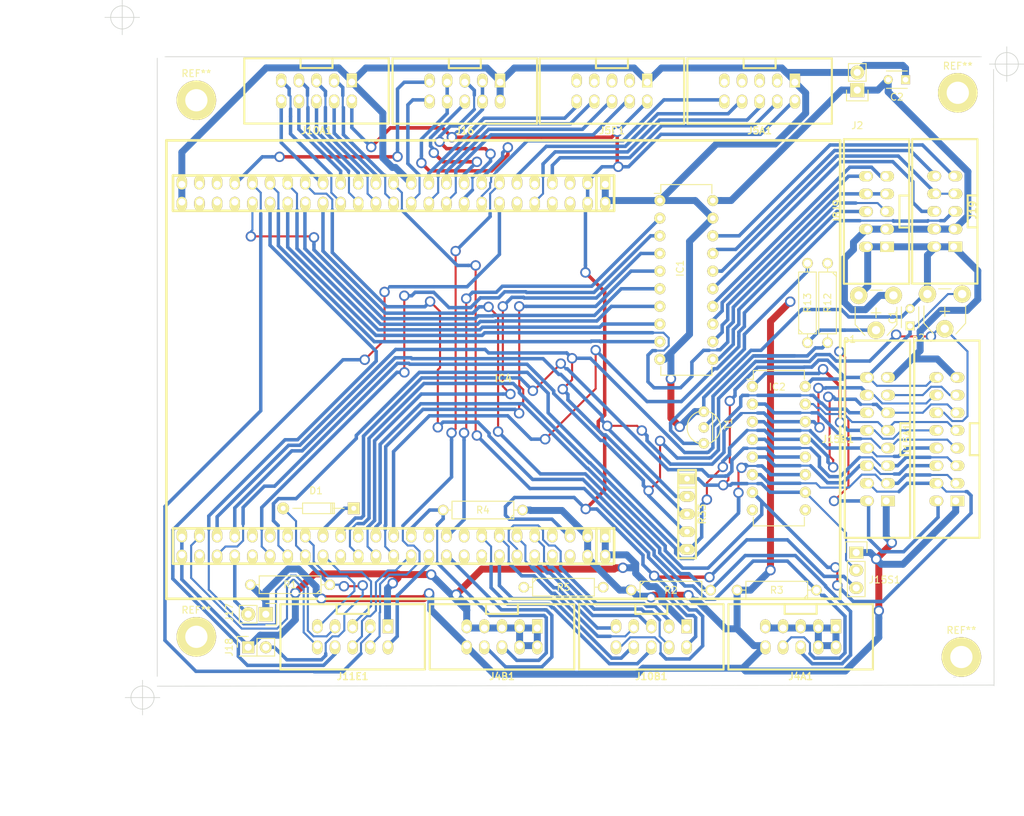
<source format=kicad_pcb>
(kicad_pcb (version 20211014) (generator pcbnew)
  (layers (0 "F.Cu" signal) (31 "B.Cu" signal) (35 "F.Paste" user) (37 "F.SilkS" user "F.Silkscreen") (39 "F.Mask" user) (44 "Edge.Cuts" user))
  (net 0 "")
  (net 1 "Net-(C1-Pad1)")
  (net 2 "GND")
  (net 3 "+5V")
  (net 4 "/PD0")
  (net 5 "/PD1")
  (net 6 "/PB8")
  (net 7 "/PA15")
  (net 8 "/PB3")
  (net 9 "/PB5")
  (net 10 "/PD10")
  (net 11 "/PB12")
  (net 12 "/PB13")
  (net 13 "/PB15")
  (net 14 "Net-(IC1-Pad11)")
  (net 15 "Net-(IC1-Pad12)")
  (net 16 "Net-(IC1-Pad13)")
  (net 17 "Net-(IC1-Pad14)")
  (net 18 "Net-(IC1-Pad15)")
  (net 19 "Net-(IC1-Pad16)")
  (net 20 "Net-(IC1-Pad17)")
  (net 21 "Net-(IC1-Pad18)")
  (net 22 "Net-(IC2-Pad1)")
  (net 23 "Net-(IC2-Pad2)")
  (net 24 "Net-(IC2-Pad3)")
  (net 25 "Net-(IC2-Pad4)")
  (net 26 "Net-(IC2-Pad5)")
  (net 27 "Net-(IC2-Pad6)")
  (net 28 "/PD7")
  (net 29 "Net-(IC2-Pad9)")
  (net 30 "/PD6")
  (net 31 "/PD3")
  (net 32 "/PC11")
  (net 33 "/PA8")
  (net 34 "Net-(IC2-Pad15)")
  (net 35 "/PB10")
  (net 36 "/PB11")
  (net 37 "/PB6")
  (net 38 "/PB9")
  (net 39 "+3V3")
  (net 40 "Net-(J5A1-Pad3)")
  (net 41 "/PC1")
  (net 42 "/PC2")
  (net 43 "/PA1")
  (net 44 "/PA4")
  (net 45 "Net-(J5B1-Pad3)")
  (net 46 "/PC4")
  (net 47 "/PC5")
  (net 48 "/PB0")
  (net 49 "/PB1")
  (net 50 "/PB14")
  (net 51 "/PE8")
  (net 52 "/PE9")
  (net 53 "/PE10")
  (net 54 "/PE11")
  (net 55 "/PE12")
  (net 56 "/PE13")
  (net 57 "/PE14")
  (net 58 "/PE15")
  (net 59 "/PC13")
  (net 60 "/PC14")
  (net 61 "/PC15")
  (net 62 "/PE2")
  (net 63 "/PE4")
  (net 64 "/PE5")
  (net 65 "/PE6")
  (net 66 "/PE7")
  (net 67 "/PD9")
  (net 68 "/PA3")
  (net 69 "/PD2")
  (net 70 "/PB7")
  (net 71 "/PD8")
  (net 72 "/PA2")
  (net 73 "/PC12")
  (net 74 "/PC6")
  (net 75 "Net-(J15A1-Pad2)")
  (net 76 "/PC8")
  (net 77 "Net-(J15A1-Pad13)")
  (net 78 "/PC9")
  (net 79 "/PA6")
  (net 80 "/PA7")
  (net 81 "/PA5")
  (net 82 "/PD11")
  (net 83 "/PB2")
  (net 84 "/PA9")
  (net 85 "/PB4")
  (net 86 "Net-(R13-Pad1)")
  (net 87 "Net-(R13-Pad2)")
  (net 88 "Net-(IC4-Pad59)")
  (net 89 "Net-(IC4-Pad61)")
  (net 90 "Net-(IC4-Pad63)")
  (net 91 "Net-(IC4-Pad71)")
  (net 92 "Net-(IC4-Pad79)")
  (net 93 "Net-(IC4-Pad83)")
  (net 94 "Net-(IC4-Pad93)")
  (net 95 "Net-(IC4-Pad96)")
  (net 96 "Net-(IC4-Pad94)")
  (net 97 "Net-(IC4-Pad86)")
  (net 98 "Net-(IC4-Pad84)")
  (net 99 "Net-(IC4-Pad70)")
  (net 100 "Net-(IC4-Pad60)")
  (net 101 "Net-(IC4-Pad54)")
  (net 102 "Net-(IC4-Pad48)")
  (net 103 "Net-(IC4-Pad46)")
  (net 104 "Net-(IC4-Pad44)")
  (net 105 "Net-(IC4-Pad12)")
  (net 106 "Net-(IC4-Pad8)")
  (net 107 "Net-(IC4-Pad6)")
  (net 108 "Net-(IC4-Pad9)")
  (net 109 "Net-(IC4-Pad45)")
  (net 110 "Net-(IC4-Pad47)")
  (footprint "Capacitors_ThroughHole:C_Disc_D3_P2.5" (layer "F.Cu") (at 151.75 51.25 90)
    (fp_text reference "C1")
    (fp_text value "C")
  )
  (footprint "Capacitors_ThroughHole:C_Disc_D3_P2.5" (layer "F.Cu") (at 151.1 15.79 180)
    (fp_text reference "C2")
    (fp_text value "C")
  )
  (footprint "Diodes_ThroughHole:Diode_DO-35_SOD27_Horizontal_RM10" (layer "F.Cu") (at 71.66052 77.49746 180)
    (fp_text reference "D1")
    (fp_text value "D")
  )
  (footprint "Housings_DIP:DIP-20_W7.62mm" (layer "F.Cu") (at 115.73 33.19)
    (fp_text reference "IC1")
    (fp_text value "74HCT541_PWR")
  )
  (footprint "Housings_DIP:DIP-16_W7.62mm" (layer "F.Cu") (at 129.05 59.95)
    (fp_text reference "IC2")
    (fp_text value "74HC595")
  )
  (footprint "Pin_Headers:Pin_Header_Straight_1x02" (layer "F.Cu") (at 144.15 17.29 180)
    (fp_text reference "J2")
    (fp_text value "CONN_2")
  )
  (footprint "w_conn_strip:vasch_strip_5x2" (layer "F.Cu") (at 136 96 180)
    (fp_text reference "J4A1")
    (fp_text value "CONN_02X05" hide)
  )
  (footprint "w_conn_strip:vasch_strip_5x2" (layer "F.Cu") (at 93 96 180)
    (fp_text reference "J4B1")
    (fp_text value "CONN_02X05" hide)
  )
  (footprint "w_conn_strip:vasch_strip_5x2" (layer "F.Cu") (at 130.09 17.43 180)
    (fp_text reference "J5A1")
    (fp_text value "CONN_02X05" hide)
  )
  (footprint "w_conn_strip:vasch_strip_5x2" (layer "F.Cu") (at 108.83 17.43 180)
    (fp_text reference "J5B1")
    (fp_text value "CONN_02X05" hide)
  )
  (footprint "w_conn_strip:vasch_strip_5x2" (layer "F.Cu") (at 146.92 34.77 90)
    (fp_text reference "J8J9")
    (fp_text value "CONN_02X05" hide)
  )
  (footprint "w_conn_strip:vasch_strip_5x2" (layer "F.Cu") (at 66.3 17.41 180)
    (fp_text reference "J10A1")
    (fp_text value "CONN_02X05" hide)
  )
  (footprint "w_conn_strip:vasch_strip_5x2" (layer "F.Cu") (at 114.5 96 180)
    (fp_text reference "J10B1")
    (fp_text value "CONN_02X05" hide)
  )
  (footprint "w_conn_strip:vasch_strip_5x2" (layer "F.Cu") (at 71.5 96 180)
    (fp_text reference "J11E1")
    (fp_text value "CONN_02X05" hide)
  )
  (footprint "w_conn_strip:vasch_strip_8x2" (layer "F.Cu") (at 157.05 67.55 90)
    (fp_text reference "J15A1")
    (fp_text value "CONN_02X08" hide)
  )
  (footprint "w_conn_strip:vasch_strip_8x2" (layer "F.Cu") (at 147.05 67.55 90)
    (fp_text reference "J15B1")
    (fp_text value "CONN_02X08" hide)
  )
  (footprint "Pin_Headers:Pin_Header_Straight_1x03" (layer "F.Cu") (at 144 83.87)
    (fp_text reference "J15S1")
    (fp_text value "CONN_01X03")
  )
  (footprint "w_conn_strip:vasch_strip_5x2" (layer "F.Cu") (at 87.65 17.43 180)
    (fp_text reference "J16")
    (fp_text value "CONN_02X05" hide)
  )
  (footprint "Pin_Headers:Pin_Header_Straight_1x02" (layer "F.Cu") (at 59 92.75 -90)
    (fp_text reference "J17")
    (fp_text value "CONN_01X02")
  )
  (footprint "Pin_Headers:Pin_Header_Straight_2x01" (layer "F.Cu") (at 56.46 97.5)
    (fp_text reference "J18")
    (fp_text value "CONN_2")
  )
  (footprint "w_conn_strip:vasch_strip_5x2" (layer "F.Cu") (at 156.75 34.75 90)
    (fp_text reference "J19")
    (fp_text value "CONN_02X05" hide)
  )
  (footprint "Potentiometers:Potentiometer_VishaySpectrol-Econtrim-Type36T" (layer "F.Cu") (at 149.35 46.85 180)
    (fp_text reference "p1")
    (fp_text value "POT")
  )
  (footprint "Potentiometers:Potentiometer_VishaySpectrol-Econtrim-Type36T" (layer "F.Cu") (at 159.24936 46.65128 180)
    (fp_text reference "p2")
    (fp_text value "POT")
  )
  (footprint "Discret:R4-5" (layer "F.Cu") (at 62.5 88.5 180)
    (fp_text reference "R1")
    (fp_text value "R")
  )
  (footprint "Discret:R4-5" (layer "F.Cu") (at 117.32 89.28)
    (fp_text reference "R2")
    (fp_text value "R")
  )
  (footprint "Discret:R4-5" (layer "F.Cu") (at 132.56 89.28 180)
    (fp_text reference "R3")
    (fp_text value "R")
  )
  (footprint "Discret:R4-5" (layer "F.Cu") (at 90.25 77.75 180)
    (fp_text reference "R4")
    (fp_text value "R")
  )
  (footprint "Discret:R4-5" (layer "F.Cu") (at 101.855 88.86)
    (fp_text reference "R5")
    (fp_text value "R")
  )
  (footprint "Discret:R4-5" (layer "F.Cu") (at 139.87 47.93 -90)
    (fp_text reference "R12")
    (fp_text value "R")
  )
  (footprint "Discret:R4-5" (layer "F.Cu") (at 136.98 47.93 90)
    (fp_text reference "R13")
    (fp_text value "R")
  )
  (footprint "w_pth_resistors:r-sil_5" (layer "F.Cu") (at 119.65 78.33 -90)
    (fp_text reference "R33")
    (fp_text value "R-SIL_4" hide)
  )
  (footprint "empreinte ksir:bc337" (layer "F.Cu") (at 122.05 65.864 90)
    (fp_text reference "T1")
    (fp_text value "BC817-40")
  )
  (footprint "w_conn_misc:stm32f4_discovery_header" (layer "F.Cu") (at 93.19 57.53)
    (fp_text reference "IC4")
    (fp_text value "STM32F4_Discovery_Header" hide)
  )
  (footprint "Mounting_Holes:MountingHole_3.2mm_M3_ISO7380_Pad" (layer "F.Cu") (at 159.14 98.91)
    (fp_text reference "REF**")
    (fp_text value "MountingHole_3mm")
  )
  (footprint "Mounting_Holes:MountingHole_3.2mm_M3_ISO7380_Pad" (layer "F.Cu") (at 49 96)
    (fp_text reference "REF**")
    (fp_text value "MountingHole_3mm")
  )
  (footprint "Mounting_Holes:MountingHole_3.2mm_M3_ISO7380_Pad" (layer "F.Cu") (at 49 18.75)
    (fp_text reference "REF**")
    (fp_text value "MountingHole_3mm")
  )
  (footprint "Mounting_Holes:MountingHole_3.2mm_M3_ISO7380_Pad" (layer "F.Cu") (at 158.62 17.68)
    (fp_text reference "REF**")
    (fp_text value "MountingHole_3mm")
  )
  (gr_line (start 43.37 12.69) (end 43.37 101.7) (layer "Edge.Cuts") (width 0.1))
  (gr_line (start 163.77 14.31) (end 163.84 103.06) (layer "Edge.Cuts") (width 0.1))
  (gr_line (start 158.25 14.25) (end 158 14.25) (layer "Edge.Cuts") (width 0.1))
  (gr_line (start 158.03 101.82) (end 158.28 101.82) (layer "Edge.Cuts") (width 0.1))
  (gr_line (start 157.98 12.49) (end 44.48 12.49) (layer "Edge.Cuts") (width 0.1))
  (gr_line (start 158.01 12.49) (end 162.01 12.49) (layer "Edge.Cuts") (width 0.1))
  (gr_line (start 43.37 103.11) (end 163.74 102.95) (layer "Edge.Cuts") (width 0.1))
  (target plus (at 41.25 104.75) (size 5) (width 0.1) (layer "Edge.Cuts"))
  (target plus (at 38.33 6.82) (size 5) (width 0.1) (layer "Edge.Cuts"))
  (target plus (at 165.67 13.55) (size 5) (width 0.1) (layer "Edge.Cuts"))
  (segment (start 125.600609 72.663901) (end 125.600609 73.416668) (width 0.3) (layer "F.Cu") (net 1))
  (segment (start 126.021862 72.242648) (end 125.600609 72.663901) (width 0.3) (layer "F.Cu") (net 1))
  (segment (start 125.798236 62.053256) (end 125.798236 70.867018) (width 0.3) (layer "F.Cu") (net 1))
  (segment (start 125.600609 73.416668) (end 124.85061 74.166667) (width 0.3) (layer "F.Cu") (net 1))
  (segment (start 126.021862 71.090644) (end 126.021862 72.242648) (width 0.3) (layer "F.Cu") (net 1))
  (segment (start 125.798236 70.867018) (end 126.021862 71.090644) (width 0.3) (layer "F.Cu") (net 1))
  (via (at 124.85061 74.166667) (size 1.5) (drill 1) (layers "F.Cu" "B.Cu") (net 1))
  (via (at 125.798236 62.053256) (size 1.5) (drill 1) (layers "F.Cu" "B.Cu") (net 1))
  (segment (start 145.78 58.66) (end 146.98001 59.86001) (width 0.3) (layer "B.Cu") (net 1))
  (segment (start 142.111425 58.887403) (end 142.338828 58.66) (width 0.5) (layer "B.Cu") (net 1))
  (segment (start 136.467228 57.2) (end 129.801998 57.2) (width 0.5) (layer "B.Cu") (net 1))
  (segment (start 146.98001 59.86001) (end 154.074378 59.86001) (width 0.3) (layer "B.Cu") (net 1))
  (segment (start 137.732597 58.887403) (end 142.111425 58.887403) (width 0.5) (layer "B.Cu") (net 1))
  (segment (start 121.24982 73.25) (end 122.166487 74.166667) (width 0.5) (layer "B.Cu") (net 1))
  (segment (start 136.49725 57.169978) (end 136.467228 57.2) (width 0.5) (layer "B.Cu") (net 1))
  (segment (start 126.137938 73.939999) (end 125.91127 74.166667) (width 0.5) (layer "B.Cu") (net 1))
  (segment (start 131.61 75.19) (end 130.359999 73.939999) (width 0.5) (layer "B.Cu") (net 1))
  (segment (start 137.600802 57.169978) (end 136.49725 57.169978) (width 0.5) (layer "B.Cu") (net 1))
  (segment (start 126.548235 61.303257) (end 125.798236 62.053256) (width 0.5) (layer "B.Cu") (net 1))
  (segment (start 142.338828 58.66) (end 139.848806 56.169978) (width 0.5) (layer "B.Cu") (net 1))
  (segment (start 138.600802 56.169978) (end 137.600802 57.169978) (width 0.5) (layer "B.Cu") (net 1))
  (segment (start 145.78 58.37) (end 145.78 58.66) (width 0.5) (layer "B.Cu") (net 1))
  (segment (start 125.91127 74.166667) (end 124.85061 74.166667) (width 0.5) (layer "B.Cu") (net 1))
  (segment (start 129.798001 73.939999) (end 128.301999 73.939999) (width 0.3) (layer "B.Cu") (net 1))
  (segment (start 155.78 58.66) (end 155.785612 58.66) (width 0.3) (layer "B.Cu") (net 1))
  (segment (start 136.67 59.95) (end 136.67 59.83) (width 0.3) (layer "B.Cu") (net 1))
  (segment (start 136.67 75.19) (end 142.533999 81.053999) (width 0.3) (layer "B.Cu") (net 1))
  (segment (start 142.533999 84.943999) (end 144 86.41) (width 0.3) (layer "B.Cu") (net 1))
  (segment (start 159.24936 46.65128) (end 157.211198 46.65128) (width 0.3) (layer "B.Cu") (net 1))
  (segment (start 128.301999 73.939999) (end 126.137938 73.939999) (width 0.5) (layer "B.Cu") (net 1))
  (segment (start 129.801998 57.2) (end 126.548235 60.453763) (width 0.5) (layer "B.Cu") (net 1))
  (segment (start 154.074378 59.86001) (end 155.274388 58.66) (width 0.3) (layer "B.Cu") (net 1))
  (segment (start 152.612478 51.25) (end 151.75 51.25) (width 0.3) (layer "B.Cu") (net 1))
  (segment (start 139.848806 56.169978) (end 138.600802 56.169978) (width 0.5) (layer "B.Cu") (net 1))
  (segment (start 157.211198 46.65128) (end 152.612478 51.25) (width 0.3) (layer "B.Cu") (net 1))
  (segment (start 122.166487 74.166667) (end 124.85061 74.166667) (width 0.5) (layer "B.Cu") (net 1))
  (segment (start 155.274388 58.66) (end 155.78 58.66) (width 0.3) (layer "B.Cu") (net 1))
  (segment (start 136.67 75.19) (end 131.61 75.19) (width 0.5) (layer "B.Cu") (net 1))
  (segment (start 126.548235 60.453763) (end 126.548235 61.303257) (width 0.5) (layer "B.Cu") (net 1))
  (segment (start 145.78 58.66) (end 142.338828 58.66) (width 0.5) (layer "B.Cu") (net 1))
  (segment (start 142.533999 81.053999) (end 142.533999 84.943999) (width 0.3) (layer "B.Cu") (net 1))
  (segment (start 151.75 51.25) (end 151.75 52.4) (width 0.5) (layer "B.Cu") (net 1))
  (segment (start 151.75 52.4) (end 145.78 58.37) (width 0.5) (layer "B.Cu") (net 1))
  (segment (start 130.359999 73.939999) (end 129.798001 73.939999) (width 0.5) (layer "B.Cu") (net 1))
  (segment (start 136.67 59.95) (end 137.732597 58.887403) (width 0.5) (layer "B.Cu") (net 1))
  (segment (start 119.65 73.25) (end 121.24982 73.25) (width 0.5) (layer "B.Cu") (net 1))
  (segment (start 65.986076 86.937999) (end 64.000008 88.924067) (width 1) (layer "F.Cu") (net 2))
  (segment (start 110.40277 86.061724) (end 109.34211 86.061724) (width 1) (layer "F.Cu") (net 2))
  (segment (start 64.000008 88.924067) (end 63.250009 89.674066) (width 1) (layer "F.Cu") (net 2))
  (segment (start 78 86.937999) (end 78.02053 86.958529) (width 1) (layer "F.Cu") (net 2))
  (segment (start 117.837045 65.015768) (end 118.587044 65.765767) (width 1) (layer "F.Cu") (net 2))
  (segment (start 78 86.937999) (end 78.101252 87.039251) (width 1) (layer "F.Cu") (net 2))
  (segment (start 117.318738 58.84998) (end 117.318738 64.497461) (width 1) (layer "F.Cu") (net 2))
  (segment (start 78.02053 86.958529) (end 78.02053 87.52055) (width 1) (layer "F.Cu") (net 2))
  (segment (start 117.318738 64.497461) (end 117.837045 65.015768) (width 1) (layer "F.Cu") (net 2))
  (segment (start 81.738595 87.039251) (end 82.799255 87.039251) (width 1) (layer "F.Cu") (net 2))
  (segment (start 109.34211 86.061724) (end 109.149172 86.254662) (width 1) (layer "F.Cu") (net 2))
  (segment (start 90.074166 86.254662) (end 87.160924 89.167904) (width 1) (layer "F.Cu") (net 2))
  (segment (start 78 86.937999) (end 65.986076 86.937999) (width 1) (layer "F.Cu") (net 2))
  (segment (start 78.02053 87.52055) (end 77.270531 88.270549) (width 1) (layer "F.Cu") (net 2))
  (segment (start 78.101252 87.039251) (end 81.738595 87.039251) (width 1) (layer "F.Cu") (net 2))
  (segment (start 109.149172 86.254662) (end 90.074166 86.254662) (width 1) (layer "F.Cu") (net 2))
  (segment (start 87.160924 89.167904) (end 86.410925 89.917903) (width 1) (layer "F.Cu") (net 2))
  (via (at 86.410925 89.917903) (size 1.5) (drill 1) (layers "F.Cu" "B.Cu") (net 2))
  (via (at 110.40277 86.061724) (size 1.5) (drill 1) (layers "F.Cu" "B.Cu") (net 2))
  (via (at 82.799255 87.039251) (size 1.5) (drill 1) (layers "F.Cu" "B.Cu") (net 2))
  (via (at 63.250009 89.674066) (size 1.5) (drill 1) (layers "F.Cu" "B.Cu") (net 2))
  (via (at 117.318738 58.84998) (size 1.5) (drill 1) (layers "F.Cu" "B.Cu") (net 2))
  (via (at 77.270531 88.270549) (size 1.5) (drill 1) (layers "F.Cu" "B.Cu") (net 2))
  (via (at 118.587044 65.765767) (size 1.5) (drill 1) (layers "F.Cu" "B.Cu") (net 2))
  (segment (start 107.922 30.86) (end 107.87 30.86) (width 0.3) (layer "B.Cu") (net 2))
  (segment (start 102.842 30.86) (end 102.79 30.86) (width 0.3) (layer "B.Cu") (net 2))
  (segment (start 112.25 86.861337) (end 114.164943 88.77628) (width 1) (layer "B.Cu") (net 2))
  (segment (start 107.87 33.4) (end 107.922 33.4) (width 0.3) (layer "B.Cu") (net 2))
  (segment (start 154.25064 41.05936) (end 155.48 39.83) (width 1) (layer "B.Cu") (net 2))
  (segment (start 46.91 26.242002) (end 59.062012 14.08999) (width 1) (layer "B.Cu") (net 2))
  (segment (start 133.912045 14.75) (end 144.15 14.75) (width 1) (layer "B.Cu") (net 2))
  (segment (start 119.337043 65.015768) (end 118.587044 65.765767) (width 1) (layer "B.Cu") (net 2))
  (segment (start 122.05 63.578) (end 122.05 61.55784) (width 0.5) (layer "B.Cu") (net 2))
  (segment (start 98.08 97.27) (end 95.54 97.27) (width 1) (layer "B.Cu") (net 2))
  (segment (start 116.02145 90.825125) (end 116.02145 89.875924) (width 1) (layer "B.Cu") (net 2))
  (segment (start 90.832045 14.11) (end 92.73 16.007955) (width 1) (layer "B.Cu") (net 2))
  (segment (start 107.87 30.86) (end 107.922 30.86) (width 0.3) (layer "B.Cu") (net 2))
  (segment (start 150.550309 49.949691) (end 151.100001 49.399999) (width 0.5) (layer "B.Cu") (net 2))
  (segment (start 73.41 14.11) (end 90.832045 14.11) (width 1) (layer "B.Cu") (net 2))
  (segment (start 142.932504 49.949691) (end 150.550309 49.949691) (width 0.5) (layer "B.Cu") (net 2))
  (segment (start 107.87 30.86) (end 107.87 33.4) (width 1) (layer "B.Cu") (net 2))
  (segment (start 161.5 47.434169) (end 159.934169 49) (width 1) (layer "B.Cu") (net 2))
  (segment (start 119.58 94.383675) (end 116.02145 90.825125) (width 1) (layer "B.Cu") (net 2))
  (segment (start 59.062012 14.08999) (end 69.482035 14.08999) (width 1) (layer "B.Cu") (net 2))
  (segment (start 138.54 94.73) (end 141.08 94.73) (width 1) (layer "B.Cu") (net 2))
  (segment (start 151.1 15.643998) (end 151.1 15.79) (width 1) (layer "B.Cu") (net 2))
  (segment (start 136 94.73) (end 138.54 94.73) (width 1) (layer "B.Cu") (net 2))
  (segment (start 117.318738 55.114782) (end 117.318738 57.78932) (width 1) (layer "B.Cu") (net 2))
  (segment (start 120.81 33.19) (end 115.73 33.19) (width 1) (layer "B.Cu") (net 2))
  (segment (start 92.73 18.7) (end 92.73 16.16) (width 1) (layer "B.Cu") (net 2))
  (segment (start 150.694001 13.734001) (end 151.1 14.14) (width 1) (layer "B.Cu") (net 2))
  (segment (start 107.87 84.2) (end 110.95 84.2) (width 1) (layer "B.Cu") (net 2))
  (segment (start 141.866671 48.883858) (end 142.932504 49.949691) (width 0.5) (layer "B.Cu") (net 2))
  (segment (start 159.934169 49) (end 156.205996 49) (width 1) (layer "B.Cu") (net 2))
  (segment (start 130.92 94.73) (end 133.46 94.73) (width 1) (layer "B.Cu") (net 2))
  (segment (start 102.79 30.707955) (end 102.79 30.86) (width 1) (layer "B.Cu") (net 2))
  (segment (start 133.272035 14.10999) (end 133.912045 14.75) (width 1) (layer "B.Cu") (net 2))
  (segment (start 145.165999 13.734001) (end 150.694001 13.734001) (width 1) (layer "B.Cu") (net 2))
  (segment (start 107.87 84.2) (end 107.87 81.66) (width 1) (layer "B.Cu") (net 2))
  (segment (start 132.27998 25.056589) (end 123.863411 25.056589) (width 1) (layer "B.Cu") (net 2))
  (segment (start 79.93 30.86) (end 79.93 30.707955) (width 1) (layer "B.Cu") (net 2))
  (segment (start 115.136782 88.77628) (end 116.02145 89.660948) (width 1) (layer "B.Cu") (net 2))
  (segment (start 116.38352 56.05) (end 115.73 56.05) (width 1) (layer "B.Cu") (net 2))
  (segment (start 144.15 14.75) (end 145.165999 13.734001) (width 1) (layer "B.Cu") (net 2))
  (segment (start 130.92 94.73) (end 131.296857 94.353143) (width 1) (layer "B.Cu") (net 2))
  (segment (start 46.91 84.2) (end 46.91 81.66) (width 0.5) (layer "B.Cu") (net 2))
  (segment (start 149.34 58.66) (end 152 56) (width 1) (layer "B.Cu") (net 2))
  (segment (start 58.193977 95.766023) (end 61.01804 95.766023) (width 1) (layer "B.Cu") (net 2))
  (segment (start 151.1 14.14) (end 151.1 15.79) (width 1) (layer "B.Cu") (net 2))
  (segment (start 123.35 35.73) (end 120 39.08) (width 1) (layer "B.Cu") (net 2))
  (segment (start 136.162904 48.883858) (end 141.866671 48.883858) (width 0.5) (layer "B.Cu") (net 2))
  (segment (start 75.846258 27.052391) (end 75.846258 20.606258) (width 1) (layer "B.Cu") (net 2))
  (segment (start 153.199998 54.800002) (end 152 56) (width 1) (layer "B.Cu") (net 2))
  (segment (start 79.93 30.707955) (end 77.645635 28.42359) (width 1) (layer "B.Cu") (net 2))
  (segment (start 145.65 39.85) (end 158 39.85) (width 1) (layer "B.Cu") (net 2))
  (segment (start 145.65 39.85) (end 145.65 45.55128) (width 1) (layer "B.Cu") (net 2))
  (segment (start 121.02 33.4) (end 123.35 35.73) (width 1) (layer "B.Cu") (net 2))
  (segment (start 87.92 92.159996) (end 83.549254 87.78925) (width 1) (layer "B.Cu") (net 2))
  (segment (start 107.922 30.86) (end 107.922 30.479) (width 0.3) (layer "B.Cu") (net 2))
  (segment (start 152 56) (end 155.66 56) (width 1) (layer "B.Cu") (net 2))
  (segment (start 136.72001 17.71001) (end 136.72001 20.616559) (width 1) (layer "B.Cu") (net 2))
  (segment (start 158 39.85) (end 158.02 39.83) (width 1) (layer "B.Cu") (net 2))
  (segment (start 108.08 33.19) (end 107.87 33.4) (width 1) (layer "B.Cu") (net 2))
  (segment (start 120 39.08) (end 120 52.43352) (width 1) (layer "B.Cu") (net 2))
  (segment (start 87.92 92.17) (end 87.92 94.73) (width 1) (layer "B.Cu") (net 2))
  (segment (start 130.286784 54.759978) (end 136.162904 48.883858) (width 0.5) (layer "B.Cu") (net 2))
  (segment (start 153.199998 52.005998) (end 153.199998 54.800002) (width 1) (layer "B.Cu") (net 2))
  (segment (start 110.95 84.2) (end 112.25 85.5) (width 1) (layer "B.Cu") (net 2))
  (segment (start 133.272035 14.10999) (end 135.17 16.007955) (width 1) (layer "B.Cu") (net 2))
  (segment (start 46.91 33.4) (end 46.91 30.86) (width 1) (layer "B.Cu") (net 2))
  (segment (start 122.05 61.55784) (end 128.847862 54.759978) (width 0.5) (layer "B.Cu") (net 2))
  (segment (start 116.02145 89.875924) (end 115.933711 89.788185) (width 1) (layer "B.Cu") (net 2))
  (segment (start 156.205996 49) (end 153.199998 52.005998) (width 1) (layer "B.Cu") (net 2))
  (segment (start 102.79 30.86) (end 102.842 30.86) (width 0.3) (layer "B.Cu") (net 2))
  (segment (start 148.32 58.66) (end 149.34 58.66) (width 1) (layer "B.Cu") (net 2))
  (segment (start 56.46 97.296612) (end 56.46 97.5) (width 0.5) (layer "B.Cu") (net 2))
  (segment (start 158.02 39.83) (end 145.73 39.83) (width 0.3) (layer "B.Cu") (net 2))
  (segment (start 112.25 85.5) (end 111.688276 86.061724) (width 1) (layer "B.Cu") (net 2))
  (segment (start 145.65 45.55128) (end 144.35128 46.85) (width 1) (layer "B.Cu") (net 2))
  (segment (start 77.645635 28.42359) (end 77.217457 28.42359) (width 1) (layer "B.Cu") (net 2))
  (segment (start 116.529999 32.390001) (end 115.73 33.19) (width 1) (layer "B.Cu") (net 2))
  (segment (start 87.92 91.426978) (end 87.160924 90.667902) (width 1) (layer "B.Cu") (net 2))
  (segment (start 138.54 97.27) (end 138.54 94.73) (width 1) (layer "B.Cu") (net 2))
  (segment (start 77.217457 28.42359) (end 75.846258 27.052391) (width 1) (layer "B.Cu") (net 2))
  (segment (start 158.02 39.83) (end 161.5 43.31) (width 1) (layer "B.Cu") (net 2))
  (segment (start 92.709 18.753) (end 92.73 18.7) (width 0.3) (layer "B.Cu") (net 2))
  (segment (start 133.46 94.73) (end 136 94.73) (width 1) (layer "B.Cu") (net 2))
  (segment (start 69.482035 14.08999) (end 71.38 15.987955) (width 1) (layer "B.Cu") (net 2))
  (segment (start 87.92 92.17) (end 87.92 91.426978) (width 1) (layer "B.Cu") (net 2))
  (segment (start 63.250009 93.534054) (end 63.250009 90.734726) (width 1) (layer "B.Cu") (net 2))
  (segment (start 113.91 16.16) (end 115.96001 14.10999) (width 1) (layer "B.Cu") (net 2))
  (segment (start 121.02 33.4) (end 120.81 33.19) (width 1) (layer "B.Cu") (net 2))
  (segment (start 71.38 16.14) (end 73.41 14.11) (width 1) (layer "B.Cu") (net 2))
  (segment (start 122.05 63.578) (end 120.774811 63.578) (width 1) (layer "B.Cu") (net 2))
  (segment (start 161.5 43.31) (end 161.5 47.434169) (width 1) (layer "B.Cu") (net 2))
  (segment (start 117.318738 57.78932) (end 117.318738 58.84998) (width 1) (layer "B.Cu") (net 2))
  (segment (start 83.549254 87.78925) (end 82.799255 87.039251) (width 1) (layer "B.Cu") (net 2))
  (segment (start 76.58 94.73) (end 76.520532 94.670532) (width 1) (layer "B.Cu") (net 2))
  (segment (start 95.54 94.73) (end 95.54 97.27) (width 1) (layer "B.Cu") (net 2))
  (segment (start 46.91 87.746612) (end 56.46 97.296612) (width 0.5) (layer "B.Cu") (net 2))
  (segment (start 154.25064 46.65128) (end 154.25064 41.05936) (width 1) (layer "B.Cu") (net 2))
  (segment (start 113.91 16.007955) (end 113.91 16.16) (width 1) (layer "B.Cu") (net 2))
  (segment (start 151.100001 49.399999) (end 151.75 48.75) (width 0.5) (layer "B.Cu") (net 2))
  (segment (start 107.87 30.86) (end 107.87 30.707955) (width 1) (layer "B.Cu") (net 2))
  (segment (start 120 52.43352) (end 117.318738 55.114782) (width 1) (layer "B.Cu") (net 2))
  (segment (start 115.96001 14.10999) (end 133.272035 14.10999) (width 1) (layer "B.Cu") (net 2))
  (segment (start 76.520532 94.670532) (end 76.520532 89.020548) (width 1) (layer "B.Cu") (net 2))
  (segment (start 94.78001 14.10999) (end 112.012035 14.10999) (width 1) (layer "B.Cu") (net 2))
  (segment (start 76.520532 89.020548) (end 77.270531 88.270549) (width 1) (layer "B.Cu") (net 2))
  (segment (start 115.73 33.19) (end 108.08 33.19) (width 1) (layer "B.Cu") (net 2))
  (segment (start 155.66 56) (end 158.32 58.66) (width 1) (layer "B.Cu") (net 2))
  (segment (start 120 52.43352) (end 116.38352 56.05) (width 1) (layer "B.Cu") (net 2))
  (segment (start 46.91 30.86) (end 46.91 26.242002) (width 1) (layer "B.Cu") (net 2))
  (segment (start 87.92 94.73) (end 98.08 94.73) (width 1) (layer "B.Cu") (net 2))
  (segment (start 115.73 33.19) (end 115.669 33.146) (width 0.3) (layer "B.Cu") (net 2))
  (segment (start 112.012035 14.10999) (end 113.91 16.007955) (width 1) (layer "B.Cu") (net 2))
  (segment (start 123.863411 25.056589) (end 116.529999 32.390001) (width 1) (layer "B.Cu") (net 2))
  (segment (start 128.847862 54.759978) (end 130.286784 54.759978) (width 0.5) (layer "B.Cu") (net 2))
  (segment (start 71.38 15.987955) (end 71.38 16.14) (width 1) (layer "B.Cu") (net 2))
  (segment (start 46.91 84.2) (end 46.91 87.746612) (width 0.5) (layer "B.Cu") (net 2))
  (segment (start 158.172045 39.83) (end 158.02 39.83) (width 1) (layer "B.Cu") (net 2))
  (segment (start 111.688276 86.061724) (end 111.46343 86.061724) (width 1) (layer "B.Cu") (net 2))
  (segment (start 141.08 94.73) (end 141.08 97.27) (width 1) (layer "B.Cu") (net 2))
  (segment (start 120.774811 63.578) (end 119.337043 65.015768) (width 1) (layer "B.Cu") (net 2))
  (segment (start 46.91 84.2) (end 46.962 84.2) (width 0.3) (layer "B.Cu") (net 2))
  (segment (start 98.08 94.73) (end 98.08 97.27) (width 1) (layer "B.Cu") (net 2))
  (segment (start 153.84872 46.65128) (end 151.75 48.75) (width 0.5) (layer "B.Cu") (net 2))
  (segment (start 87.92 92.17) (end 87.92 92.159996) (width 1) (layer "B.Cu") (net 2))
  (segment (start 75.846258 20.606258) (end 71.38 16.14) (width 1) (layer "B.Cu") (net 2))
  (segment (start 114.164943 88.77628) (end 115.136782 88.77628) (width 1) (layer "B.Cu") (net 2))
  (segment (start 135.17 16.16) (end 136.72001 17.71001) (width 1) (layer "B.Cu") (net 2))
  (segment (start 92.73 16.007955) (end 92.73 16.16) (width 1) (layer "B.Cu") (net 2))
  (segment (start 111.46343 86.061724) (end 110.40277 86.061724) (width 1) (layer "B.Cu") (net 2))
  (segment (start 141.08 97.27) (end 138.54 97.27) (width 1) (layer "B.Cu") (net 2))
  (segment (start 107.922 33.4) (end 107.922 30.86) (width 0.3) (layer "B.Cu") (net 2))
  (segment (start 154.25064 46.65128) (end 153.84872 46.65128) (width 0.5) (layer "B.Cu") (net 2))
  (segment (start 63.250009 90.734726) (end 63.250009 89.674066) (width 1) (layer "B.Cu") (net 2))
  (segment (start 119.58 94.73) (end 119.58 94.383675) (width 1) (layer "B.Cu") (net 2))
  (segment (start 61.01804 95.766023) (end 63.250009 93.534054) (width 1) (layer "B.Cu") (net 2))
  (segment (start 135.17 16.007955) (end 135.17 16.16) (width 1) (layer "B.Cu") (net 2))
  (segment (start 129.05 77.73) (end 129.004 77.723) (width 0.3) (layer "B.Cu") (net 2))
  (segment (start 116.02145 89.660948) (end 116.02145 89.875924) (width 1) (layer "B.Cu") (net 2))
  (segment (start 92.73 16.16) (end 94.78001 14.10999) (width 1) (layer "B.Cu") (net 2))
  (segment (start 112.25 85.5) (end 112.25 86.861337) (width 1) (layer "B.Cu") (net 2))
  (segment (start 115.669 33.146) (end 115.415 33.4) (width 0.3) (layer "B.Cu") (net 2))
  (segment (start 56.46 97.5) (end 58.193977 95.766023) (width 1) (layer "B.Cu") (net 2))
  (segment (start 136.72001 20.616559) (end 132.27998 25.056589) (width 1) (layer "B.Cu") (net 2))
  (segment (start 87.160924 90.667902) (end 86.410925 89.917903) (width 1) (layer "B.Cu") (net 2))
  (segment (start 131.656817 85.339371) (end 131.656817 86.400031) (width 1) (layer "F.Cu") (net 3))
  (segment (start 131.656817 50.593183) (end 131.656817 85.339371) (width 1) (layer "F.Cu") (net 3))
  (segment (start 134.5 47.75) (end 131.656817 50.593183) (width 1) (layer "F.Cu") (net 3))
  (segment (start 114.771956 90.015934) (end 114.461608 90.326282) (width 1) (layer "F.Cu") (net 3))
  (segment (start 147.25 85.168505) (end 146.887536 84.806041) (width 1) (layer "F.Cu") (net 3))
  (segment (start 147.25 92.25) (end 147.25 85.168505) (width 1) (layer "F.Cu") (net 3))
  (segment (start 81.750001 90.499999) (end 82.5 89.75) (width 1) (layer "F.Cu") (net 3))
  (segment (start 146.887536 84.806041) (end 149.11499 82.578587) (width 1) (layer "F.Cu") (net 3))
  (segment (start 149.11499 82.578587) (end 149.11499 82.44998) (width 1) (layer "F.Cu") (net 3))
  (segment (start 67 90.5) (end 81.750001 90.499999) (width 1) (layer "F.Cu") (net 3))
  (segment (start 119.839638 90.015934) (end 114.771956 90.015934) (width 1) (layer "F.Cu") (net 3))
  (via (at 82.5 89.75) (size 1.5) (drill 1) (layers "F.Cu" "B.Cu") (net 3))
  (via (at 131.656817 86.400031) (size 1.5) (drill 1) (layers "F.Cu" "B.Cu") (net 3))
  (via (at 119.839638 90.015934) (size 1.5) (drill 1) (layers "F.Cu" "B.Cu") (net 3))
  (via (at 114.461608 90.326282) (size 1.5) (drill 1) (layers "F.Cu" "B.Cu") (net 3))
  (via (at 149.11499 82.44998) (size 1.5) (drill 1) (layers "F.Cu" "B.Cu") (net 3))
  (via (at 146.887536 84.806041) (size 1.5) (drill 1) (layers "F.Cu" "B.Cu") (net 3))
  (via (at 134.5 47.75) (size 1.5) (drill 1) (layers "F.Cu" "B.Cu") (net 3))
  (via (at 67 90.5) (size 1.5) (drill 1) (layers "F.Cu" "B.Cu") (net 3))
  (via (at 147.25 92.25) (size 1.5) (drill 1) (layers "F.Cu" "B.Cu") (net 3))
  (segment (start 105.382 81.66) (end 105.33 81.66) (width 0.3) (layer "B.Cu") (net 3))
  (segment (start 105.382 84.2) (end 105.33 84.2) (width 0.3) (layer "B.Cu") (net 3))
  (segment (start 95.984 77.723) (end 95.965 77.75) (width 0.3) (layer "B.Cu") (net 3))
  (segment (start 142.301599 41.541919) (end 143.59999 40.243528) (width 1) (layer "B.Cu") (net 3))
  (segment (start 143.367432 48.899681) (end 142.301599 47.833848) (width 1) (layer "B.Cu") (net 3))
  (segment (start 97.04263 77.75) (end 97.102652 77.810022) (width 1) (layer "B.Cu") (net 3))
  (segment (start 56.785 88.5) (end 59 90.715) (width 1) (layer "B.Cu") (net 3))
  (segment (start 143.59999 39.207965) (end 145.497955 37.31) (width 1) (layer "B.Cu") (net 3))
  (segment (start 148.32 81.65499) (end 148.364991 81.699981) (width 1) (layer "B.Cu") (net 3))
  (segment (start 130.906818 87.15003) (end 131.656817 86.400031) (width 1) (layer "B.Cu") (net 3))
  (segment (start 160.07001 29.027965) (end 160.07001 35.392035) (width 1) (layer "B.Cu") (net 3))
  (segment (start 129.27 97.27) (end 126.845 94.845) (width 1) (layer "B.Cu") (net 3))
  (segment (start 121.094233 90.765933) (end 120.589637 90.765933) (width 1) (layer "B.Cu") (net 3))
  (segment (start 105.33 81.507955) (end 105.33 84.2) (width 1) (layer "B.Cu") (net 3))
  (segment (start 128.776848 89.28) (end 130.906818 87.15003) (width 1) (layer "B.Cu") (net 3))
  (segment (start 101.632067 77.810022) (end 105.33 81.507955) (width 1) (layer "B.Cu") (net 3))
  (segment (start 130.92 97.27) (end 129.27 97.27) (width 1) (layer "B.Cu") (net 3))
  (segment (start 147.384809 46.85) (end 145.335128 48.899681) (width 1) (layer "B.Cu") (net 3))
  (segment (start 82.75 92.1) (end 82.75 90) (width 1) (layer "B.Cu") (net 3))
  (segment (start 120.589637 90.765933) (end 119.839638 90.015934) (width 1) (layer "B.Cu") (net 3))
  (segment (start 146.016 83.87) (end 146.887536 84.741536) (width 1) (layer "B.Cu") (net 3))
  (segment (start 105.382 81.152) (end 101.953 77.723) (width 0.3) (layer "B.Cu") (net 3))
  (segment (start 87.92 97.422045) (end 91.877977 101.380022) (width 1) (layer "B.Cu") (net 3))
  (segment (start 147.25 93.31066) (end 147.25 92.25) (width 1) (layer "B.Cu") (net 3))
  (segment (start 126.845 94.845) (end 126.845 89.28) (width 1) (layer "B.Cu") (net 3))
  (segment (start 105.382 84.2) (end 105.382 81.66) (width 0.3) (layer "B.Cu") (net 3))
  (segment (start 105.33 84.2) (end 105.382 84.2) (width 0.3) (layer "B.Cu") (net 3))
  (segment (start 158.172045 37.29) (end 158.02 37.29) (width 1) (layer "B.Cu") (net 3))
  (segment (start 105.33 81.66) (end 105.382 81.66) (width 0.3) (layer "B.Cu") (net 3))
  (segment (start 127.669985 100.520015) (end 130.92 97.27) (width 1) (layer "B.Cu") (net 3))
  (segment (start 158.32 77.963713) (end 150.727673 85.55604) (width 1) (layer "B.Cu") (net 3))
  (segment (start 59 90.715) (end 59 92.75) (width 1) (layer "B.Cu") (net 3))
  (segment (start 62.214411 86.25001) (end 63.715071 86.25001) (width 1) (layer "B.Cu") (net 3))
  (segment (start 158.32 76.44) (end 158.32 77.963713) (width 1) (layer "B.Cu") (net 3))
  (segment (start 147.637535 85.55604) (end 146.887536 84.806041) (width 1) (layer "B.Cu") (net 3))
  (segment (start 112.454916 101.380022) (end 113.314919 100.520019) (width 1) (layer "B.Cu") (net 3))
  (segment (start 160.07001 35.392035) (end 158.172045 37.29) (width 1) (layer "B.Cu") (net 3))
  (segment (start 145.335128 48.899681) (end 143.367432 48.899681) (width 1) (layer "B.Cu") (net 3))
  (segment (start 144.15 17.29) (end 147.1 17.29) (width 1) (layer "B.Cu") (net 3))
  (segment (start 59 92.75) (end 59 89.464421) (width 1) (layer "B.Cu") (net 3))
  (segment (start 63.715071 86.25001) (end 66.250001 88.78494) (width 1) (layer "B.Cu") (net 3))
  (segment (start 158.562024 27.519979) (end 160.07001 29.027965) (width 1) (layer "B.Cu") (net 3))
  (segment (start 155.48 37.29) (end 158.02 37.29) (width 1) (layer "B.Cu") (net 3))
  (segment (start 147.1 17.29) (end 148.6 15.79) (width 1) (layer "B.Cu") (net 3))
  (segment (start 111.605 89.28) (end 112.484978 90.159978) (width 1) (layer "B.Cu") (net 3))
  (segment (start 142.301599 47.833848) (end 142.301599 41.541919) (width 1) (layer "B.Cu") (net 3))
  (segment (start 105.33 84.65229) (end 109.95771 89.28) (width 1) (layer "B.Cu") (net 3))
  (segment (start 148.6 17.557955) (end 160.07001 29.027965) (width 1) (layer "B.Cu") (net 3))
  (segment (start 87.92 97.27) (end 82.75 92.1) (width 1) (layer "B.Cu") (net 3))
  (segment (start 66.250001 89.750001) (end 67 90.5) (width 1) (layer "B.Cu") (net 3))
  (segment (start 112.484978 90.159978) (end 114.295304 90.159978) (width 1) (layer "B.Cu") (net 3))
  (segment (start 125.985062 33.19) (end 124.48137 33.19) (width 1) (layer "B.Cu") (net 3))
  (segment (start 105.382 81.66) (end 105.382 81.152) (width 0.3) (layer "B.Cu") (net 3))
  (segment (start 124.48137 33.19) (end 123.35 33.19) (width 1) (layer "B.Cu") (net 3))
  (segment (start 145.65 37.31) (end 158 37.31) (width 1) (layer "B.Cu") (net 3))
  (segment (start 145.73 37.29) (end 158.02 37.29) (width 0.3) (layer "B.Cu") (net 3))
  (segment (start 101.953 77.723) (end 95.984 77.723) (width 0.3) (layer "B.Cu") (net 3))
  (segment (start 148.32 76.44) (end 148.32 81.65499) (width 1) (layer "B.Cu") (net 3))
  (segment (start 126.845 94.845) (end 125.1733 94.845) (width 1) (layer "B.Cu") (net 3))
  (segment (start 149.35 46.85) (end 147.384809 46.85) (width 1) (layer "B.Cu") (net 3))
  (segment (start 145.497955 37.31) (end 145.65 37.31) (width 1) (layer "B.Cu") (net 3))
  (segment (start 105.33 84.2) (end 105.33 84.65229) (width 1) (layer "B.Cu") (net 3))
  (segment (start 59 89.464421) (end 62.214411 86.25001) (width 1) (layer "B.Cu") (net 3))
  (segment (start 128.070002 100.920032) (end 142.414907 100.920032) (width 1) (layer "B.Cu") (net 3))
  (segment (start 87.92 97.27) (end 87.92 97.422045) (width 1) (layer "B.Cu") (net 3))
  (segment (start 146.887536 84.741536) (end 146.887536 84.806041) (width 1) (layer "B.Cu") (net 3))
  (segment (start 91.877977 101.380022) (end 112.454916 101.380022) (width 1) (layer "B.Cu") (net 3))
  (segment (start 126.845 89.28) (end 128.776848 89.28) (width 1) (layer "B.Cu") (net 3))
  (segment (start 144 83.87) (end 146.016 83.87) (width 1) (layer "B.Cu") (net 3))
  (segment (start 66.250001 88.78494) (end 66.250001 89.750001) (width 1) (layer "B.Cu") (net 3))
  (segment (start 150.727673 85.55604) (end 147.637535 85.55604) (width 1) (layer "B.Cu") (net 3))
  (segment (start 113.314919 100.520019) (end 127.669985 100.520015) (width 1) (layer "B.Cu") (net 3))
  (segment (start 109.95771 89.28) (end 110.52737 89.28) (width 1) (layer "B.Cu") (net 3))
  (segment (start 148.6 15.79) (end 148.6 17.557955) (width 1) (layer "B.Cu") (net 3))
  (segment (start 95.965 77.75) (end 97.04263 77.75) (width 1) (layer "B.Cu") (net 3))
  (segment (start 144.15 17.29) (end 141.885062 17.29) (width 1) (layer "B.Cu") (net 3))
  (segment (start 147.25 96.084939) (end 147.25 93.31066) (width 1) (layer "B.Cu") (net 3))
  (segment (start 82.75 90) (end 82.5 89.75) (width 1) (layer "B.Cu") (net 3))
  (segment (start 127.669985 100.520015) (end 128.070002 100.920032) (width 1) (layer "B.Cu") (net 3))
  (segment (start 110.52737 89.28) (end 111.605 89.28) (width 1) (layer "B.Cu") (net 3))
  (segment (start 111.325 89) (end 111.605 89.28) (width 1) (layer "B.Cu") (net 3))
  (segment (start 97.102652 77.810022) (end 101.632067 77.810022) (width 1) (layer "B.Cu") (net 3))
  (segment (start 125.1733 94.845) (end 121.094233 90.765933) (width 1) (layer "B.Cu") (net 3))
  (segment (start 143.59999 40.243528) (end 143.59999 39.207965) (width 1) (layer "B.Cu") (net 3))
  (segment (start 141.885062 17.29) (end 125.985062 33.19) (width 1) (layer "B.Cu") (net 3))
  (segment (start 142.414907 100.920032) (end 147.25 96.084939) (width 1) (layer "B.Cu") (net 3))
  (segment (start 114.295304 90.159978) (end 114.461608 90.326282) (width 1) (layer "B.Cu") (net 3))
  (segment (start 158 37.31) (end 158.02 37.29) (width 1) (layer "B.Cu") (net 3))
  (segment (start 148.364991 81.699981) (end 149.11499 82.44998) (width 1) (layer "B.Cu") (net 3))
  (segment (start 70.251437 88.714787) (end 72.833775 88.714787) (width 0.3) (layer "F.Cu") (net 4))
  (segment (start 68.465 88.25) (end 68.215 88.5) (width 0.3) (layer "F.Cu") (net 4))
  (segment (start 72.833775 88.714787) (end 72.95002 88.598542) (width 0.3) (layer "F.Cu") (net 4))
  (via (at 72.95002 88.598542) (size 1.5) (drill 1) (layers "F.Cu" "B.Cu") (net 4))
  (via (at 68.215 88.5) (size 1.5) (drill 1) (layers "F.Cu" "B.Cu") (net 4))
  (via (at 70.251437 88.714787) (size 1.5) (drill 1) (layers "F.Cu" "B.Cu") (net 4))
  (segment (start 64.69 84.2) (end 64.69 84.975) (width 0.5) (layer "B.Cu") (net 4))
  (segment (start 64.69 84.2) (end 63.35001 82.86001) (width 0.3) (layer "B.Cu") (net 4))
  (segment (start 62.031314 99.31) (end 66.99 99.31) (width 0.5) (layer "B.Cu") (net 4))
  (segment (start 70.29999 92.70001) (end 72.95002 90.04998) (width 0.3) (layer "B.Cu") (net 4))
  (segment (start 66.99 99.31) (end 67.62001 98.67999) (width 0.5) (layer "B.Cu") (net 4))
  (segment (start 67.62001 98.26706) (end 67.62001 96.91292) (width 0.3) (layer "B.Cu") (net 4))
  (segment (start 72.95002 89.659202) (end 72.95002 88.598542) (width 0.3) (layer "B.Cu") (net 4))
  (segment (start 63.35001 82.86001) (end 63.35001 79.35001) (width 0.3) (layer "B.Cu") (net 4))
  (segment (start 64.69 84.975) (end 68.215 88.5) (width 0.5) (layer "B.Cu") (net 4))
  (segment (start 67.62001 98.408481) (end 67.62001 98.26706) (width 0.3) (layer "B.Cu") (net 4))
  (segment (start 69.45706 95.93001) (end 70.29999 95.08708) (width 0.3) (layer "B.Cu") (net 4))
  (segment (start 68.215 88.5) (end 70.03665 88.5) (width 0.3) (layer "B.Cu") (net 4))
  (segment (start 63.35001 79.35001) (end 62.349629 78.349629) (width 0.3) (layer "B.Cu") (net 4))
  (segment (start 70.03665 88.5) (end 70.251437 88.714787) (width 0.3) (layer "B.Cu") (net 4))
  (segment (start 60.221314 97.5) (end 62.031314 99.31) (width 0.5) (layer "B.Cu") (net 4))
  (segment (start 72.95002 90.04998) (end 72.95002 89.659202) (width 0.3) (layer "B.Cu") (net 4))
  (segment (start 67.62001 96.91292) (end 68.60292 95.93001) (width 0.3) (layer "B.Cu") (net 4))
  (segment (start 67.62001 98.67999) (end 67.62001 98.408481) (width 0.5) (layer "B.Cu") (net 4))
  (segment (start 59 97.5) (end 60.221314 97.5) (width 0.5) (layer "B.Cu") (net 4))
  (segment (start 68.60292 95.93001) (end 69.45706 95.93001) (width 0.3) (layer "B.Cu") (net 4))
  (segment (start 62.349629 78.349629) (end 61.5 77.5) (width 0.3) (layer "B.Cu") (net 4))
  (segment (start 70.29999 95.08708) (end 70.29999 92.70001) (width 0.3) (layer "B.Cu") (net 4))
  (segment (start 67.23 80.58037) (end 67.23 81.66) (width 0.5) (layer "B.Cu") (net 5))
  (segment (start 70.31037 77.5) (end 67.23 80.58037) (width 0.5) (layer "B.Cu") (net 5))
  (segment (start 71.66 77.5) (end 70.31037 77.5) (width 0.5) (layer "B.Cu") (net 5))
  (segment (start 87.857057 66.321242) (end 87.538257 66.640042) (width 0.3) (layer "F.Cu") (net 6))
  (segment (start 87.857057 47.304588) (end 87.857057 66.321242) (width 0.3) (layer "F.Cu") (net 6))
  (via (at 87.538257 66.640042) (size 1.5) (drill 1) (layers "F.Cu" "B.Cu") (net 6))
  (via (at 87.857057 47.304588) (size 1.5) (drill 1) (layers "F.Cu" "B.Cu") (net 6))
  (segment (start 105.930075 45.529925) (end 93.057998 45.529925) (width 0.5) (layer "B.Cu") (net 6))
  (segment (start 115.73 35.73) (end 105.930075 45.529925) (width 0.5) (layer "B.Cu") (net 6))
  (segment (start 87.538257 79.131743) (end 87.538257 67.700702) (width 0.5) (layer "B.Cu") (net 6))
  (segment (start 87.538257 67.700702) (end 87.538257 66.640042) (width 0.5) (layer "B.Cu") (net 6))
  (segment (start 88.607056 46.554589) (end 87.857057 47.304588) (width 0.5) (layer "B.Cu") (net 6))
  (segment (start 93.057998 45.529925) (end 92.187981 46.399942) (width 0.5) (layer "B.Cu") (net 6))
  (segment (start 88.761703 46.399942) (end 88.607056 46.554589) (width 0.5) (layer "B.Cu") (net 6))
  (segment (start 85.01 81.66) (end 87.538257 79.131743) (width 0.5) (layer "B.Cu") (net 6))
  (segment (start 92.187981 46.399942) (end 88.761703 46.399942) (width 0.5) (layer "B.Cu") (net 6))
  (segment (start 78.935359 46.899951) (end 78.935359 57.91037) (width 0.3) (layer "F.Cu") (net 7))
  (segment (start 78.935359 57.91037) (end 78.951856 57.926867) (width 0.3) (layer "F.Cu") (net 7))
  (via (at 78.935359 46.899951) (size 1.5) (drill 1) (layers "F.Cu" "B.Cu") (net 7))
  (via (at 78.951856 57.926867) (size 1.5) (drill 1) (layers "F.Cu" "B.Cu") (net 7))
  (segment (start 96.439516 46.329936) (end 93.389373 46.329936) (width 0.5) (layer "B.Cu") (net 7))
  (segment (start 106.243184 46.419938) (end 96.529518 46.419938) (width 0.5) (layer "B.Cu") (net 7))
  (segment (start 79.996019 46.899951) (end 78.935359 46.899951) (width 0.5) (layer "B.Cu") (net 7))
  (segment (start 77.891196 57.926867) (end 78.951856 57.926867) (width 0.5) (layer "B.Cu") (net 7))
  (segment (start 114.393122 38.27) (end 106.243184 46.419938) (width 0.5) (layer "B.Cu") (net 7))
  (segment (start 96.529518 46.419938) (end 96.439516 46.329936) (width 0.5) (layer "B.Cu") (net 7))
  (segment (start 58.40999 77.387169) (end 77.870292 57.926867) (width 0.5) (layer "B.Cu") (net 7))
  (segment (start 85.367333 48.604589) (end 83.162686 46.399942) (width 0.5) (layer "B.Cu") (net 7))
  (segment (start 83.162686 46.399942) (end 80.496028 46.399942) (width 0.5) (layer "B.Cu") (net 7))
  (segment (start 93.389373 46.329936) (end 92.519356 47.199953) (width 0.5) (layer "B.Cu") (net 7))
  (segment (start 88.481058 48.604589) (end 85.367333 48.604589) (width 0.5) (layer "B.Cu") (net 7))
  (segment (start 58.40999 82.99999) (end 58.40999 80.521519) (width 0.3) (layer "B.Cu") (net 7))
  (segment (start 80.496028 46.399942) (end 79.996019 46.899951) (width 0.5) (layer "B.Cu") (net 7))
  (segment (start 77.870292 57.926867) (end 77.891196 57.926867) (width 0.5) (layer "B.Cu") (net 7))
  (segment (start 89.885694 47.199953) (end 88.481058 48.604589) (width 0.5) (layer "B.Cu") (net 7))
  (segment (start 58.40999 80.521519) (end 58.40999 77.387169) (width 0.5) (layer "B.Cu") (net 7))
  (segment (start 59.61 84.2) (end 58.40999 82.99999) (width 0.3) (layer "B.Cu") (net 7))
  (segment (start 58.40999 80.521519) (end 58.40999 78.931268) (width 0.3) (layer "B.Cu") (net 7))
  (segment (start 92.519356 47.199953) (end 89.885694 47.199953) (width 0.5) (layer "B.Cu") (net 7))
  (segment (start 115.73 38.27) (end 114.393122 38.27) (width 0.5) (layer "B.Cu") (net 7))
  (segment (start 93.122645 59.956881) (end 93.462159 60.296395) (width 0.3) (layer "F.Cu") (net 8))
  (segment (start 93.122645 48.429948) (end 93.122645 59.956881) (width 0.3) (layer "F.Cu") (net 8))
  (segment (start 93.462159 60.296395) (end 94.212158 61.046394) (width 0.3) (layer "F.Cu") (net 8))
  (via (at 94.212158 61.046394) (size 1.5) (drill 1) (layers "F.Cu" "B.Cu") (net 8))
  (via (at 93.122645 48.429948) (size 1.5) (drill 1) (layers "F.Cu" "B.Cu") (net 8))
  (segment (start 112.984508 40.81) (end 106.574559 47.219949) (width 0.5) (layer "B.Cu") (net 8))
  (segment (start 73.64999 82.99999) (end 73.64999 80.320623) (width 0.3) (layer "B.Cu") (net 8))
  (segment (start 73.67 80.300613) (end 73.67 80.237228) (width 0.5) (layer "B.Cu") (net 8))
  (segment (start 73.67 80.237228) (end 74.659651 79.247577) (width 0.5) (layer "B.Cu") (net 8))
  (segment (start 96.198143 47.219949) (end 96.10814 47.129946) (width 0.5) (layer "B.Cu") (net 8))
  (segment (start 115.73 40.81) (end 112.984508 40.81) (width 0.5) (layer "B.Cu") (net 8))
  (segment (start 94.422647 47.129946) (end 93.872644 47.679949) (width 0.5) (layer "B.Cu") (net 8))
  (segment (start 93.151498 61.046394) (end 94.212158 61.046394) (width 0.5) (layer "B.Cu") (net 8))
  (segment (start 106.574559 47.219949) (end 96.198143 47.219949) (width 0.5) (layer "B.Cu") (net 8))
  (segment (start 74.659651 67.767577) (end 81.380834 61.046394) (width 0.5) (layer "B.Cu") (net 8))
  (segment (start 74.85 84.2) (end 73.64999 82.99999) (width 0.3) (layer "B.Cu") (net 8))
  (segment (start 74.659651 79.247577) (end 74.659651 67.767577) (width 0.5) (layer "B.Cu") (net 8))
  (segment (start 81.380834 61.046394) (end 93.151498 61.046394) (width 0.5) (layer "B.Cu") (net 8))
  (segment (start 96.10814 47.129946) (end 94.422647 47.129946) (width 0.5) (layer "B.Cu") (net 8))
  (segment (start 73.64999 80.320623) (end 73.67 80.300613) (width 0.3) (layer "B.Cu") (net 8))
  (segment (start 93.872644 47.679949) (end 93.122645 48.429948) (width 0.5) (layer "B.Cu") (net 8))
  (segment (start 95.484138 48.429948) (end 95.484138 59.826644) (width 0.3) (layer "F.Cu") (net 9))
  (segment (start 95.484138 59.826644) (end 96.055556 60.398062) (width 0.3) (layer "F.Cu") (net 9))
  (segment (start 96.055556 60.398062) (end 96.055556 62.169939) (width 0.3) (layer "F.Cu") (net 9))
  (segment (start 95.464289 62.761206) (end 95.464289 63.821866) (width 0.3) (layer "F.Cu") (net 9))
  (segment (start 96.055556 62.169939) (end 95.464289 62.761206) (width 0.3) (layer "F.Cu") (net 9))
  (via (at 95.464289 63.821866) (size 1.5) (drill 1) (layers "F.Cu" "B.Cu") (net 9))
  (via (at 95.484138 48.429948) (size 1.5) (drill 1) (layers "F.Cu" "B.Cu") (net 9))
  (segment (start 81.621395 63.259989) (end 94.902412 63.259989) (width 0.5) (layer "B.Cu") (net 9))
  (segment (start 76.259672 68.621712) (end 81.621395 63.259989) (width 0.5) (layer "B.Cu") (net 9))
  (segment (start 76.18999 80.57) (end 76.18999 79.980008) (width 0.5) (layer "B.Cu") (net 9))
  (segment (start 106.495946 48.429948) (end 96.544798 48.429948) (width 0.5) (layer "B.Cu") (net 9))
  (segment (start 77.39 84.2) (end 76.18999 82.99999) (width 0.3) (layer "B.Cu") (net 9))
  (segment (start 111.575894 43.35) (end 106.495946 48.429948) (width 0.5) (layer "B.Cu") (net 9))
  (segment (start 96.544798 48.429948) (end 95.484138 48.429948) (width 0.5) (layer "B.Cu") (net 9))
  (segment (start 76.18999 79.980008) (end 76.259672 79.910326) (width 0.5) (layer "B.Cu") (net 9))
  (segment (start 76.18999 82.99999) (end 76.18999 80.57) (width 0.3) (layer "B.Cu") (net 9))
  (segment (start 76.259672 79.910326) (end 76.259672 68.621712) (width 0.5) (layer "B.Cu") (net 9))
  (segment (start 115.73 43.35) (end 111.575894 43.35) (width 0.5) (layer "B.Cu") (net 9))
  (segment (start 94.902412 63.259989) (end 95.464289 63.821866) (width 0.5) (layer "B.Cu") (net 9))
  (segment (start 65.784145 38.35) (end 65.92998 38.495835) (width 0.3) (layer "F.Cu") (net 10))
  (segment (start 56.85 38.35) (end 65.784145 38.35) (width 0.3) (layer "F.Cu") (net 10))
  (via (at 65.92998 38.495835) (size 1.5) (drill 1) (layers "F.Cu" "B.Cu") (net 10))
  (via (at 56.85 38.35) (size 1.5) (drill 1) (layers "F.Cu" "B.Cu") (net 10))
  (segment (start 115.73 45.89) (end 110.16728 45.89) (width 0.5) (layer "B.Cu") (net 10))
  (segment (start 65.92998 40.287186) (end 65.92998 39.556495) (width 0.5) (layer "B.Cu") (net 10))
  (segment (start 110.16728 45.89) (end 106.327312 49.729968) (width 0.5) (layer "B.Cu") (net 10))
  (segment (start 57.07 37.422894) (end 57.07 33.4) (width 0.3) (layer "B.Cu") (net 10))
  (segment (start 106.327312 49.729968) (end 91.760416 49.729968) (width 0.5) (layer "B.Cu") (net 10))
  (segment (start 75.847405 50.204611) (end 65.92998 40.287186) (width 0.5) (layer "B.Cu") (net 10))
  (segment (start 65.92998 39.556495) (end 65.92998 38.495835) (width 0.5) (layer "B.Cu") (net 10))
  (segment (start 91.760416 49.729968) (end 91.690409 49.799975) (width 0.5) (layer "B.Cu") (net 10))
  (segment (start 91.690409 49.799975) (end 89.548444 49.799975) (width 0.5) (layer "B.Cu") (net 10))
  (segment (start 56.85 38.35) (end 56.85 37.642894) (width 0.3) (layer "B.Cu") (net 10))
  (segment (start 89.548444 49.799975) (end 89.143808 50.204611) (width 0.5) (layer "B.Cu") (net 10))
  (segment (start 89.143808 50.204611) (end 75.847405 50.204611) (width 0.5) (layer "B.Cu") (net 10))
  (segment (start 56.85 37.642894) (end 57.07 37.422894) (width 0.3) (layer "B.Cu") (net 10))
  (segment (start 106.658687 50.529979) (end 92.091791 50.529979) (width 0.5) (layer "B.Cu") (net 11))
  (segment (start 89.475183 51.004622) (end 75.516029 51.004621) (width 0.5) (layer "B.Cu") (net 11))
  (segment (start 64.629979 40.118571) (end 64.629979 33.460021) (width 0.5) (layer "B.Cu") (net 11))
  (segment (start 64.629979 33.460021) (end 64.69 33.4) (width 0.5) (layer "B.Cu") (net 11))
  (segment (start 92.021784 50.599986) (end 89.879819 50.599986) (width 0.5) (layer "B.Cu") (net 11))
  (segment (start 75.516029 51.004621) (end 64.629979 40.118571) (width 0.5) (layer "B.Cu") (net 11))
  (segment (start 115.73 48.43) (end 108.758666 48.43) (width 0.5) (layer "B.Cu") (net 11))
  (segment (start 89.879819 50.599986) (end 89.475183 51.004622) (width 0.5) (layer "B.Cu") (net 11))
  (segment (start 92.091791 50.529979) (end 92.021784 50.599986) (width 0.5) (layer "B.Cu") (net 11))
  (segment (start 108.758666 48.43) (end 106.658687 50.529979) (width 0.5) (layer "B.Cu") (net 11))
  (segment (start 89.806557 51.804632) (end 75.184654 51.804632) (width 0.5) (layer "B.Cu") (net 12))
  (segment (start 107.538614 50.97) (end 107.088624 51.41999) (width 0.5) (layer "B.Cu") (net 12))
  (segment (start 63.48999 32.19999) (end 63.48999 34.538481) (width 0.3) (layer "B.Cu") (net 12))
  (segment (start 63.48999 40.109968) (end 63.48999 34.538481) (width 0.5) (layer "B.Cu") (net 12))
  (segment (start 75.184654 51.804632) (end 63.48999 40.109968) (width 0.5) (layer "B.Cu") (net 12))
  (segment (start 115.73 50.97) (end 107.538614 50.97) (width 0.5) (layer "B.Cu") (net 12))
  (segment (start 62.15 30.86) (end 63.48999 32.19999) (width 0.3) (layer "B.Cu") (net 12))
  (segment (start 90.191201 51.41999) (end 89.806557 51.804632) (width 0.5) (layer "B.Cu") (net 12))
  (segment (start 107.088624 51.41999) (end 90.191201 51.41999) (width 0.5) (layer "B.Cu") (net 12))
  (segment (start 107.192897 53.51) (end 107.109343 53.426446) (width 0.5) (layer "B.Cu") (net 13))
  (segment (start 105.861341 53.426446) (end 105.777787 53.51) (width 0.5) (layer "B.Cu") (net 13))
  (segment (start 60.81001 39.69276) (end 60.81001 34.538481) (width 0.5) (layer "B.Cu") (net 13))
  (segment (start 74.62725 53.51) (end 60.81001 39.69276) (width 0.5) (layer "B.Cu") (net 13))
  (segment (start 105.777787 53.51) (end 74.62725 53.51) (width 0.5) (layer "B.Cu") (net 13))
  (segment (start 60.81001 32.06001) (end 59.61 30.86) (width 0.3) (layer "B.Cu") (net 13))
  (segment (start 115.73 53.51) (end 107.192897 53.51) (width 0.5) (layer "B.Cu") (net 13))
  (segment (start 60.81001 34.538481) (end 60.81001 32.06001) (width 0.3) (layer "B.Cu") (net 13))
  (segment (start 107.109343 53.426446) (end 105.861341 53.426446) (width 0.5) (layer "B.Cu") (net 13))
  (segment (start 126.30002 53.899943) (end 124.149963 56.05) (width 0.5) (layer "B.Cu") (net 14))
  (segment (start 124.149963 56.05) (end 123.35 56.05) (width 0.5) (layer "B.Cu") (net 14))
  (segment (start 145.65 34.77) (end 141.22 34.77) (width 0.5) (layer "B.Cu") (net 14))
  (segment (start 127.100032 50.997196) (end 126.30002 51.797208) (width 0.5) (layer "B.Cu") (net 14))
  (segment (start 141.22 34.77) (end 127.100033 48.889967) (width 0.5) (layer "B.Cu") (net 14))
  (segment (start 127.100033 48.889967) (end 127.100032 49.02182) (width 0.5) (layer "B.Cu") (net 14))
  (segment (start 124.149965 56.05) (end 123.35 56.05) (width 0.3) (layer "B.Cu") (net 14))
  (segment (start 126.30002 51.797208) (end 126.30002 53.899943) (width 0.5) (layer "B.Cu") (net 14))
  (segment (start 127.100032 49.02182) (end 127.100032 50.997196) (width 0.5) (layer "B.Cu") (net 14))
  (segment (start 124.149999 52.710001) (end 123.35 53.51) (width 0.5) (layer "B.Cu") (net 15))
  (segment (start 124.699998 51.134458) (end 124.699998 52.160002) (width 0.5) (layer "B.Cu") (net 15))
  (segment (start 124.699998 52.160002) (end 124.149999 52.710001) (width 0.5) (layer "B.Cu") (net 15))
  (segment (start 148.19 32.23) (end 145.65 32.23) (width 0.5) (layer "B.Cu") (net 15))
  (segment (start 125.50001 48.227218) (end 125.50001 50.334446) (width 0.5) (layer "B.Cu") (net 15))
  (segment (start 141.497228 32.23) (end 125.50001 48.227218) (width 0.5) (layer "B.Cu") (net 15))
  (segment (start 145.65 32.23) (end 141.497228 32.23) (width 0.5) (layer "B.Cu") (net 15))
  (segment (start 125.50001 50.334446) (end 124.699998 51.134458) (width 0.5) (layer "B.Cu") (net 15))
  (segment (start 142.905842 29.69) (end 145.65 29.69) (width 0.5) (layer "B.Cu") (net 16))
  (segment (start 144.501352 29.67) (end 145.73 29.67) (width 0.3) (layer "B.Cu") (net 16))
  (segment (start 124.700001 49.078001) (end 124.700001 47.895841) (width 0.5) (layer "B.Cu") (net 16))
  (segment (start 123.35 50.97) (end 123.35 50.467644) (width 0.3) (layer "B.Cu") (net 16))
  (segment (start 123.35 50.97) (end 123.35 50.428002) (width 0.5) (layer "B.Cu") (net 16))
  (segment (start 123.35 50.428002) (end 124.700001 49.078001) (width 0.5) (layer "B.Cu") (net 16))
  (segment (start 124.700001 47.895841) (end 142.905842 29.69) (width 0.5) (layer "B.Cu") (net 16))
  (segment (start 123.35 48.114456) (end 123.35 48.43) (width 0.5) (layer "B.Cu") (net 17))
  (segment (start 146.188481 28.38999) (end 143.074466 28.38999) (width 0.5) (layer "B.Cu") (net 17))
  (segment (start 148.19 29.69) (end 147.488491 29.69) (width 0.5) (layer "B.Cu") (net 17))
  (segment (start 143.074466 28.38999) (end 123.35 48.114456) (width 0.5) (layer "B.Cu") (net 17))
  (segment (start 146.188481 28.38999) (end 144.611519 28.38999) (width 0.5) (layer "B.Cu") (net 17))
  (segment (start 147.488491 29.69) (end 146.188481 28.38999) (width 0.5) (layer "B.Cu") (net 17))
  (segment (start 152.15 33.47) (end 152.15 30.48) (width 0.5) (layer "B.Cu") (net 18))
  (segment (start 124.149999 45.090001) (end 123.35 45.89) (width 0.5) (layer "B.Cu") (net 18))
  (segment (start 153.43 34.75) (end 152.15 33.47) (width 0.5) (layer "B.Cu") (net 18))
  (segment (start 155.48 34.75) (end 153.43 34.75) (width 0.5) (layer "B.Cu") (net 18))
  (segment (start 141.650018 27.589982) (end 124.149999 45.090001) (width 0.5) (layer "B.Cu") (net 18))
  (segment (start 152.15 30.48) (end 149.259982 27.589982) (width 0.5) (layer "B.Cu") (net 18))
  (segment (start 149.259982 27.589982) (end 141.650018 27.589982) (width 0.5) (layer "B.Cu") (net 18))
  (segment (start 124.652772 43.35) (end 124.48137 43.35) (width 0.5) (layer "B.Cu") (net 19))
  (segment (start 150.059972 26.789972) (end 141.2128 26.789972) (width 0.5) (layer "B.Cu") (net 19))
  (segment (start 141.2128 26.789972) (end 124.652772 43.35) (width 0.5) (layer "B.Cu") (net 19))
  (segment (start 155.48 32.21) (end 150.059972 26.789972) (width 0.5) (layer "B.Cu") (net 19))
  (segment (start 124.48137 43.35) (end 123.35 43.35) (width 0.5) (layer "B.Cu") (net 19))
  (segment (start 155.48 32.21) (end 158.02 32.21) (width 0.3) (layer "B.Cu") (net 19))
  (segment (start 126.641386 40.23) (end 123.93 40.23) (width 0.5) (layer "B.Cu") (net 20))
  (segment (start 155.48 29.67) (end 151.799961 25.989961) (width 0.5) (layer "B.Cu") (net 20))
  (segment (start 123.35 40.81) (end 123.93 40.23) (width 0.3) (layer "B.Cu") (net 20))
  (segment (start 151.799961 25.989961) (end 140.881425 25.989961) (width 0.5) (layer "B.Cu") (net 20))
  (segment (start 140.881425 25.989961) (end 126.641386 40.23) (width 0.5) (layer "B.Cu") (net 20))
  (segment (start 158.02 29.67) (end 153.53995 25.18995) (width 0.5) (layer "B.Cu") (net 21))
  (segment (start 153.53995 25.18995) (end 140.21995 25.18995) (width 0.5) (layer "B.Cu") (net 21))
  (segment (start 140.21995 25.18995) (end 127.1399 38.27) (width 0.5) (layer "B.Cu") (net 21))
  (segment (start 127.1399 38.27) (end 123.35 38.27) (width 0.5) (layer "B.Cu") (net 21))
  (segment (start 158.02 29.548614) (end 158.02 29.67) (width 0.5) (layer "B.Cu") (net 21))
  (segment (start 139.224804 57.46998) (end 141.668388 59.913564) (width 0.5) (layer "F.Cu") (net 22))
  (segment (start 141.668388 59.913564) (end 141.668388 64.065776) (width 0.5) (layer "F.Cu") (net 22))
  (segment (start 141.668388 64.065776) (end 141.668388 65.126436) (width 0.5) (layer "F.Cu") (net 22))
  (via (at 141.668388 65.126436) (size 1.5) (drill 1) (layers "F.Cu" "B.Cu") (net 22))
  (via (at 139.224804 57.46998) (size 1.5) (drill 1) (layers "F.Cu" "B.Cu") (net 22))
  (segment (start 129.05 59.95) (end 130.912608 58.087392) (width 0.5) (layer "B.Cu") (net 22))
  (segment (start 138.607392 58.087392) (end 139.224804 57.46998) (width 0.5) (layer "B.Cu") (net 22))
  (segment (start 149.31706 67.48001) (end 147.82294 67.48001) (width 0.3) (layer "B.Cu") (net 22))
  (segment (start 142.418387 65.876435) (end 141.668388 65.126436) (width 0.5) (layer "B.Cu") (net 22))
  (segment (start 145.78 66.28) (end 142.821952 66.28) (width 0.5) (layer "B.Cu") (net 22))
  (segment (start 142.821952 66.28) (end 142.418387 65.876435) (width 0.5) (layer "B.Cu") (net 22))
  (segment (start 146.62293 66.28) (end 145.78 66.28) (width 0.3) (layer "B.Cu") (net 22))
  (segment (start 130.912608 58.087392) (end 138.607392 58.087392) (width 0.5) (layer "B.Cu") (net 22))
  (segment (start 150.51707 66.28) (end 149.31706 67.48001) (width 0.3) (layer "B.Cu") (net 22))
  (segment (start 147.82294 67.48001) (end 146.62293 66.28) (width 0.3) (layer "B.Cu") (net 22))
  (segment (start 155.78 66.28) (end 150.51707 66.28) (width 0.3) (layer "B.Cu") (net 22))
  (segment (start 129.05 62.49) (end 130.89 62.49) (width 0.5) (layer "B.Cu") (net 23))
  (segment (start 142.27 67.48001) (end 144.641519 67.48001) (width 0.5) (layer "B.Cu") (net 23))
  (segment (start 148.32 68.82) (end 148.825612 68.82) (width 0.3) (layer "B.Cu") (net 23))
  (segment (start 141.522753 66.732763) (end 142.27 67.48001) (width 0.5) (layer "B.Cu") (net 23))
  (segment (start 157.114378 67.61999) (end 158.314388 68.82) (width 0.3) (layer "B.Cu") (net 23))
  (segment (start 148.32 68.82) (end 147.47707 68.82) (width 0.3) (layer "B.Cu") (net 23))
  (segment (start 148.825612 68.82) (end 150.025622 67.61999) (width 0.3) (layer "B.Cu") (net 23))
  (segment (start 141.436209 66.732763) (end 139.713446 65.01) (width 0.5) (layer "B.Cu") (net 23))
  (segment (start 150.025622 67.61999) (end 157.114378 67.61999) (width 0.3) (layer "B.Cu") (net 23))
  (segment (start 138.453446 63.75) (end 139.713446 65.01) (width 0.5) (layer "B.Cu") (net 23))
  (segment (start 132.15 63.75) (end 135.931998 63.75) (width 0.5) (layer "B.Cu") (net 23))
  (segment (start 137.58 63.75) (end 135.931998 63.75) (width 0.3) (layer "B.Cu") (net 23))
  (segment (start 137.58 63.75) (end 138.453446 63.75) (width 0.5) (layer "B.Cu") (net 23))
  (segment (start 141.436209 66.732763) (end 141.522753 66.732763) (width 0.5) (layer "B.Cu") (net 23))
  (segment (start 158.314388 68.82) (end 158.32 68.82) (width 0.3) (layer "B.Cu") (net 23))
  (segment (start 147.47707 68.82) (end 146.13708 67.48001) (width 0.3) (layer "B.Cu") (net 23))
  (segment (start 139.713446 65.01) (end 139.201515 64.498069) (width 0.3) (layer "B.Cu") (net 23))
  (segment (start 130.89 62.49) (end 132.15 63.75) (width 0.5) (layer "B.Cu") (net 23))
  (segment (start 146.13708 67.48001) (end 144.641519 67.48001) (width 0.3) (layer "B.Cu") (net 23))
  (segment (start 139.831426 68.82) (end 137.399389 66.387963) (width 0.5) (layer "B.Cu") (net 24))
  (segment (start 149.458481 70.02001) (end 146.985622 70.02001) (width 0.3) (layer "B.Cu") (net 24))
  (segment (start 129.05 65.03) (end 130.691386 65.03) (width 0.5) (layer "B.Cu") (net 24))
  (segment (start 130.691386 65.03) (end 131.962773 66.301387) (width 0.5) (layer "B.Cu") (net 24))
  (segment (start 150.10999 70.02001) (end 149.458481 70.02001) (width 0.5) (layer "B.Cu") (net 24))
  (segment (start 137.399389 66.387963) (end 137.399389 66.301387) (width 0.5) (layer "B.Cu") (net 24))
  (segment (start 145.78 68.82) (end 139.831426 68.82) (width 0.5) (layer "B.Cu") (net 24))
  (segment (start 137.399389 66.301387) (end 135.940611 66.301387) (width 0.3) (layer "B.Cu") (net 24))
  (segment (start 145.785612 68.82) (end 145.78 68.82) (width 0.3) (layer "B.Cu") (net 24))
  (segment (start 155.78 68.82) (end 151.31 68.82) (width 0.5) (layer "B.Cu") (net 24))
  (segment (start 131.962773 66.301387) (end 135.940611 66.301387) (width 0.5) (layer "B.Cu") (net 24))
  (segment (start 146.985622 70.02001) (end 145.785612 68.82) (width 0.3) (layer "B.Cu") (net 24))
  (segment (start 151.31 68.82) (end 150.10999 70.02001) (width 0.5) (layer "B.Cu") (net 24))
  (segment (start 148.32 71.36) (end 149.96999 71.36) (width 0.5) (layer "B.Cu") (net 25))
  (segment (start 132.101387 68.820001) (end 135.921999 68.820001) (width 0.5) (layer "B.Cu") (net 25))
  (segment (start 157.11999 70.15999) (end 158.32 71.36) (width 0.3) (layer "B.Cu") (net 25))
  (segment (start 144.47 70.15999) (end 141.68999 72.94) (width 0.5) (layer "B.Cu") (net 25))
  (segment (start 151.33 70.15999) (end 154.641519 70.15999) (width 0.5) (layer "B.Cu") (net 25))
  (segment (start 130.851386 67.57) (end 132.101387 68.820001) (width 0.5) (layer "B.Cu") (net 25))
  (segment (start 154.641519 70.15999) (end 157.11999 70.15999) (width 0.3) (layer "B.Cu") (net 25))
  (segment (start 148.32 71.36) (end 147.47707 71.36) (width 0.3) (layer "B.Cu") (net 25))
  (segment (start 138.7 70.102) (end 137.418001 68.820001) (width 0.5) (layer "B.Cu") (net 25))
  (segment (start 137.418001 68.820001) (end 135.921999 68.820001) (width 0.3) (layer "B.Cu") (net 25))
  (segment (start 149.96999 71.36) (end 151.17 70.15999) (width 0.5) (layer "B.Cu") (net 25))
  (segment (start 138.7 71.49) (end 138.7 70.102) (width 0.5) (layer "B.Cu") (net 25))
  (segment (start 151.17 70.15999) (end 151.33 70.15999) (width 0.3) (layer "B.Cu") (net 25))
  (segment (start 140.15 72.94) (end 138.7 71.49) (width 0.5) (layer "B.Cu") (net 25))
  (segment (start 147.47707 71.36) (end 146.27706 70.15999) (width 0.3) (layer "B.Cu") (net 25))
  (segment (start 129.05 67.57) (end 130.851386 67.57) (width 0.5) (layer "B.Cu") (net 25))
  (segment (start 146.27706 70.15999) (end 144.47 70.15999) (width 0.3) (layer "B.Cu") (net 25))
  (segment (start 141.68999 72.94) (end 140.15 72.94) (width 0.5) (layer "B.Cu") (net 25))
  (segment (start 139.878 73.82) (end 137.418001 71.360001) (width 0.5) (layer "B.Cu") (net 26))
  (segment (start 151.388614 71.36) (end 150.188604 72.56001) (width 0.5) (layer "B.Cu") (net 26))
  (segment (start 131.03 70.11) (end 132.280001 71.360001) (width 0.5) (layer "B.Cu") (net 26))
  (segment (start 145.78 71.36) (end 144.52 71.36) (width 0.5) (layer "B.Cu") (net 26))
  (segment (start 132.280001 71.360001) (end 135.921999 71.360001) (width 0.5) (layer "B.Cu") (net 26))
  (segment (start 149.458481 72.56001) (end 147.508552 72.56001) (width 0.3) (layer "B.Cu") (net 26))
  (segment (start 142.06 73.82) (end 139.878 73.82) (width 0.5) (layer "B.Cu") (net 26))
  (segment (start 129.05 70.11) (end 131.03 70.11) (width 0.5) (layer "B.Cu") (net 26))
  (segment (start 147.508552 72.56001) (end 146.308542 71.36) (width 0.3) (layer "B.Cu") (net 26))
  (segment (start 137.418001 71.360001) (end 135.921999 71.360001) (width 0.3) (layer "B.Cu") (net 26))
  (segment (start 146.308542 71.36) (end 145.78 71.36) (width 0.3) (layer "B.Cu") (net 26))
  (segment (start 155.78 71.36) (end 151.388614 71.36) (width 0.5) (layer "B.Cu") (net 26))
  (segment (start 150.188604 72.56001) (end 149.458481 72.56001) (width 0.5) (layer "B.Cu") (net 26))
  (segment (start 144.52 71.36) (end 142.06 73.82) (width 0.5) (layer "B.Cu") (net 26))
  (segment (start 148 73.9) (end 148.32 73.9) (width 0.3) (layer "B.Cu") (net 27))
  (segment (start 146.749991 72.649991) (end 148 73.9) (width 0.3) (layer "B.Cu") (net 27))
  (segment (start 151.18001 72.69999) (end 154.641519 72.69999) (width 0.5) (layer "B.Cu") (net 27))
  (segment (start 138.850046 74.520011) (end 142.927074 74.520011) (width 0.3) (layer "B.Cu") (net 27))
  (segment (start 135.921999 73.900001) (end 138.230036 73.900001) (width 0.3) (layer "B.Cu") (net 27))
  (segment (start 138.230036 73.900001) (end 138.850046 74.520011) (width 0.3) (layer "B.Cu") (net 27))
  (segment (start 130.201386 72.65) (end 131.451387 73.900001) (width 0.5) (layer "B.Cu") (net 27))
  (segment (start 149.98 73.9) (end 151.18001 72.69999) (width 0.5) (layer "B.Cu") (net 27))
  (segment (start 142.927074 74.520011) (end 144.797094 72.649991) (width 0.3) (layer "B.Cu") (net 27))
  (segment (start 148.32 73.9) (end 149.98 73.9) (width 0.5) (layer "B.Cu") (net 27))
  (segment (start 131.451387 73.900001) (end 135.921999 73.900001) (width 0.5) (layer "B.Cu") (net 27))
  (segment (start 157.11999 72.69999) (end 158.32 73.9) (width 0.3) (layer "B.Cu") (net 27))
  (segment (start 154.641519 72.69999) (end 157.11999 72.69999) (width 0.3) (layer "B.Cu") (net 27))
  (segment (start 144.797094 72.649991) (end 146.749991 72.649991) (width 0.3) (layer "B.Cu") (net 27))
  (segment (start 129.05 72.65) (end 130.201386 72.65) (width 0.5) (layer "B.Cu") (net 27))
  (segment (start 141.272884 86.277239) (end 141 86.004355) (width 0.3) (layer "F.Cu") (net 28))
  (segment (start 141.272884 88.604377) (end 141.272884 86.277239) (width 0.3) (layer "F.Cu") (net 28))
  (via (at 141 86.004355) (size 1.5) (drill 1) (layers "F.Cu" "B.Cu") (net 28))
  (via (at 141.272884 88.604377) (size 1.5) (drill 1) (layers "F.Cu" "B.Cu") (net 28))
  (segment (start 74.85 80.188614) (end 75.459662 79.578952) (width 0.5) (layer "B.Cu") (net 28))
  (segment (start 74.85 81.66) (end 74.85 80.188614) (width 0.5) (layer "B.Cu") (net 28))
  (segment (start 139.864355 86.004355) (end 139.93934 86.004355) (width 0.5) (layer "B.Cu") (net 28))
  (segment (start 160.53 75.659998) (end 160.53 78.2) (width 0.5) (layer "B.Cu") (net 28))
  (segment (start 95.958614 62.45) (end 81.299998 62.45) (width 0.5) (layer "B.Cu") (net 28))
  (segment (start 147.82 90.91) (end 143.578507 90.91) (width 0.5) (layer "B.Cu") (net 28))
  (segment (start 159.790012 75.10001) (end 159.970012 75.10001) (width 0.5) (layer "B.Cu") (net 28))
  (segment (start 81.299998 62.45) (end 80.48 63.269998) (width 0.5) (layer "B.Cu") (net 28))
  (segment (start 155.78 73.9) (end 151.35001 73.9) (width 0.5) (layer "B.Cu") (net 28))
  (segment (start 155.78 73.9) (end 156.98001 75.10001) (width 0.3) (layer "B.Cu") (net 28))
  (segment (start 139.93934 86.004355) (end 141 86.004355) (width 0.5) (layer "B.Cu") (net 28))
  (segment (start 146.98001 75.10001) (end 150.15 75.10001) (width 0.3) (layer "B.Cu") (net 28))
  (segment (start 95.958614 62.45) (end 105.253104 71.74449) (width 0.5) (layer "B.Cu") (net 28))
  (segment (start 145.78 73.9) (end 146.98001 75.10001) (width 0.3) (layer "B.Cu") (net 28))
  (segment (start 130.400001 76.540001) (end 129.849999 75.989999) (width 0.5) (layer "B.Cu") (net 28))
  (segment (start 156.98001 75.10001) (end 159.790012 75.10001) (width 0.3) (layer "B.Cu") (net 28))
  (segment (start 116.500053 82.915929) (end 116.500053 83.584721) (width 0.5) (layer "B.Cu") (net 28))
  (segment (start 122.667991 86.110011) (end 130.400001 78.378001) (width 0.5) (layer "B.Cu") (net 28))
  (segment (start 159.970012 75.10001) (end 160.53 75.659998) (width 0.5) (layer "B.Cu") (net 28))
  (segment (start 119.025343 86.110011) (end 122.667991 86.110011) (width 0.5) (layer "B.Cu") (net 28))
  (segment (start 105.253104 71.74449) (end 105.328614 71.74449) (width 0.5) (layer "B.Cu") (net 28))
  (segment (start 105.328614 71.74449) (end 116.500053 82.915929) (width 0.5) (layer "B.Cu") (net 28))
  (segment (start 75.459662 68.290336) (end 80.48 63.269998) (width 0.5) (layer "B.Cu") (net 28))
  (segment (start 130.400001 78.378001) (end 130.400001 76.540001) (width 0.5) (layer "B.Cu") (net 28))
  (segment (start 143.578507 90.91) (end 142.022883 89.354376) (width 0.5) (layer "B.Cu") (net 28))
  (segment (start 129.05 75.19) (end 130.11 76.25) (width 0.3) (layer "B.Cu") (net 28))
  (segment (start 142.022883 89.354376) (end 141.272884 88.604377) (width 0.5) (layer "B.Cu") (net 28))
  (segment (start 130.11 76.25) (end 130.300001 76.440001) (width 0.3) (layer "B.Cu") (net 28))
  (segment (start 75.459662 79.578952) (end 75.459662 68.290336) (width 0.5) (layer "B.Cu") (net 28))
  (segment (start 129.05 75.19) (end 139.864355 86.004355) (width 0.5) (layer "B.Cu") (net 28))
  (segment (start 160.53 78.2) (end 147.82 90.91) (width 0.5) (layer "B.Cu") (net 28))
  (segment (start 151.35001 73.9) (end 150.15 75.10001) (width 0.5) (layer "B.Cu") (net 28))
  (segment (start 94.081386 62.45) (end 95.958614 62.45) (width 0.5) (layer "B.Cu") (net 28))
  (segment (start 129.849999 75.989999) (end 129.05 75.19) (width 0.5) (layer "B.Cu") (net 28))
  (segment (start 116.500053 83.584721) (end 119.025343 86.110011) (width 0.5) (layer "B.Cu") (net 28))
  (segment (start 127.044998 75.25) (end 127.044998 72.104268) (width 0.3) (layer "F.Cu") (net 30))
  (segment (start 127.044998 72.104268) (end 127.483582 71.665684) (width 0.3) (layer "F.Cu") (net 30))
  (segment (start 127.044998 75.25) (end 127.181414 75.386416) (width 0.3) (layer "F.Cu") (net 30))
  (via (at 127.044998 75.25) (size 1.5) (drill 1) (layers "F.Cu" "B.Cu") (net 30))
  (via (at 127.483582 71.665684) (size 1.5) (drill 1) (layers "F.Cu" "B.Cu") (net 30))
  (segment (start 118.768728 84.72201) (end 118.00017 83.953452) (width 0.5) (layer "B.Cu") (net 30))
  (segment (start 128.301999 71.399999) (end 128.113654 71.211654) (width 0.5) (layer "B.Cu") (net 30))
  (segment (start 94.619768 59.53) (end 81.765842 59.53) (width 0.5) (layer "B.Cu") (net 30))
  (segment (start 105.659989 70.944479) (end 118.10017 83.38466) (width 0.3) (layer "B.Cu") (net 30))
  (segment (start 130.439999 71.399999) (end 131.69 72.65) (width 0.5) (layer "B.Cu") (net 30))
  (segment (start 71.10999 80.66294) (end 72.082919 79.690011) (width 0.3) (layer "B.Cu") (net 30))
  (segment (start 105.584479 70.944479) (end 95.51216 60.87216) (width 0.5) (layer "B.Cu") (net 30))
  (segment (start 118.81015 84.62201) (end 120.48985 84.62201) (width 0.3) (layer "B.Cu") (net 30))
  (segment (start 127.937612 71.211654) (end 127.483582 71.665684) (width 0.5) (layer "B.Cu") (net 30))
  (segment (start 71.10999 82.99999) (end 71.10999 80.66294) (width 0.3) (layer "B.Cu") (net 30))
  (segment (start 73.076201 79.699641) (end 72.27 79.699641) (width 0.5) (layer "B.Cu") (net 30))
  (segment (start 128.113654 71.211654) (end 127.937612 71.211654) (width 0.5) (layer "B.Cu") (net 30))
  (segment (start 129.798001 71.399999) (end 128.301999 71.399999) (width 0.3) (layer "B.Cu") (net 30))
  (segment (start 73.85964 67.436202) (end 73.85964 78.916202) (width 0.5) (layer "B.Cu") (net 30))
  (segment (start 118.00017 83.953452) (end 118.00017 83.28466) (width 0.5) (layer "B.Cu") (net 30))
  (segment (start 127.181414 77.930446) (end 127.181414 75.386416) (width 0.3) (layer "B.Cu") (net 30))
  (segment (start 73.85964 78.916202) (end 73.076201 79.699641) (width 0.5) (layer "B.Cu") (net 30))
  (segment (start 95.51216 60.422392) (end 94.619768 59.53) (width 0.5) (layer "B.Cu") (net 30))
  (segment (start 118.10017 83.91203) (end 118.81015 84.62201) (width 0.3) (layer "B.Cu") (net 30))
  (segment (start 127.044998 78.208284) (end 120.531272 84.72201) (width 0.5) (layer "B.Cu") (net 30))
  (segment (start 118.10017 83.38466) (end 118.10017 83.91203) (width 0.3) (layer "B.Cu") (net 30))
  (segment (start 81.765842 59.53) (end 73.85964 67.436202) (width 0.5) (layer "B.Cu") (net 30))
  (segment (start 105.65999 70.94448) (end 105.659989 70.944479) (width 0.5) (layer "B.Cu") (net 30))
  (segment (start 136.67 72.65) (end 131.69 72.65) (width 0.5) (layer "B.Cu") (net 30))
  (segment (start 72.082919 79.690011) (end 72.27 79.699641) (width 0.3) (layer "B.Cu") (net 30))
  (segment (start 130.439999 71.399999) (end 129.798001 71.399999) (width 0.5) (layer "B.Cu") (net 30))
  (segment (start 72.31 84.2) (end 71.10999 82.99999) (width 0.3) (layer "B.Cu") (net 30))
  (segment (start 136.47 72.85) (end 136.67 72.65) (width 0.3) (layer "B.Cu") (net 30))
  (segment (start 105.659989 70.944479) (end 105.584479 70.944479) (width 0.5) (layer "B.Cu") (net 30))
  (segment (start 118.00017 83.28466) (end 105.65999 70.94448) (width 0.5) (layer "B.Cu") (net 30))
  (segment (start 95.51216 60.87216) (end 95.51216 60.422392) (width 0.5) (layer "B.Cu") (net 30))
  (segment (start 120.531272 84.72201) (end 118.768728 84.72201) (width 0.5) (layer "B.Cu") (net 30))
  (segment (start 120.48985 84.62201) (end 127.181414 77.930446) (width 0.3) (layer "B.Cu") (net 30))
  (segment (start 127.044998 75.25) (end 127.044998 78.208284) (width 0.5) (layer "B.Cu") (net 30))
  (segment (start 97.550858 60.579248) (end 97.447862 60.579248) (width 0.3) (layer "F.Cu") (net 31))
  (segment (start 101.464306 56.6658) (end 97.550858 60.579248) (width 0.3) (layer "F.Cu") (net 31))
  (via (at 97.447862 60.579248) (size 1.5) (drill 1) (layers "F.Cu" "B.Cu") (net 31))
  (via (at 101.464306 56.6658) (size 1.5) (drill 1) (layers "F.Cu" "B.Cu") (net 31))
  (segment (start 72.744826 78.89963) (end 73.05963 78.584826) (width 0.5) (layer "B.Cu") (net 31))
  (segment (start 132.26 70.11) (end 131.009999 68.859999) (width 0.5) (layer "B.Cu") (net 31))
  (segment (start 125.135214 72.866647) (end 125.15872 72.843141) (width 0.5) (layer "B.Cu") (net 31))
  (segment (start 73.05963 78.584826) (end 73.05963 67.104826) (width 0.5) (layer "B.Cu") (net 31))
  (segment (start 81.434467 58.729989) (end 95.598603 58.729989) (width 0.5) (layer "B.Cu") (net 31))
  (segment (start 69.77 81.012965) (end 71.883334 78.899631) (width 0.5) (layer "B.Cu") (net 31))
  (segment (start 122.73 72.866647) (end 125.135214 72.866647) (width 0.5) (layer "B.Cu") (net 31))
  (segment (start 126.098356 72.167141) (end 126.098356 70.56895) (width 0.5) (layer "B.Cu") (net 31))
  (segment (start 129.798001 68.859999) (end 128.301999 68.859999) (width 0.3) (layer "B.Cu") (net 31))
  (segment (start 125.422356 72.843141) (end 126.098356 72.167141) (width 0.5) (layer "B.Cu") (net 31))
  (segment (start 73.05963 67.104826) (end 81.434467 58.729989) (width 0.5) (layer "B.Cu") (net 31))
  (segment (start 116.927999 71.937999) (end 121.801352 71.937999) (width 0.5) (layer "B.Cu") (net 31))
  (segment (start 125.15872 72.843141) (end 125.422356 72.843141) (width 0.5) (layer "B.Cu") (net 31))
  (segment (start 102.214305 57.415799) (end 101.464306 56.6658) (width 0.3) (layer "B.Cu") (net 31))
  (segment (start 121.801352 71.937999) (end 122.73 72.866647) (width 0.5) (layer "B.Cu") (net 31))
  (segment (start 95.598603 58.729989) (end 96.697863 59.829249) (width 0.5) (layer "B.Cu") (net 31))
  (segment (start 136.67 70.11) (end 132.26 70.11) (width 0.5) (layer "B.Cu") (net 31))
  (segment (start 126.098356 70.56895) (end 127.807307 68.859999) (width 0.5) (layer "B.Cu") (net 31))
  (segment (start 96.697863 59.829249) (end 97.447862 60.579248) (width 0.5) (layer "B.Cu") (net 31))
  (segment (start 71.883334 78.899631) (end 72.744826 78.89963) (width 0.5) (layer "B.Cu") (net 31))
  (segment (start 131.009999 68.859999) (end 129.798001 68.859999) (width 0.5) (layer "B.Cu") (net 31))
  (segment (start 127.807307 68.859999) (end 128.301999 68.859999) (width 0.5) (layer "B.Cu") (net 31))
  (segment (start 69.77 81.66) (end 69.77 81.012965) (width 0.5) (layer "B.Cu") (net 31))
  (segment (start 102.214305 57.415799) (end 102.405799 57.415799) (width 0.5) (layer "B.Cu") (net 31))
  (segment (start 102.405799 57.415799) (end 116.927999 71.937999) (width 0.5) (layer "B.Cu") (net 31))
  (segment (start 140.680102 70.53248) (end 140.680102 71.59314) (width 0.3) (layer "F.Cu") (net 32))
  (segment (start 139.868213 61.767201) (end 140.1719 62.070888) (width 0.3) (layer "F.Cu") (net 32))
  (segment (start 124.048356 72.293139) (end 124.798355 71.54314) (width 0.3) (layer "F.Cu") (net 32))
  (segment (start 140.1719 62.070888) (end 140.1719 70.024278) (width 0.3) (layer "F.Cu") (net 32))
  (segment (start 122.5 73.841495) (end 124.048356 72.293139) (width 0.3) (layer "F.Cu") (net 32))
  (segment (start 140.1719 70.024278) (end 140.680102 70.53248) (width 0.3) (layer "F.Cu") (net 32))
  (segment (start 122.5 76.25) (end 122.5 73.841495) (width 0.3) (layer "F.Cu") (net 32))
  (via (at 124.798355 71.54314) (size 1.5) (drill 1) (layers "F.Cu" "B.Cu") (net 32))
  (via (at 139.972294 61.450413) (size 1.5) (drill 1) (layers "F.Cu" "B.Cu") (net 32))
  (via (at 140.680102 71.59314) (size 1.5) (drill 1) (layers "F.Cu" "B.Cu") (net 32))
  (via (at 122.5 76.25) (size 1.5) (drill 1) (layers "F.Cu" "B.Cu") (net 32))
  (segment (start 136.67 67.57) (end 132.1 67.57) (width 0.5) (layer "B.Cu") (net 32))
  (segment (start 140.959516 61.798333) (end 140.959516 61.715307) (width 0.5) (layer "B.Cu") (net 32))
  (segment (start 146.418481 62.53999) (end 144.641519 62.53999) (width 0.3) (layer "B.Cu") (net 32))
  (segment (start 141.11006 61.80005) (end 141.108343 61.798333) (width 0.3) (layer "B.Cu") (net 32))
  (segment (start 81.103092 57.929978) (end 72.029978 67.003092) (width 0.5) (layer "B.Cu") (net 32))
  (segment (start 99.645199 60.935008) (end 96.640169 57.929978) (width 0.5) (layer "B.Cu") (net 32))
  (segment (start 140.694622 61.450413) (end 139.972294 61.450413) (width 0.5) (layer "B.Cu") (net 32))
  (segment (start 143.899862 61.798333) (end 140.959516 61.798333) (width 0.5) (layer "B.Cu") (net 32))
  (segment (start 124.798355 70.737565) (end 124.798355 71.54314) (width 0.5) (layer "B.Cu") (net 32))
  (segment (start 121.750001 81.647819) (end 119.98782 83.41) (width 0.5) (layer "B.Cu") (net 32))
  (segment (start 148.11 63.74) (end 146.90999 62.53999) (width 0.5) (layer "B.Cu") (net 32))
  (segment (start 125.762032 68.819968) (end 125.762032 69.773888) (width 0.5) (layer "B.Cu") (net 32))
  (segment (start 119.98782 83.41) (end 119.65 83.41) (width 0.5) (layer "B.Cu") (net 32))
  (segment (start 144.641519 62.53999) (end 143.899862 61.798333) (width 0.5) (layer "B.Cu") (net 32))
  (segment (start 139.930103 70.843141) (end 140.680102 71.59314) (width 0.5) (layer "B.Cu") (net 32))
  (segment (start 136.67 67.57) (end 137.45004 67.57) (width 0.5) (layer "B.Cu") (net 32))
  (segment (start 60.100369 79.290369) (end 60.79 79.98) (width 0.5) (layer "B.Cu") (net 32))
  (segment (start 60.79 79.98) (end 60.81001 80.00001) (width 0.3) (layer "B.Cu") (net 32))
  (segment (start 139.930103 70.050063) (end 139.930103 70.843141) (width 0.5) (layer "B.Cu") (net 32))
  (segment (start 60.81001 80.00001) (end 60.81001 82.86001) (width 0.3) (layer "B.Cu") (net 32))
  (segment (start 140.959516 61.715307) (end 140.694622 61.450413) (width 0.5) (layer "B.Cu") (net 32))
  (segment (start 96.640169 57.929978) (end 81.103092 57.929978) (width 0.5) (layer "B.Cu") (net 32))
  (segment (start 72.029978 67.440022) (end 63.369631 76.100369) (width 0.5) (layer "B.Cu") (net 32))
  (segment (start 146.90999 62.53999) (end 146.418481 62.53999) (width 0.5) (layer "B.Cu") (net 32))
  (segment (start 121.750001 76.999999) (end 121.750001 81.647819) (width 0.5) (layer "B.Cu") (net 32))
  (segment (start 129.798001 66.280001) (end 128.301999 66.280001) (width 0.3) (layer "B.Cu") (net 32))
  (segment (start 60.100369 76.828176) (end 60.100369 79.290369) (width 0.5) (layer "B.Cu") (net 32))
  (segment (start 99.645199 63.743019) (end 99.645199 60.935008) (width 0.5) (layer "B.Cu") (net 32))
  (segment (start 157.11999 62.53999) (end 158.32 63.74) (width 0.3) (layer "B.Cu") (net 32))
  (segment (start 148.32 63.74) (end 148.11 63.74) (width 0.5) (layer "B.Cu") (net 32))
  (segment (start 60.81001 82.86001) (end 62.15 84.2) (width 0.3) (layer "B.Cu") (net 32))
  (segment (start 132.1 67.57) (end 130.810001 66.280001) (width 0.5) (layer "B.Cu") (net 32))
  (segment (start 137.45004 67.57) (end 139.930103 70.050063) (width 0.5) (layer "B.Cu") (net 32))
  (segment (start 119.31218 83.41) (end 99.645199 63.743019) (width 0.5) (layer "B.Cu") (net 32))
  (segment (start 153.58293 63.74) (end 154.78294 62.53999) (width 0.3) (layer "B.Cu") (net 32))
  (segment (start 130.810001 66.280001) (end 129.798001 66.280001) (width 0.5) (layer "B.Cu") (net 32))
  (segment (start 63.369631 76.100369) (end 60.828176 76.100369) (width 0.5) (layer "B.Cu") (net 32))
  (segment (start 128.301999 66.280001) (end 125.762032 68.819968) (width 0.5) (layer "B.Cu") (net 32))
  (segment (start 148.32 63.74) (end 153.58293 63.74) (width 0.3) (layer "B.Cu") (net 32))
  (segment (start 125.762032 69.773888) (end 124.798355 70.737565) (width 0.5) (layer "B.Cu") (net 32))
  (segment (start 72.029978 67.003092) (end 72.029978 67.440022) (width 0.5) (layer "B.Cu") (net 32))
  (segment (start 128.301999 66.280001) (end 128.568541 66.280001) (width 0.3) (layer "B.Cu") (net 32))
  (segment (start 122.5 76.25) (end 121.750001 76.999999) (width 0.5) (layer "B.Cu") (net 32))
  (segment (start 60.828176 76.100369) (end 60.100369 76.828176) (width 0.5) (layer "B.Cu") (net 32))
  (segment (start 119.65 83.41) (end 119.31218 83.41) (width 0.5) (layer "B.Cu") (net 32))
  (segment (start 141.108343 61.798333) (end 140.959516 61.798333) (width 0.3) (layer "B.Cu") (net 32))
  (segment (start 154.78294 62.53999) (end 157.11999 62.53999) (width 0.3) (layer "B.Cu") (net 32))
  (segment (start 112.455144 65.626639) (end 113.132294 66.303789) (width 0.3) (layer "F.Cu") (net 33))
  (segment (start 138.553971 65.68903) (end 138.718156 65.853215) (width 0.3) (layer "F.Cu") (net 33))
  (segment (start 138.553971 60.187405) (end 138.553971 65.68903) (width 0.3) (layer "F.Cu") (net 33))
  (segment (start 108.160131 65.626639) (end 112.455144 65.626639) (width 0.3) (layer "F.Cu") (net 33))
  (via (at 138.718156 65.853215) (size 1.5) (drill 1) (layers "F.Cu" "B.Cu") (net 33))
  (via (at 138.553971 60.187405) (size 1.5) (drill 1) (layers "F.Cu" "B.Cu") (net 33))
  (via (at 108.160131 65.626639) (size 1.5) (drill 1) (layers "F.Cu" "B.Cu") (net 33))
  (via (at 113.132294 66.303789) (size 1.5) (drill 1) (layers "F.Cu" "B.Cu") (net 33))
  (segment (start 139.651625 60.150411) (end 139.614631 60.187405) (width 0.5) (layer "B.Cu") (net 33))
  (segment (start 107.410132 64.87664) (end 108.160131 65.626639) (width 0.5) (layer "B.Cu") (net 33))
  (segment (start 127.40172 63.779999) (end 127.40172 63.95) (width 0.3) (layer "B.Cu") (net 33))
  (segment (start 77.621758 55.826856) (end 79.907233 55.826856) (width 0.5) (layer "B.Cu") (net 33))
  (segment (start 118.05018 75.79) (end 108.160131 65.899951) (width 0.5) (layer "B.Cu") (net 33))
  (segment (start 127.40172 63.95) (end 127.358156 63.95) (width 0.5) (layer "B.Cu") (net 33))
  (segment (start 130.719999 63.779999) (end 129.798001 63.779999) (width 0.5) (layer "B.Cu") (net 33))
  (segment (start 113.882293 67.760907) (end 113.882293 67.053788) (width 0.5) (layer "B.Cu") (net 33))
  (segment (start 54.53 81.66) (end 54.53 77.445842) (width 0.5) (layer "B.Cu") (net 33))
  (segment (start 119.65 75.79) (end 118.05018 75.79) (width 0.5) (layer "B.Cu") (net 33))
  (segment (start 146.559964 61.2) (end 147.759974 62.40001) (width 0.3) (layer "B.Cu") (net 33))
  (segment (start 147.759974 62.40001) (end 154.074378 62.40001) (width 0.3) (layer "B.Cu") (net 33))
  (segment (start 154.074378 62.40001) (end 155.274388 61.2) (width 0.3) (layer "B.Cu") (net 33))
  (segment (start 129.798001 63.779999) (end 127.40172 63.779999) (width 0.3) (layer "B.Cu") (net 33))
  (segment (start 124.962022 69.44251) (end 123.266544 71.137988) (width 0.5) (layer "B.Cu") (net 33))
  (segment (start 117.259374 71.137988) (end 113.882293 67.760907) (width 0.5) (layer "B.Cu") (net 33))
  (segment (start 119.31218 75.79) (end 119.65 75.79) (width 0.3) (layer "B.Cu") (net 33))
  (segment (start 108.160131 65.899951) (end 108.160131 65.626639) (width 0.5) (layer "B.Cu") (net 33))
  (segment (start 123.266544 71.137988) (end 117.259374 71.137988) (width 0.5) (layer "B.Cu") (net 33))
  (segment (start 54.53 77.445842) (end 62.745852 69.22999) (width 0.5) (layer "B.Cu") (net 33))
  (segment (start 137.894941 65.03) (end 137.968157 65.103216) (width 0.5) (layer "B.Cu") (net 33))
  (segment (start 107.410132 64.16952) (end 107.410132 64.87664) (width 0.5) (layer "B.Cu") (net 33))
  (segment (start 145.78 61.2) (end 146.559964 61.2) (width 0.3) (layer "B.Cu") (net 33))
  (segment (start 98.916856 55.956856) (end 101.184895 58.224895) (width 0.5) (layer "B.Cu") (net 33))
  (segment (start 137.968157 65.103216) (end 138.718156 65.853215) (width 0.5) (layer "B.Cu") (net 33))
  (segment (start 155.274388 61.2) (end 155.78 61.2) (width 0.3) (layer "B.Cu") (net 33))
  (segment (start 113.882293 67.053788) (end 113.132294 66.303789) (width 0.5) (layer "B.Cu") (net 33))
  (segment (start 136.67 65.03) (end 131.97 65.03) (width 0.5) (layer "B.Cu") (net 33))
  (segment (start 79.907233 55.826856) (end 80.037232 55.956855) (width 0.5) (layer "B.Cu") (net 33))
  (segment (start 64.218624 69.22999) (end 77.621758 55.826856) (width 0.5) (layer "B.Cu") (net 33))
  (segment (start 101.184895 58.224895) (end 101.465507 58.224895) (width 0.5) (layer "B.Cu") (net 33))
  (segment (start 127.358156 63.95) (end 124.962022 66.346134) (width 0.5) (layer "B.Cu") (net 33))
  (segment (start 144.730411 60.150411) (end 139.651625 60.150411) (width 0.5) (layer "B.Cu") (net 33))
  (segment (start 124.962022 66.346134) (end 124.962022 69.44251) (width 0.5) (layer "B.Cu") (net 33))
  (segment (start 62.745852 69.22999) (end 64.218624 69.22999) (width 0.5) (layer "B.Cu") (net 33))
  (segment (start 136.67 65.03) (end 137.894941 65.03) (width 0.5) (layer "B.Cu") (net 33))
  (segment (start 139.614631 60.187405) (end 138.553971 60.187405) (width 0.5) (layer "B.Cu") (net 33))
  (segment (start 131.97 65.03) (end 130.719999 63.779999) (width 0.5) (layer "B.Cu") (net 33))
  (segment (start 80.037232 55.956855) (end 98.916856 55.956856) (width 0.5) (layer "B.Cu") (net 33))
  (segment (start 101.465507 58.224895) (end 107.410132 64.16952) (width 0.5) (layer "B.Cu") (net 33))
  (segment (start 145.78 61.2) (end 144.730411 60.150411) (width 0.5) (layer "B.Cu") (net 33))
  (segment (start 138.7434 63.049989) (end 139.619846 63.926435) (width 0.3) (layer "B.Cu") (net 34))
  (segment (start 148.32 66.28) (end 149.52001 65.07999) (width 0.3) (layer "B.Cu") (net 34))
  (segment (start 136.67 62.49) (end 137.80137 62.49) (width 0.3) (layer "B.Cu") (net 34))
  (segment (start 142.244389 63.926435) (end 143.397944 65.07999) (width 0.3) (layer "B.Cu") (net 34))
  (segment (start 158.314388 66.28) (end 158.32 66.28) (width 0.3) (layer "B.Cu") (net 34))
  (segment (start 139.619846 63.926435) (end 142.244389 63.926435) (width 0.3) (layer "B.Cu") (net 34))
  (segment (start 143.397944 65.07999) (end 147.11999 65.07999) (width 0.3) (layer "B.Cu") (net 34))
  (segment (start 147.11999 65.07999) (end 148.32 66.28) (width 0.3) (layer "B.Cu") (net 34))
  (segment (start 138.361359 63.049989) (end 138.7434 63.049989) (width 0.3) (layer "B.Cu") (net 34))
  (segment (start 149.52001 65.07999) (end 157.114378 65.07999) (width 0.3) (layer "B.Cu") (net 34))
  (segment (start 157.114378 65.07999) (end 158.314388 66.28) (width 0.3) (layer "B.Cu") (net 34))
  (segment (start 137.80137 62.49) (end 138.361359 63.049989) (width 0.3) (layer "B.Cu") (net 34))
  (segment (start 91.066407 48.499973) (end 92.438931 49.872497) (width 0.3) (layer "F.Cu") (net 35))
  (segment (start 92.438931 65.38936) (end 92.438931 66.45002) (width 0.3) (layer "F.Cu") (net 35))
  (segment (start 92.438931 49.872497) (end 92.438931 65.38936) (width 0.3) (layer "F.Cu") (net 35))
  (via (at 91.066407 48.499973) (size 1.5) (drill 1) (layers "F.Cu" "B.Cu") (net 35))
  (via (at 92.438931 66.45002) (size 1.5) (drill 1) (layers "F.Cu" "B.Cu") (net 35))
  (segment (start 143.180012 98.639865) (end 141.979979 99.839898) (width 0.5) (layer "B.Cu") (net 35))
  (segment (start 118.693968 86.910022) (end 115.700042 83.916096) (width 0.5) (layer "B.Cu") (net 35))
  (segment (start 123.035 89.28) (end 122.287228 89.28) (width 0.5) (layer "B.Cu") (net 35))
  (segment (start 104.997239 72.544501) (end 98.533412 72.544501) (width 0.5) (layer "B.Cu") (net 35))
  (segment (start 119.91725 86.910022) (end 118.693968 86.910022) (width 0.5) (layer "B.Cu") (net 35))
  (segment (start 136 97.27) (end 136 98.199965) (width 0.5) (layer "B.Cu") (net 35))
  (segment (start 89.71706 48.499973) (end 90.005747 48.499973) (width 0.5) (layer "B.Cu") (net 35))
  (segment (start 115.700042 83.247304) (end 104.997239 72.544501) (width 0.5) (layer "B.Cu") (net 35))
  (segment (start 136 98.199965) (end 137.03 99.229965) (width 0.5) (layer "B.Cu") (net 35))
  (segment (start 128.015 84.3) (end 123.035 89.28) (width 0.5) (layer "B.Cu") (net 35))
  (segment (start 67.23 40.45582) (end 76.17878 49.4046) (width 0.5) (layer "B.Cu") (net 35))
  (segment (start 67.23 33.4) (end 67.23 40.45582) (width 0.5) (layer "B.Cu") (net 35))
  (segment (start 139.587001 88.757001) (end 139.587001 88.650239) (width 0.5) (layer "B.Cu") (net 35))
  (segment (start 76.17878 49.4046) (end 88.812433 49.4046) (width 0.5) (layer "B.Cu") (net 35))
  (segment (start 143.180012 92.350012) (end 139.587001 88.757001) (width 0.5) (layer "B.Cu") (net 35))
  (segment (start 141.979979 99.839898) (end 141.979979 99.870021) (width 0.5) (layer "B.Cu") (net 35))
  (segment (start 137.670144 99.870021) (end 141.979979 99.870021) (width 0.5) (layer "B.Cu") (net 35))
  (segment (start 90.005747 48.499973) (end 91.066407 48.499973) (width 0.5) (layer "B.Cu") (net 35))
  (segment (start 143.180012 92.350012) (end 143.180012 98.639865) (width 0.5) (layer "B.Cu") (net 35))
  (segment (start 88.812433 49.4046) (end 89.71706 48.499973) (width 0.5) (layer "B.Cu") (net 35))
  (segment (start 137.030088 99.229965) (end 137.670144 99.870021) (width 0.5) (layer "B.Cu") (net 35))
  (segment (start 137.03 99.229965) (end 137.030088 99.229965) (width 0.5) (layer "B.Cu") (net 35))
  (segment (start 93.18893 67.200019) (end 92.438931 66.45002) (width 0.5) (layer "B.Cu") (net 35))
  (segment (start 139.587001 88.650239) (end 135.236762 84.3) (width 0.5) (layer "B.Cu") (net 35))
  (segment (start 122.287228 89.28) (end 119.91725 86.910022) (width 0.5) (layer "B.Cu") (net 35))
  (segment (start 135.236762 84.3) (end 128.015 84.3) (width 0.5) (layer "B.Cu") (net 35))
  (segment (start 115.700042 83.916096) (end 115.700042 83.247304) (width 0.5) (layer "B.Cu") (net 35))
  (segment (start 98.533412 72.544501) (end 93.18893 67.200019) (width 0.5) (layer "B.Cu") (net 35))
  (segment (start 67.23 33.475) (end 67.23 33.4) (width 0.3) (layer "B.Cu") (net 35))
  (segment (start 84.082197 57.25) (end 84.082197 49.157958) (width 0.3) (layer "F.Cu") (net 36))
  (segment (start 84.082197 57.25) (end 83.763227 57.56897) (width 0.3) (layer "F.Cu") (net 36))
  (segment (start 84.082197 49.157958) (end 83.401308 48.477069) (width 0.3) (layer "F.Cu") (net 36))
  (segment (start 83.763227 64.779371) (end 83.763227 65.840031) (width 0.3) (layer "F.Cu") (net 36))
  (segment (start 83.401308 48.477069) (end 82.651309 47.72707) (width 0.3) (layer "F.Cu") (net 36))
  (segment (start 83.763227 57.56897) (end 83.763227 64.779371) (width 0.3) (layer "F.Cu") (net 36))
  (via (at 83.763227 65.840031) (size 1.5) (drill 1) (layers "F.Cu" "B.Cu") (net 36))
  (via (at 82.651309 47.72707) (size 1.5) (drill 1) (layers "F.Cu" "B.Cu") (net 36))
  (segment (start 129.156751 85.100011) (end 123.664761 90.592001) (width 0.5) (layer "B.Cu") (net 36))
  (segment (start 91.13893 66.700316) (end 89.528646 65.090032) (width 0.5) (layer "B.Cu") (net 36))
  (segment (start 91.13893 67.074021) (end 91.13893 66.700316) (width 0.5) (layer "B.Cu") (net 36))
  (segment (start 139.036999 90.041999) (end 139.382001 90.041999) (width 0.5) (layer "B.Cu") (net 36))
  (segment (start 120.493238 88.68) (end 119.33256 88.68) (width 0.5) (layer "B.Cu") (net 36))
  (segment (start 133.46 97.27) (end 134.66001 96.06999) (width 0.3) (layer "B.Cu") (net 36))
  (segment (start 141.618481 99.07001) (end 138.001519 99.07001) (width 0.5) (layer "B.Cu") (net 36))
  (segment (start 66.02999 32.19999) (end 67.72706 32.19999) (width 0.3) (layer "B.Cu") (net 36))
  (segment (start 119.33256 88.68) (end 114.900031 84.247471) (width 0.5) (layer "B.Cu") (net 36))
  (segment (start 142.380001 98.30849) (end 141.618481 99.07001) (width 0.5) (layer "B.Cu") (net 36))
  (segment (start 134.66001 96.06999) (end 136.49706 96.06999) (width 0.3) (layer "B.Cu") (net 36))
  (segment (start 139.382001 90.041999) (end 142.380001 93.039999) (width 0.5) (layer "B.Cu") (net 36))
  (segment (start 137.361463 98.429954) (end 137.33999 98.408481) (width 0.5) (layer "B.Cu") (net 36))
  (segment (start 68.56999 33.04292) (end 68.56999 34.538481) (width 0.3) (layer "B.Cu") (net 36))
  (segment (start 134.095011 85.100011) (end 129.156751 85.100011) (width 0.5) (layer "B.Cu") (net 36))
  (segment (start 123.664761 90.592001) (end 122.405239 90.592001) (width 0.5) (layer "B.Cu") (net 36))
  (segment (start 68.56999 34.538481) (end 68.56999 40.664424) (width 0.5) (layer "B.Cu") (net 36))
  (segment (start 67.72706 32.19999) (end 68.56999 33.04292) (width 0.3) (layer "B.Cu") (net 36))
  (segment (start 138.275 89.28) (end 134.095011 85.100011) (width 0.5) (layer "B.Cu") (net 36))
  (segment (start 142.380001 93.039999) (end 142.380001 98.30849) (width 0.5) (layer "B.Cu") (net 36))
  (segment (start 64.69 30.86) (end 66.02999 32.19999) (width 0.3) (layer "B.Cu") (net 36))
  (segment (start 138.001519 99.07001) (end 137.361463 98.429954) (width 0.5) (layer "B.Cu") (net 36))
  (segment (start 122.405239 90.592001) (end 120.493238 88.68) (width 0.5) (layer "B.Cu") (net 36))
  (segment (start 114.900031 84.247471) (end 114.90003 83.578678) (width 0.5) (layer "B.Cu") (net 36))
  (segment (start 68.56999 40.664424) (end 76.382635 48.477069) (width 0.5) (layer "B.Cu") (net 36))
  (segment (start 89.528646 65.090032) (end 84.513226 65.090032) (width 0.5) (layer "B.Cu") (net 36))
  (segment (start 139.036999 90.041999) (end 138.275 89.28) (width 0.3) (layer "B.Cu") (net 36))
  (segment (start 76.382635 48.477069) (end 81.90131 48.477069) (width 0.5) (layer "B.Cu") (net 36))
  (segment (start 137.33999 96.91292) (end 137.33999 98.408481) (width 0.3) (layer "B.Cu") (net 36))
  (segment (start 84.513226 65.090032) (end 83.763227 65.840031) (width 0.5) (layer "B.Cu") (net 36))
  (segment (start 114.90003 83.578678) (end 104.665864 73.344512) (width 0.5) (layer "B.Cu") (net 36))
  (segment (start 97.409421 73.344512) (end 91.13893 67.074021) (width 0.5) (layer "B.Cu") (net 36))
  (segment (start 136.49706 96.06999) (end 137.33999 96.91292) (width 0.3) (layer "B.Cu") (net 36))
  (segment (start 104.665864 73.344512) (end 97.409421 73.344512) (width 0.5) (layer "B.Cu") (net 36))
  (segment (start 81.90131 48.477069) (end 82.651309 47.72707) (width 0.5) (layer "B.Cu") (net 36))
  (segment (start 79.93 80.41) (end 82.59 77.75) (width 0.5) (layer "B.Cu") (net 37))
  (segment (start 82.59 77.75) (end 84.535 77.75) (width 0.5) (layer "B.Cu") (net 37))
  (segment (start 84.535 79.01239) (end 83.67001 79.87738) (width 0.5) (layer "B.Cu") (net 37))
  (segment (start 91.261528 92.929999) (end 84.261529 85.93) (width 0.5) (layer "B.Cu") (net 37))
  (segment (start 84.261529 85.93) (end 83.67001 85.338481) (width 0.5) (layer "B.Cu") (net 37))
  (segment (start 84.535 77.75) (end 84.535 79.01239) (width 0.5) (layer "B.Cu") (net 37))
  (segment (start 98.298491 99.39) (end 99.380001 98.30849) (width 0.5) (layer "B.Cu") (net 37))
  (segment (start 83.67001 79.87738) (end 83.67001 85.338481) (width 0.3) (layer "B.Cu") (net 37))
  (segment (start 93 97.27) (end 95.12 99.39) (width 0.5) (layer "B.Cu") (net 37))
  (segment (start 79.93 81.66) (end 79.93 80.41) (width 0.5) (layer "B.Cu") (net 37))
  (segment (start 99.380001 93.242773) (end 99.067227 92.929999) (width 0.5) (layer "B.Cu") (net 37))
  (segment (start 79.93 81.66) (end 79.935612 81.66) (width 0.3) (layer "B.Cu") (net 37))
  (segment (start 99.067227 92.929999) (end 91.261528 92.929999) (width 0.5) (layer "B.Cu") (net 37))
  (segment (start 99.380001 98.30849) (end 99.380001 93.242773) (width 0.5) (layer "B.Cu") (net 37))
  (segment (start 95.12 99.39) (end 98.298491 99.39) (width 0.5) (layer "B.Cu") (net 37))
  (segment (start 79.93 81.27737) (end 79.93 81.66) (width 0.3) (layer "B.Cu") (net 37))
  (segment (start 92.920031 92.110031) (end 85.01 84.2) (width 0.5) (layer "B.Cu") (net 38))
  (segment (start 98.751375 100.330011) (end 100.180012 98.901374) (width 0.5) (layer "B.Cu") (net 38))
  (segment (start 93.520011 100.330011) (end 98.751375 100.330011) (width 0.5) (layer "B.Cu") (net 38))
  (segment (start 99.175872 92.13003) (end 99.155874 92.110032) (width 0.5) (layer "B.Cu") (net 38))
  (segment (start 100.180012 92.911398) (end 99.398645 92.130031) (width 0.5) (layer "B.Cu") (net 38))
  (segment (start 90.46 97.27) (end 93.520011 100.330011) (width 0.5) (layer "B.Cu") (net 38))
  (segment (start 99.155874 92.110032) (end 92.920031 92.110031) (width 0.5) (layer "B.Cu") (net 38))
  (segment (start 100.180012 98.901374) (end 100.180012 92.911398) (width 0.5) (layer "B.Cu") (net 38))
  (segment (start 99.398645 92.130031) (end 99.175872 92.13003) (width 0.5) (layer "B.Cu") (net 38))
  (segment (start 105.803316 76.851823) (end 105.053317 77.601822) (width 0.5) (layer "F.Cu") (net 39))
  (segment (start 75.65 24.010968) (end 74.174737 25.486231) (width 0.5) (layer "F.Cu") (net 39))
  (segment (start 115.095983 87.413314) (end 114.908948 87.226279) (width 0.5) (layer "F.Cu") (net 39))
  (segment (start 107.785344 46.315586) (end 107.785344 64.077422) (width 0.5) (layer "F.Cu") (net 39))
  (segment (start 85.032449 23.321055) (end 85.782448 24.071054) (width 0.5) (layer "F.Cu") (net 39))
  (segment (start 98.655333 24.071054) (end 86.843108 24.071054) (width 0.5) (layer "F.Cu") (net 39))
  (segment (start 106.860129 65.002637) (end 106.860129 66.250641) (width 0.5) (layer "F.Cu") (net 39))
  (segment (start 106.860129 66.250641) (end 107.785344 67.175856) (width 0.5) (layer "F.Cu") (net 39))
  (segment (start 76.930968 22.73) (end 84.441394 22.73) (width 0.5) (layer "F.Cu") (net 39))
  (segment (start 105.015626 43.545868) (end 107.785344 46.315586) (width 0.5) (layer "F.Cu") (net 39))
  (segment (start 98.655333 24.071054) (end 108.808804 24.071054) (width 0.5) (layer "F.Cu") (net 39))
  (segment (start 109.589899 28.179919) (end 109.74 28.33002) (width 0.5) (layer "F.Cu") (net 39))
  (segment (start 107.785344 74.869795) (end 105.803316 76.851823) (width 0.5) (layer "F.Cu") (net 39))
  (segment (start 84.11934 22.73) (end 76.930968 22.73) (width 0.5) (layer "F.Cu") (net 39))
  (segment (start 108.808804 24.071054) (end 109.589899 23.289959) (width 0.5) (layer "F.Cu") (net 39))
  (segment (start 76.930968 22.73) (end 75.65 24.010968) (width 0.5) (layer "F.Cu") (net 39))
  (segment (start 84.441394 22.73) (end 85.032449 23.321055) (width 0.5) (layer "F.Cu") (net 39))
  (segment (start 109.589899 23.289959) (end 109.589899 28.179919) (width 0.5) (layer "F.Cu") (net 39))
  (segment (start 107.785344 67.175856) (end 107.785344 74.869795) (width 0.5) (layer "F.Cu") (net 39))
  (segment (start 86.843108 24.071054) (end 85.782448 24.071054) (width 0.5) (layer "F.Cu") (net 39))
  (segment (start 107.785344 64.077422) (end 106.860129 65.002637) (width 0.5) (layer "F.Cu") (net 39))
  (segment (start 122.866577 87.413314) (end 115.095983 87.413314) (width 0.5) (layer "F.Cu") (net 39))
  (via (at 105.053317 77.601822) (size 1.5) (drill 1) (layers "F.Cu" "B.Cu") (net 39))
  (via (at 105.015626 43.545868) (size 1.5) (drill 1) (layers "F.Cu" "B.Cu") (net 39))
  (via (at 109.74 28.33002) (size 1.5) (drill 1) (layers "F.Cu" "B.Cu") (net 39))
  (via (at 74.174737 25.486231) (size 1.5) (drill 1) (layers "F.Cu" "B.Cu") (net 39))
  (via (at 114.908948 87.226279) (size 1.5) (drill 1) (layers "F.Cu" "B.Cu") (net 39))
  (via (at 109.589899 23.289959) (size 1.5) (drill 1) (layers "F.Cu" "B.Cu") (net 39))
  (via (at 122.866577 87.413314) (size 1.5) (drill 1) (layers "F.Cu" "B.Cu") (net 39))
  (via (at 85.782448 24.071054) (size 1.5) (drill 1) (layers "F.Cu" "B.Cu") (net 39))
  (segment (start 82.522 84.2) (end 82.47 84.2) (width 0.3) (layer "B.Cu") (net 39))
  (segment (start 110.339898 22.53996) (end 109.589899 23.289959) (width 0.5) (layer "B.Cu") (net 39))
  (segment (start 115.140548 87.226279) (end 114.908948 87.226279) (width 0.5) (layer "B.Cu") (net 39))
  (segment (start 115.879974 23.66) (end 111.209954 28.33002) (width 0.5) (layer "B.Cu") (net 39))
  (segment (start 117.116462 90.435199) (end 117.116462 89.202193) (width 0.5) (layer "B.Cu") (net 39))
  (segment (start 102.79 81.66) (end 102.842 81.66) (width 0.3) (layer "B.Cu") (net 39))
  (segment (start 105.015626 42.485208) (end 105.015626 43.545868) (width 0.5) (layer "B.Cu") (net 39))
  (segment (start 135.17 18.7) (end 130.21 23.66) (width 0.5) (layer "B.Cu") (net 39))
  (segment (start 123.616576 86.663315) (end 122.866577 87.413314) (width 0.5) (layer "B.Cu") (net 39))
  (segment (start 77.919062 95.930938) (end 76.58 97.27) (width 0.5) (layer "B.Cu") (net 39))
  (segment (start 77.919062 90.034938) (end 77.965062 90.034938) (width 0.5) (layer "B.Cu") (net 39))
  (segment (start 113.91 18.7) (end 113.91 18.969858) (width 0.5) (layer "B.Cu") (net 39))
  (segment (start 114.158949 86.47628) (end 114.908948 87.226279) (width 0.5) (layer "B.Cu") (net 39))
  (segment (start 90.19 20.082547) (end 86.951492 23.321055) (width 0.5) (layer "B.Cu") (net 39))
  (segment (start 71.38 22.691494) (end 74.174737 25.486231) (width 0.5) (layer "B.Cu") (net 39))
  (segment (start 103.39408 75.942585) (end 104.303318 76.851823) (width 0.5) (layer "B.Cu") (net 39))
  (segment (start 77.919062 90.034938) (end 77.919062 95.930938) (width 0.5) (layer "B.Cu") (net 39))
  (segment (start 71.38 18.68) (end 71.38 22.691494) (width 0.5) (layer "B.Cu") (net 39))
  (segment (start 105.015626 33.714374) (end 105.015626 42.485208) (width 0.5) (layer "B.Cu") (net 39))
  (segment (start 102.842 81.66) (end 102.842 81.152) (width 0.3) (layer "B.Cu") (net 39))
  (segment (start 120.880001 93.249536) (end 120.560464 92.929999) (width 0.5) (layer "B.Cu") (net 39))
  (segment (start 94.062001 79.062001) (end 93.5 78.5) (width 0.5) (layer "B.Cu") (net 39))
  (segment (start 113.300009 84.241429) (end 113.300009 85.61734) (width 0.5) (layer "B.Cu") (net 39))
  (segment (start 113.300009 85.61734) (end 114.158949 86.47628) (width 0.5) (layer "B.Cu") (net 39))
  (segment (start 90.19 18.7) (end 90.53293 18.7) (width 0.3) (layer "B.Cu") (net 39))
  (segment (start 105.33 33.4) (end 105.015626 33.714374) (width 0.5) (layer "B.Cu") (net 39))
  (segment (start 110.80066 28.33002) (end 109.74 28.33002) (width 0.5) (layer "B.Cu") (net 39))
  (segment (start 77.965062 90.034938) (end 82.47 85.53) (width 0.5) (layer "B.Cu") (net 39))
  (segment (start 105.33 30.86) (end 105.33 33.4) (width 0.5) (layer "B.Cu") (net 39))
  (segment (start 111.209954 28.33002) (end 110.80066 28.33002) (width 0.5) (layer "B.Cu") (net 39))
  (segment (start 120.560464 92.929999) (end 119.611262 92.929999) (width 0.5) (layer "B.Cu") (net 39))
  (segment (start 100.192001 79.062001) (end 94.062001 79.062001) (width 0.5) (layer "B.Cu") (net 39))
  (segment (start 134.108126 82.039978) (end 128.239913 82.039978) (width 0.5) (layer "B.Cu") (net 39))
  (segment (start 93.5 78.5) (end 93.5 77.25) (width 0.5) (layer "B.Cu") (net 39))
  (segment (start 86.951492 23.321055) (end 86.532447 23.321055) (width 0.5) (layer "B.Cu") (net 39))
  (segment (start 128.239913 82.039978) (end 123.616576 86.663315) (width 0.5) (layer "B.Cu") (net 39))
  (segment (start 107.409978 28.33002) (end 105.33 30.409998) (width 0.5) (layer "B.Cu") (net 39))
  (segment (start 117.116462 89.202193) (end 115.140548 87.226279) (width 0.5) (layer "B.Cu") (net 39))
  (segment (start 139.372523 87.304375) (end 134.108126 82.039978) (width 0.5) (layer "B.Cu") (net 39))
  (segment (start 90.19 18.7) (end 90.19 20.082547) (width 0.5) (layer "B.Cu") (net 39))
  (segment (start 105.053317 77.601822) (end 106.660402 77.601822) (width 0.5) (layer "B.Cu") (net 39))
  (segment (start 109.74 28.33002) (end 107.409978 28.33002) (width 0.5) (layer "B.Cu") (net 39))
  (segment (start 143.8476 88.95) (end 142.201975 87.304375) (width 0.5) (layer "B.Cu") (net 39))
  (segment (start 144 88.95) (end 143.8476 88.95) (width 0.5) (layer "B.Cu") (net 39))
  (segment (start 120.880001 95.969999) (end 120.880001 93.249536) (width 0.5) (layer "B.Cu") (net 39))
  (segment (start 113.91 18.7) (end 113.848 18.753) (width 0.3) (layer "B.Cu") (net 39))
  (segment (start 82.47 85.53) (end 82.47 84.2) (width 0.5) (layer "B.Cu") (net 39))
  (segment (start 105.33 30.86) (end 105.382 30.86) (width 0.3) (layer "B.Cu") (net 39))
  (segment (start 102.79 81.66) (end 100.192001 79.062001) (width 0.5) (layer "B.Cu") (net 39))
  (segment (start 130.21 23.66) (end 115.879974 23.66) (width 0.5) (layer "B.Cu") (net 39))
  (segment (start 119.58 97.27) (end 120.880001 95.969999) (width 0.5) (layer "B.Cu") (net 39))
  (segment (start 106.660402 77.601822) (end 113.300009 84.241429) (width 0.5) (layer "B.Cu") (net 39))
  (segment (start 104.303318 76.851823) (end 105.053317 77.601822) (width 0.5) (layer "B.Cu") (net 39))
  (segment (start 113.91 18.969858) (end 110.339898 22.53996) (width 0.5) (layer "B.Cu") (net 39))
  (segment (start 93.5 77.25) (end 94.807415 75.942585) (width 0.5) (layer "B.Cu") (net 39))
  (segment (start 90.19 16.16) (end 90.19 18.7) (width 0.5) (layer "B.Cu") (net 39))
  (segment (start 119.611262 92.929999) (end 117.116462 90.435199) (width 0.5) (layer "B.Cu") (net 39))
  (segment (start 94.807415 75.942585) (end 103.39408 75.942585) (width 0.5) (layer "B.Cu") (net 39))
  (segment (start 86.532447 23.321055) (end 85.782448 24.071054) (width 0.5) (layer "B.Cu") (net 39))
  (segment (start 142.201975 87.304375) (end 139.372523 87.304375) (width 0.5) (layer "B.Cu") (net 39))
  (segment (start 105.33 30.409998) (end 105.33 30.86) (width 0.5) (layer "B.Cu") (net 39))
  (segment (start 90.53293 18.7) (end 90.53293 18.841421) (width 0.5) (layer "B.Cu") (net 39))
  (segment (start 129.29 22.42) (end 115.988588 22.42) (width 0.5) (layer "B.Cu") (net 41))
  (segment (start 101.36 27.03) (end 100.25 28.14) (width 0.5) (layer "B.Cu") (net 41))
  (segment (start 132.63 18.7) (end 132.63 19.08) (width 0.5) (layer "B.Cu") (net 41))
  (segment (start 111.378588 27.03) (end 101.36 27.03) (width 0.5) (layer "B.Cu") (net 41))
  (segment (start 115.988588 22.42) (end 111.378588 27.03) (width 0.5) (layer "B.Cu") (net 41))
  (segment (start 132.63 19.08) (end 129.29 22.42) (width 0.5) (layer "B.Cu") (net 41))
  (segment (start 100.25 28.14) (end 100.25 30.86) (width 0.5) (layer "B.Cu") (net 41))
  (segment (start 98.91001 29.721519) (end 98.91001 32.19999) (width 0.3) (layer "B.Cu") (net 42))
  (segment (start 111.087202 26.19) (end 100.65 26.19) (width 0.5) (layer "B.Cu") (net 42))
  (segment (start 128.28 21.6) (end 115.677202 21.6) (width 0.5) (layer "B.Cu") (net 42))
  (segment (start 98.91001 32.19999) (end 97.71 33.4) (width 0.3) (layer "B.Cu") (net 42))
  (segment (start 130.09 19.79) (end 128.28 21.6) (width 0.5) (layer "B.Cu") (net 42))
  (segment (start 100.65 26.19) (end 98.91001 27.92999) (width 0.5) (layer "B.Cu") (net 42))
  (segment (start 98.91001 27.92999) (end 98.91001 29.721519) (width 0.5) (layer "B.Cu") (net 42))
  (segment (start 115.677202 21.6) (end 111.087202 26.19) (width 0.5) (layer "B.Cu") (net 42))
  (segment (start 130.09 18.7) (end 130.09 19.79) (width 0.5) (layer "B.Cu") (net 42))
  (segment (start 99.388625 25.389989) (end 95.17 29.608614) (width 0.5) (layer "B.Cu") (net 43))
  (segment (start 115.445816 20.7) (end 110.755827 25.389989) (width 0.5) (layer "B.Cu") (net 43))
  (segment (start 95.17 29.608614) (end 95.17 30.86) (width 0.5) (layer "B.Cu") (net 43))
  (segment (start 125.55 20.7) (end 115.445816 20.7) (width 0.5) (layer "B.Cu") (net 43))
  (segment (start 110.755827 25.389989) (end 99.388625 25.389989) (width 0.5) (layer "B.Cu") (net 43))
  (segment (start 127.55 18.7) (end 125.55 20.7) (width 0.5) (layer "B.Cu") (net 43))
  (segment (start 91.42999 30.509974) (end 91.29001 30.649954) (width 0.3) (layer "B.Cu") (net 44))
  (segment (start 91.29001 31.35706) (end 90.09 32.55707) (width 0.3) (layer "B.Cu") (net 44))
  (segment (start 110.424452 24.589978) (end 96.640022 24.589978) (width 0.5) (layer "B.Cu") (net 44))
  (segment (start 91.42999 29.86294) (end 91.42999 30.509974) (width 0.3) (layer "B.Cu") (net 44))
  (segment (start 96.640022 24.589978) (end 92.17001 29.05999) (width 0.5) (layer "B.Cu") (net 44))
  (segment (start 116.31443 18.7) (end 110.424452 24.589978) (width 0.5) (layer "B.Cu") (net 44))
  (segment (start 91.29001 30.649954) (end 91.29001 31.35706) (width 0.3) (layer "B.Cu") (net 44))
  (segment (start 92.17001 29.05999) (end 91.42999 29.86294) (width 0.3) (layer "B.Cu") (net 44))
  (segment (start 125.01 18.7) (end 116.31443 18.7) (width 0.5) (layer "B.Cu") (net 44))
  (segment (start 90.09 32.55707) (end 90.09 33.4) (width 0.3) (layer "B.Cu") (net 44))
  (segment (start 86.349989 29.64) (end 86.349989 32.060011) (width 0.3) (layer "B.Cu") (net 46))
  (segment (start 91.415939 23.737261) (end 106.13123 23.737261) (width 0.5) (layer "B.Cu") (net 46))
  (segment (start 111.168491 18.7) (end 111.37 18.7) (width 0.5) (layer "B.Cu") (net 46))
  (segment (start 106.13123 23.737261) (end 111.168491 18.7) (width 0.5) (layer "B.Cu") (net 46))
  (segment (start 86.349989 28.803211) (end 91.415939 23.737261) (width 0.5) (layer "B.Cu") (net 46))
  (segment (start 86.349989 29.64) (end 86.349989 28.803211) (width 0.5) (layer "B.Cu") (net 46))
  (segment (start 86.349989 32.060011) (end 85.01 33.4) (width 0.3) (layer "B.Cu") (net 46))
  (segment (start 108.83 18.7) (end 104.59275 22.93725) (width 0.5) (layer "B.Cu") (net 47))
  (segment (start 91.084564 22.93725) (end 85.01 29.011814) (width 0.5) (layer "B.Cu") (net 47))
  (segment (start 85.01 29.011814) (end 85.01 30.86) (width 0.5) (layer "B.Cu") (net 47))
  (segment (start 104.59275 22.93725) (end 91.084564 22.93725) (width 0.5) (layer "B.Cu") (net 47))
  (segment (start 102.852761 22.137239) (end 90.753189 22.137239) (width 0.5) (layer "B.Cu") (net 48))
  (segment (start 83.80999 29.080438) (end 83.80999 29.721519) (width 0.5) (layer "B.Cu") (net 48))
  (segment (start 106.29 18.7) (end 102.852761 22.137239) (width 0.5) (layer "B.Cu") (net 48))
  (segment (start 90.753189 22.137239) (end 83.80999 29.080438) (width 0.5) (layer "B.Cu") (net 48))
  (segment (start 83.80999 32.06001) (end 82.47 33.4) (width 0.3) (layer "B.Cu") (net 48))
  (segment (start 83.80999 29.721519) (end 83.80999 32.06001) (width 0.3) (layer "B.Cu") (net 48))
  (segment (start 82.47 29.289042) (end 82.47 30.86) (width 0.5) (layer "B.Cu") (net 49))
  (segment (start 103.75 19.62) (end 102.032772 21.337228) (width 0.5) (layer "B.Cu") (net 49))
  (segment (start 102.032772 21.337228) (end 90.421814 21.337228) (width 0.5) (layer "B.Cu") (net 49))
  (segment (start 90.421814 21.337228) (end 82.47 29.289042) (width 0.5) (layer "B.Cu") (net 49))
  (segment (start 103.75 18.7) (end 103.75 19.62) (width 0.5) (layer "B.Cu") (net 49))
  (segment (start 114.02 55.45) (end 114.02 59.28) (width 0.5) (layer "B.Cu") (net 50))
  (segment (start 141.308624 33.54999) (end 126.300021 48.558593) (width 0.5) (layer "B.Cu") (net 50))
  (segment (start 62.15 39.901364) (end 62.15 33.4) (width 0.5) (layer "B.Cu") (net 50))
  (segment (start 122.833517 54.760001) (end 122.019999 54.760001) (width 0.5) (layer "B.Cu") (net 50))
  (segment (start 90.522574 52.220001) (end 90.137931 52.604642) (width 0.5) (layer "B.Cu") (net 50))
  (segment (start 116.25 52.220001) (end 117 52.970001) (width 0.3) (layer "B.Cu") (net 50))
  (segment (start 126.300021 50.665821) (end 125.500009 51.465833) (width 0.5) (layer "B.Cu") (net 50))
  (segment (start 143.95 33.54999) (end 147.06999 33.54999) (width 0.3) (layer "B.Cu") (net 50))
  (segment (start 114.89 60.15) (end 118.693518 60.15) (width 0.5) (layer "B.Cu") (net 50))
  (segment (start 90.137931 52.604642) (end 74.853278 52.604642) (width 0.5) (layer "B.Cu") (net 50))
  (segment (start 114.670001 54.799999) (end 114.02 55.45) (width 0.5) (layer "B.Cu") (net 50))
  (segment (start 120.34 56.44) (end 120.34 58.503518) (width 0.5) (layer "B.Cu") (net 50))
  (segment (start 114.02 59.28) (end 114.89 60.15) (width 0.5) (layer "B.Cu") (net 50))
  (segment (start 116.290005 54.799999) (end 115.129999 54.799999) (width 0.3) (layer "B.Cu") (net 50))
  (segment (start 147.06999 33.54999) (end 148.27 34.75) (width 0.3) (layer "B.Cu") (net 50))
  (segment (start 125.500009 53.568568) (end 124.388577 54.68) (width 0.5) (layer "B.Cu") (net 50))
  (segment (start 117 52.970001) (end 117 54.090004) (width 0.3) (layer "B.Cu") (net 50))
  (segment (start 143.95 33.54999) (end 141.308624 33.54999) (width 0.5) (layer "B.Cu") (net 50))
  (segment (start 124.388577 54.68) (end 124.030002 54.68) (width 0.5) (layer "B.Cu") (net 50))
  (segment (start 122.833517 54.760001) (end 123.950001 54.760001) (width 0.3) (layer "B.Cu") (net 50))
  (segment (start 126.300021 48.558593) (end 126.300021 50.665821) (width 0.5) (layer "B.Cu") (net 50))
  (segment (start 115.129999 54.799999) (end 114.670001 54.799999) (width 0.5) (layer "B.Cu") (net 50))
  (segment (start 122.019999 54.760001) (end 120.34 56.44) (width 0.5) (layer "B.Cu") (net 50))
  (segment (start 125.500009 51.465833) (end 125.500009 53.568568) (width 0.5) (layer "B.Cu") (net 50))
  (segment (start 120.34 58.503518) (end 118.693518 60.15) (width 0.5) (layer "B.Cu") (net 50))
  (segment (start 114.71 52.220001) (end 90.522574 52.220001) (width 0.5) (layer "B.Cu") (net 50))
  (segment (start 74.853278 52.604642) (end 62.15 39.901364) (width 0.5) (layer "B.Cu") (net 50))
  (segment (start 123.950001 54.760001) (end 124.030002 54.68) (width 0.3) (layer "B.Cu") (net 50))
  (segment (start 114.71 52.220001) (end 116.25 52.220001) (width 0.3) (layer "B.Cu") (net 50))
  (segment (start 117 54.090004) (end 116.290005 54.799999) (width 0.3) (layer "B.Cu") (net 50))
  (segment (start 76.18999 32.19999) (end 77.39 33.4) (width 0.3) (layer "B.Cu") (net 51))
  (segment (start 70.17 23.69) (end 70.17 19.808491) (width 0.5) (layer "B.Cu") (net 51))
  (segment (start 70.079999 19.71849) (end 70.17 19.808491) (width 0.3) (layer "B.Cu") (net 51))
  (segment (start 76.18999 29.585758) (end 76.065758 29.585758) (width 0.5) (layer "B.Cu") (net 51))
  (segment (start 68.84 16.14) (end 69.3 16.14) (width 0.5) (layer "B.Cu") (net 51))
  (segment (start 76.18999 29.63) (end 76.18999 32.19999) (width 0.3) (layer "B.Cu") (net 51))
  (segment (start 76.18999 29.585758) (end 76.18999 29.63) (width 0.5) (layer "B.Cu") (net 51))
  (segment (start 70.079999 18.081508) (end 70.079999 19.71849) (width 0.3) (layer "B.Cu") (net 51))
  (segment (start 76.065758 29.585758) (end 70.17 23.69) (width 0.5) (layer "B.Cu") (net 51))
  (segment (start 69.3 16.14) (end 70.079999 16.919999) (width 0.5) (layer "B.Cu") (net 51))
  (segment (start 70.079999 16.919999) (end 70.079999 18.081508) (width 0.5) (layer "B.Cu") (net 51))
  (segment (start 68.84 18.68) (end 68.84 23.491386) (width 0.5) (layer "B.Cu") (net 52))
  (segment (start 68.84 23.491386) (end 74.85 29.501386) (width 0.5) (layer "B.Cu") (net 52))
  (segment (start 74.85 29.501386) (end 74.85 30.86) (width 0.5) (layer "B.Cu") (net 52))
  (segment (start 67.58 23.362772) (end 67.58 19.758491) (width 0.5) (layer "B.Cu") (net 53))
  (segment (start 66.3 16.14) (end 66.3 16.18) (width 0.5) (layer "B.Cu") (net 53))
  (segment (start 73.64999 32.19999) (end 74.85 33.4) (width 0.3) (layer "B.Cu") (net 53))
  (segment (start 67.585698 19.752793) (end 67.58 19.758491) (width 0.3) (layer "B.Cu") (net 53))
  (segment (start 73.64999 29.669956) (end 73.64999 29.432762) (width 0.5) (layer "B.Cu") (net 53))
  (segment (start 73.64999 29.432762) (end 67.58 23.362772) (width 0.5) (layer "B.Cu") (net 53))
  (segment (start 66.3 16.18) (end 67.585698 17.465698) (width 0.5) (layer "B.Cu") (net 53))
  (segment (start 67.585698 17.465698) (end 67.585698 18.095811) (width 0.5) (layer "B.Cu") (net 53))
  (segment (start 73.64999 29.669956) (end 73.64999 32.19999) (width 0.3) (layer "B.Cu") (net 53))
  (segment (start 67.585698 18.095811) (end 67.585698 19.752793) (width 0.3) (layer "B.Cu") (net 53))
  (segment (start 66.3 18.68) (end 66.3 23.214158) (width 0.5) (layer "B.Cu") (net 54))
  (segment (start 66.3 23.214158) (end 72.31 29.224158) (width 0.5) (layer "B.Cu") (net 54))
  (segment (start 72.31 29.224158) (end 72.31 30.86) (width 0.5) (layer "B.Cu") (net 54))
  (segment (start 63.76 16.14) (end 64.12 16.14) (width 0.5) (layer "B.Cu") (net 55))
  (segment (start 65.06 20.02) (end 65.06 19.778491) (width 0.5) (layer "B.Cu") (net 55))
  (segment (start 70.97001 32.06001) (end 72.31 33.4) (width 0.3) (layer "B.Cu") (net 55))
  (segment (start 64.998825 17.018825) (end 64.998825 18.080334) (width 0.5) (layer "B.Cu") (net 55))
  (segment (start 70.97001 28.991494) (end 70.97001 32.06001) (width 0.3) (layer "B.Cu") (net 55))
  (segment (start 70.900758 29.060746) (end 70.97001 28.991494) (width 0.3) (layer "B.Cu") (net 55))
  (segment (start 70.900758 29.060746) (end 70.900758 28.946302) (width 0.5) (layer "B.Cu") (net 55))
  (segment (start 70.900758 28.946302) (end 65.06 23.105544) (width 0.5) (layer "B.Cu") (net 55))
  (segment (start 64.12 16.14) (end 64.998825 17.018825) (width 0.5) (layer "B.Cu") (net 55))
  (segment (start 64.998825 19.958825) (end 65.06 20.02) (width 0.3) (layer "B.Cu") (net 55))
  (segment (start 64.998825 18.080334) (end 64.998825 19.958825) (width 0.3) (layer "B.Cu") (net 55))
  (segment (start 65.06 23.105544) (end 65.06 20.02) (width 0.5) (layer "B.Cu") (net 55))
  (segment (start 63.76 22.93693) (end 69.77 28.94693) (width 0.5) (layer "B.Cu") (net 56))
  (segment (start 63.76 18.68) (end 63.76 22.93693) (width 0.5) (layer "B.Cu") (net 56))
  (segment (start 69.77 28.94693) (end 69.77 30.86) (width 0.5) (layer "B.Cu") (net 56))
  (segment (start 61.22 16.14) (end 61.43 16.14) (width 0.5) (layer "B.Cu") (net 57))
  (segment (start 62.56 23.58999) (end 62.56 21.1) (width 0.5) (layer "B.Cu") (net 57))
  (segment (start 61.43 16.14) (end 62.358042 17.068042) (width 0.5) (layer "B.Cu") (net 57))
  (segment (start 68.43001 32.054398) (end 69.77 33.394388) (width 0.3) (layer "B.Cu") (net 57))
  (segment (start 68.43001 29.46) (end 68.43001 32.054398) (width 0.3) (layer "B.Cu") (net 57))
  (segment (start 62.358042 17.068042) (end 62.358042 17.979551) (width 0.5) (layer "B.Cu") (net 57))
  (segment (start 69.77 33.394388) (end 69.77 33.4) (width 0.3) (layer "B.Cu") (net 57))
  (segment (start 62.56 18.181509) (end 62.56 19.99) (width 0.3) (layer "B.Cu") (net 57))
  (segment (start 62.358042 17.979551) (end 62.56 18.181509) (width 0.3) (layer "B.Cu") (net 57))
  (segment (start 61.22 16.14) (end 61.22 16.48) (width 0.4) (layer "B.Cu") (net 57))
  (segment (start 61.22 16.14) (end 61.22 16.68) (width 0.4) (layer "B.Cu") (net 57))
  (segment (start 68.43001 29.46) (end 62.56 23.58999) (width 0.5) (layer "B.Cu") (net 57))
  (segment (start 62.56 21.1) (end 62.56 19.99) (width 0.5) (layer "B.Cu") (net 57))
  (segment (start 61.22 18.68) (end 61.22 24.85) (width 0.5) (layer "B.Cu") (net 58))
  (segment (start 67.028491 30.86) (end 67.23 30.86) (width 0.5) (layer "B.Cu") (net 58))
  (segment (start 61.22 24.85) (end 67.23 30.86) (width 0.5) (layer "B.Cu") (net 58))
  (segment (start 113.837607 91.626283) (end 115.047669 91.626283) (width 0.5) (layer "B.Cu") (net 59))
  (segment (start 98.91001 80.66294) (end 98.20706 79.95999) (width 0.3) (layer "B.Cu") (net 59))
  (segment (start 101.45001 83.70294) (end 101.45001 85.338481) (width 0.3) (layer "B.Cu") (net 59))
  (segment (start 99.75294 82.86001) (end 100.60708 82.86001) (width 0.3) (layer "B.Cu") (net 59))
  (segment (start 99.75294 82.86001) (end 98.91001 82.01708) (width 0.3) (layer "B.Cu") (net 59))
  (segment (start 106.601077 91.209987) (end 113.421311 91.209987) (width 0.5) (layer "B.Cu") (net 59))
  (segment (start 115.047669 91.626283) (end 117.04 93.618614) (width 0.5) (layer "B.Cu") (net 59))
  (segment (start 101.45001 85.338481) (end 101.45001 86.05892) (width 0.5) (layer "B.Cu") (net 59))
  (segment (start 113.421311 91.209987) (end 113.837607 91.626283) (width 0.5) (layer "B.Cu") (net 59))
  (segment (start 98.91001 82.01708) (end 98.91001 80.66294) (width 0.3) (layer "B.Cu") (net 59))
  (segment (start 98.20706 79.95999) (end 94.67294 79.95999) (width 0.3) (layer "B.Cu") (net 59))
  (segment (start 117.04 93.618614) (end 117.04 94.73) (width 0.5) (layer "B.Cu") (net 59))
  (segment (start 100.60708 82.86001) (end 101.45001 83.70294) (width 0.3) (layer "B.Cu") (net 59))
  (segment (start 93.96999 80.66294) (end 93.96999 82.15706) (width 0.3) (layer "B.Cu") (net 59))
  (segment (start 95.17 83.35707) (end 95.17 84.2) (width 0.3) (layer "B.Cu") (net 59))
  (segment (start 101.45001 86.05892) (end 106.601077 91.209987) (width 0.5) (layer "B.Cu") (net 59))
  (segment (start 93.96999 82.15706) (end 95.17 83.35707) (width 0.3) (layer "B.Cu") (net 59))
  (segment (start 94.67294 79.95999) (end 93.96999 80.66294) (width 0.3) (layer "B.Cu") (net 59))
  (segment (start 99.04999 83.005602) (end 97.71 81.665612) (width 0.3) (layer "B.Cu") (net 60))
  (segment (start 106.269702 92.009998) (end 100.259714 86.00001) (width 0.5) (layer "B.Cu") (net 60))
  (segment (start 113.506231 92.426293) (end 113.089936 92.009998) (width 0.5) (layer "B.Cu") (net 60))
  (segment (start 115.70001 93.73294) (end 115.70001 93.591519) (width 0.3) (layer "B.Cu") (net 60))
  (segment (start 100.259714 86.00001) (end 99.85294 86.00001) (width 0.5) (layer "B.Cu") (net 60))
  (segment (start 114.534785 92.426294) (end 113.506231 92.426293) (width 0.5) (layer "B.Cu") (net 60))
  (segment (start 117.04 97.264388) (end 115.70001 95.924398) (width 0.3) (layer "B.Cu") (net 60))
  (segment (start 99.85294 86.00001) (end 99.75294 85.90001) (width 0.3) (layer "B.Cu") (net 60))
  (segment (start 115.70001 93.591519) (end 114.534785 92.426294) (width 0.5) (layer "B.Cu") (net 60))
  (segment (start 99.75294 85.90001) (end 99.04999 85.19706) (width 0.3) (layer "B.Cu") (net 60))
  (segment (start 117.04 97.27) (end 117.04 97.264388) (width 0.3) (layer "B.Cu") (net 60))
  (segment (start 97.71 81.665612) (end 97.71 81.66) (width 0.3) (layer "B.Cu") (net 60))
  (segment (start 113.089936 92.009998) (end 106.269702 92.009998) (width 0.5) (layer "B.Cu") (net 60))
  (segment (start 115.70001 95.924398) (end 115.70001 93.73294) (width 0.3) (layer "B.Cu") (net 60))
  (segment (start 99.04999 85.19706) (end 99.04999 83.005602) (width 0.3) (layer "B.Cu") (net 60))
  (segment (start 99.521565 86.800021) (end 99.928339 86.800021) (width 0.5) (layer "B.Cu") (net 61))
  (segment (start 97.71 84.988454) (end 97.71 84.2) (width 0.5) (layer "B.Cu") (net 61))
  (segment (start 106.058308 92.92999) (end 112.69999 92.92999) (width 0.5) (layer "B.Cu") (net 61))
  (segment (start 99.521565 86.800021) (end 97.71 84.988454) (width 0.5) (layer "B.Cu") (net 61))
  (segment (start 99.928339 86.800021) (end 106.058308 92.92999) (width 0.5) (layer "B.Cu") (net 61))
  (segment (start 112.69999 92.92999) (end 114.5 94.73) (width 0.5) (layer "B.Cu") (net 61))
  (segment (start 99.475884 91.330042) (end 99.455863 91.310021) (width 0.5) (layer "B.Cu") (net 62))
  (segment (start 93.810021 91.310021) (end 91.42999 88.92999) (width 0.5) (layer "B.Cu") (net 62))
  (segment (start 91.42999 85.519953) (end 91.42999 85.42) (width 0.3) (layer "B.Cu") (net 62))
  (segment (start 108.472794 99.87002) (end 100.412817 91.810043) (width 0.5) (layer "B.Cu") (net 62))
  (segment (start 91.42999 88.92999) (end 91.42999 85.42) (width 0.5) (layer "B.Cu") (net 62))
  (segment (start 99.455863 91.310021) (end 93.810021 91.310021) (width 0.5) (layer "B.Cu") (net 62))
  (segment (start 112.479977 99.870022) (end 108.472794 99.87002) (width 0.5) (layer "B.Cu") (net 62))
  (segment (start 100.244499 91.810043) (end 99.764499 91.330043) (width 0.5) (layer "B.Cu") (net 62))
  (segment (start 114.5 97.27) (end 114.5 97.85) (width 0.5) (layer "B.Cu") (net 62))
  (segment (start 91.42999 85.42) (end 91.42999 82.99999) (width 0.3) (layer "B.Cu") (net 62))
  (segment (start 100.412817 91.810043) (end 100.244499 91.810043) (width 0.5) (layer "B.Cu") (net 62))
  (segment (start 114.5 97.85) (end 112.479977 99.870022) (width 0.5) (layer "B.Cu") (net 62))
  (segment (start 91.42999 82.99999) (end 90.09 81.66) (width 0.3) (layer "B.Cu") (net 62))
  (segment (start 99.764499 91.330043) (end 99.475884 91.330042) (width 0.5) (layer "B.Cu") (net 62))
  (segment (start 97.628614 87.22) (end 100.138635 89.730021) (width 0.5) (layer "B.Cu") (net 63))
  (segment (start 95.851509 87.22) (end 97.628614 87.22) (width 0.5) (layer "B.Cu") (net 63))
  (segment (start 100.138635 89.730021) (end 100.577249 89.730021) (width 0.5) (layer "B.Cu") (net 63))
  (segment (start 93.96999 85.338481) (end 95.851509 87.22) (width 0.5) (layer "B.Cu") (net 63))
  (segment (start 110.754378 95.93001) (end 108.61 95.93001) (width 0.3) (layer "B.Cu") (net 63))
  (segment (start 92.63 81.665612) (end 92.63 81.66) (width 0.3) (layer "B.Cu") (net 63))
  (segment (start 101.075567 90.210021) (end 106.795556 95.93001) (width 0.5) (layer "B.Cu") (net 63))
  (segment (start 101.057249 90.210021) (end 101.075567 90.210021) (width 0.5) (layer "B.Cu") (net 63))
  (segment (start 93.96999 85.338481) (end 93.96999 83.005602) (width 0.3) (layer "B.Cu") (net 63))
  (segment (start 93.96999 85.19706) (end 93.96999 85.338481) (width 0.3) (layer "B.Cu") (net 63))
  (segment (start 106.795556 95.93001) (end 108.61 95.93001) (width 0.5) (layer "B.Cu") (net 63))
  (segment (start 111.96 94.73) (end 111.954388 94.73) (width 0.3) (layer "B.Cu") (net 63))
  (segment (start 93.96999 83.005602) (end 92.63 81.665612) (width 0.3) (layer "B.Cu") (net 63))
  (segment (start 111.954388 94.73) (end 110.754378 95.93001) (width 0.3) (layer "B.Cu") (net 63))
  (segment (start 100.577249 89.730021) (end 101.057249 90.210021) (width 0.5) (layer "B.Cu") (net 63))
  (segment (start 100.095874 90.530032) (end 99.80726 90.530032) (width 0.5) (layer "B.Cu") (net 64))
  (segment (start 110.15999 99.07001) (end 108.80417 99.07001) (width 0.5) (layer "B.Cu") (net 64))
  (segment (start 100.575874 91.010032) (end 100.095874 90.530032) (width 0.5) (layer "B.Cu") (net 64))
  (segment (start 94.52001 90.51001) (end 92.63 88.62) (width 0.5) (layer "B.Cu") (net 64))
  (segment (start 92.63 84.705613) (end 92.63 84.2) (width 0.3) (layer "B.Cu") (net 64))
  (segment (start 92.63 88.62) (end 92.63 84.2) (width 0.5) (layer "B.Cu") (net 64))
  (segment (start 99.787238 90.51001) (end 94.52001 90.51001) (width 0.5) (layer "B.Cu") (net 64))
  (segment (start 108.80417 99.07001) (end 100.744192 91.010032) (width 0.5) (layer "B.Cu") (net 64))
  (segment (start 111.96 97.27) (end 110.15999 99.07001) (width 0.5) (layer "B.Cu") (net 64))
  (segment (start 99.80726 90.530032) (end 99.787238 90.51001) (width 0.5) (layer "B.Cu") (net 64))
  (segment (start 100.744192 91.010032) (end 100.575874 91.010032) (width 0.5) (layer "B.Cu") (net 64))
  (segment (start 106.726932 94.73) (end 109.42 94.73) (width 0.5) (layer "B.Cu") (net 65))
  (segment (start 97.54 86) (end 100.469944 88.929944) (width 0.5) (layer "B.Cu") (net 65))
  (segment (start 96.37001 82.86001) (end 95.17 81.66) (width 0.3) (layer "B.Cu") (net 65))
  (segment (start 96.37001 85.07001) (end 96.37001 82.86001) (width 0.3) (layer "B.Cu") (net 65))
  (segment (start 100.926876 88.929944) (end 106.726932 94.73) (width 0.5) (layer "B.Cu") (net 65))
  (segment (start 100.469944 88.929944) (end 97.959989 86.419989) (width 0.5) (layer "B.Cu") (net 65))
  (segment (start 97.3 86) (end 96.37001 85.07001) (width 0.3) (layer "B.Cu") (net 65))
  (segment (start 97.959989 86.419989) (end 97.754391 86.419989) (width 0.5) (layer "B.Cu") (net 65))
  (segment (start 97.754391 86.419989) (end 97.3 86) (width 0.5) (layer "B.Cu") (net 65))
  (segment (start 97.3 86) (end 97.54 86) (width 0.5) (layer "B.Cu") (net 65))
  (segment (start 97.590161 86) (end 97.3 86) (width 0.5) (layer "B.Cu") (net 65))
  (segment (start 100.469944 88.929944) (end 100.926876 88.929944) (width 0.5) (layer "B.Cu") (net 65))
  (segment (start 99.331465 87.741304) (end 97.590161 86) (width 0.5) (layer "B.Cu") (net 65))
  (segment (start 89.206741 66.836479) (end 89.386317 67.016055) (width 0.3) (layer "F.Cu") (net 66))
  (segment (start 89.206741 42.534753) (end 89.206741 66.836479) (width 0.3) (layer "F.Cu") (net 66))
  (via (at 89.386317 67.016055) (size 1.5) (drill 1) (layers "F.Cu" "B.Cu") (net 66))
  (via (at 89.206741 42.534753) (size 1.5) (drill 1) (layers "F.Cu" "B.Cu") (net 66))
  (segment (start 77.39 30.86) (end 78.59001 32.06001) (width 0.3) (layer "B.Cu") (net 66))
  (segment (start 120.973349 92.129988) (end 119.942638 92.129988) (width 0.5) (layer "B.Cu") (net 66))
  (segment (start 115.83999 96.91292) (end 115.83999 98.408481) (width 0.3) (layer "B.Cu") (net 66))
  (segment (start 111.46294 96.06999) (end 114.99706 96.06999) (width 0.3) (layer "B.Cu") (net 66))
  (segment (start 109.42 97.27) (end 110.26293 97.27) (width 0.3) (layer "B.Cu") (net 66))
  (segment (start 90.136316 67.766054) (end 89.386317 67.016055) (width 0.5) (layer "B.Cu") (net 66))
  (segment (start 119.942638 92.129988) (end 117.9245 90.11185) (width 0.5) (layer "B.Cu") (net 66))
  (segment (start 114.99706 96.06999) (end 115.83999 96.91292) (width 0.3) (layer "B.Cu") (net 66))
  (segment (start 88.146081 42.534753) (end 89.206741 42.534753) (width 0.5) (layer "B.Cu") (net 66))
  (segment (start 115.83999 98.408481) (end 116.621509 99.19) (width 0.5) (layer "B.Cu") (net 66))
  (segment (start 121.89 93.04664) (end 120.973349 92.129988) (width 0.5) (layer "B.Cu") (net 66))
  (segment (start 119.998491 99.19) (end 121.89 97.298491) (width 0.5) (layer "B.Cu") (net 66))
  (segment (start 117.9245 88.403326) (end 114.10002 84.578846) (width 0.5) (layer "B.Cu") (net 66))
  (segment (start 97.018919 74.648657) (end 90.136316 67.766054) (width 0.5) (layer "B.Cu") (net 66))
  (segment (start 86.554763 42.534753) (end 88.146081 42.534753) (width 0.5) (layer "B.Cu") (net 66))
  (segment (start 116.621509 99.19) (end 119.998491 99.19) (width 0.5) (layer "B.Cu") (net 66))
  (segment (start 121.89 97.298491) (end 121.89 93.04664) (width 0.5) (layer "B.Cu") (net 66))
  (segment (start 110.26293 97.27) (end 111.46294 96.06999) (width 0.3) (layer "B.Cu") (net 66))
  (segment (start 114.10002 83.910054) (end 104.838623 74.648657) (width 0.5) (layer "B.Cu") (net 66))
  (segment (start 78.59001 34.57) (end 86.554763 42.534753) (width 0.5) (layer "B.Cu") (net 66))
  (segment (start 104.838623 74.648657) (end 97.018919 74.648657) (width 0.5) (layer "B.Cu") (net 66))
  (segment (start 114.10002 84.578846) (end 114.10002 83.910054) (width 0.5) (layer "B.Cu") (net 66))
  (segment (start 117.9245 90.11185) (end 117.9245 88.403326) (width 0.5) (layer "B.Cu") (net 66))
  (segment (start 78.59001 32.06001) (end 78.59001 34.57) (width 0.3) (layer "B.Cu") (net 66))
  (segment (start 57.07 30.86) (end 58.27001 32.06001) (width 0.3) (layer "B.Cu") (net 67))
  (segment (start 44.48 96.512002) (end 44.48 77.25) (width 0.5) (layer "B.Cu") (net 67))
  (segment (start 58.27001 32.06001) (end 58.27001 35.04999) (width 0.3) (layer "B.Cu") (net 67))
  (segment (start 72.70001 98.408481) (end 70.078471 101.03002) (width 0.5) (layer "B.Cu") (net 67))
  (segment (start 58.27001 63.45999) (end 58.27001 35.04999) (width 0.5) (layer "B.Cu") (net 67))
  (segment (start 44.48 77.25) (end 58.27001 63.45999) (width 0.5) (layer "B.Cu") (net 67))
  (segment (start 70.078471 101.03002) (end 65.987248 101.03002) (width 0.5) (layer "B.Cu") (net 67))
  (segment (start 72.70001 98.26706) (end 72.70001 98.408481) (width 0.3) (layer "B.Cu") (net 67))
  (segment (start 72.70001 96.91292) (end 74.04 95.57293) (width 0.3) (layer "B.Cu") (net 67))
  (segment (start 65.927238 100.97001) (end 48.938008 100.97001) (width 0.5) (layer "B.Cu") (net 67))
  (segment (start 72.70001 98.408481) (end 72.70001 96.91292) (width 0.3) (layer "B.Cu") (net 67))
  (segment (start 48.938008 100.97001) (end 44.48 96.512002) (width 0.5) (layer "B.Cu") (net 67))
  (segment (start 74.04 95.57293) (end 74.04 94.73) (width 0.3) (layer "B.Cu") (net 67))
  (segment (start 65.987248 101.03002) (end 65.927238 100.97001) (width 0.5) (layer "B.Cu") (net 67))
  (segment (start 86.325184 66.053102) (end 85.738244 66.640042) (width 0.3) (layer "F.Cu") (net 68))
  (segment (start 86.325184 40.466668) (end 86.325184 66.053102) (width 0.3) (layer "F.Cu") (net 68))
  (via (at 86.325184 40.466668) (size 1.5) (drill 1) (layers "F.Cu" "B.Cu") (net 68))
  (via (at 85.738244 66.640042) (size 1.5) (drill 1) (layers "F.Cu" "B.Cu") (net 68))
  (segment (start 78.72999 80.01) (end 85.738244 73.001746) (width 0.5) (layer "B.Cu") (net 68))
  (segment (start 75.450022 88.393974) (end 76.793998 87.049998) (width 0.3) (layer "B.Cu") (net 68))
  (segment (start 91.890021 31.605592) (end 91.29001 32.205602) (width 0.3) (layer "B.Cu") (net 68))
  (segment (start 92.63 30.86) (end 91.890021 31.599979) (width 0.3) (layer "B.Cu") (net 68))
  (segment (start 75.379999 92.547087) (end 75.450022 92.477064) (width 0.3) (layer "B.Cu") (net 68))
  (segment (start 75.450022 92.477064) (end 75.450022 88.393974) (width 0.3) (layer "B.Cu") (net 68))
  (segment (start 85.738244 67.700702) (end 85.738244 66.640042) (width 0.5) (layer "B.Cu") (net 68))
  (segment (start 81.13001 85.19706) (end 81.13001 83.70294) (width 0.3) (layer "B.Cu") (net 68))
  (segment (start 91.29001 35.501842) (end 86.325184 40.466668) (width 0.5) (layer "B.Cu") (net 68))
  (segment (start 78.72999 82.15706) (end 78.72999 80.01) (width 0.3) (layer "B.Cu") (net 68))
  (segment (start 79.43294 82.86001) (end 78.72999 82.15706) (width 0.3) (layer "B.Cu") (net 68))
  (segment (start 75.379999 95.930001) (end 75.379999 92.547087) (width 0.3) (layer "B.Cu") (net 68))
  (segment (start 80.28708 82.86001) (end 79.43294 82.86001) (width 0.3) (layer "B.Cu") (net 68))
  (segment (start 79.277072 87.049998) (end 81.13001 85.19706) (width 0.3) (layer "B.Cu") (net 68))
  (segment (start 85.738244 73.001746) (end 85.738244 67.700702) (width 0.5) (layer "B.Cu") (net 68))
  (segment (start 91.890021 31.599979) (end 91.890021 31.605592) (width 0.3) (layer "B.Cu") (net 68))
  (segment (start 81.13001 83.70294) (end 80.28708 82.86001) (width 0.3) (layer "B.Cu") (net 68))
  (segment (start 91.29001 35) (end 91.29001 35.501842) (width 0.5) (layer "B.Cu") (net 68))
  (segment (start 74.04 97.27) (end 75.379999 95.930001) (width 0.3) (layer "B.Cu") (net 68))
  (segment (start 76.793998 87.049998) (end 79.277072 87.049998) (width 0.3) (layer "B.Cu") (net 68))
  (segment (start 91.29001 32.205602) (end 91.29001 35) (width 0.3) (layer "B.Cu") (net 68))
  (segment (start 72.815468 86.687988) (end 69.717988 86.687988) (width 0.3) (layer "B.Cu") (net 69))
  (segment (start 71.5 94.224387) (end 74.150021 91.574366) (width 0.3) (layer "B.Cu") (net 69))
  (segment (start 74.150021 88.022541) (end 72.815468 86.687988) (width 0.3) (layer "B.Cu") (net 69))
  (segment (start 74.150021 91.574366) (end 74.150021 88.022541) (width 0.3) (layer "B.Cu") (net 69))
  (segment (start 71.5 94.73) (end 71.5 94.224387) (width 0.3) (layer "B.Cu") (net 69))
  (segment (start 69.717988 86.687988) (end 67.23 84.2) (width 0.3) (layer "B.Cu") (net 69))
  (segment (start 76.545466 86.449987) (end 77.680013 86.449987) (width 0.3) (layer "B.Cu") (net 70))
  (segment (start 72.83999 93.73294) (end 73.54294 93.02999) (width 0.3) (layer "B.Cu") (net 70))
  (segment (start 74.850011 92.228532) (end 74.850011 88.145442) (width 0.3) (layer "B.Cu") (net 70))
  (segment (start 74.048552 93.02999) (end 74.850011 92.228532) (width 0.3) (layer "B.Cu") (net 70))
  (segment (start 74.850011 88.145442) (end 76.545466 86.449987) (width 0.3) (layer "B.Cu") (net 70))
  (segment (start 73.54294 93.02999) (end 74.048552 93.02999) (width 0.3) (layer "B.Cu") (net 70))
  (segment (start 71.5 97.264388) (end 72.83999 95.924398) (width 0.3) (layer "B.Cu") (net 70))
  (segment (start 72.83999 95.924398) (end 72.83999 93.73294) (width 0.3) (layer "B.Cu") (net 70))
  (segment (start 71.5 97.27) (end 71.5 97.264388) (width 0.3) (layer "B.Cu") (net 70))
  (segment (start 77.680013 86.449987) (end 79.93 84.2) (width 0.3) (layer "B.Cu") (net 70))
  (segment (start 60.466001 89.341938) (end 60.466001 94.126001) (width 0.3) (layer "B.Cu") (net 71))
  (segment (start 50.78999 89.222395) (end 50.78999 80.521519) (width 0.3) (layer "B.Cu") (net 71))
  (segment (start 60.466001 94.126001) (end 60.376001 94.216001) (width 0.3) (layer "B.Cu") (net 71))
  (segment (start 59.61 33.4) (end 59.61 39.624136) (width 0.5) (layer "B.Cu") (net 71))
  (segment (start 65.872071 95.93001) (end 65.050021 95.10796) (width 0.3) (layer "B.Cu") (net 71))
  (segment (start 63.555874 67.629968) (end 61.770032 67.629968) (width 0.5) (layer "B.Cu") (net 71))
  (segment (start 74.890046 54.904182) (end 74.890046 56.295796) (width 0.5) (layer "B.Cu") (net 71))
  (segment (start 55.783596 94.216001) (end 50.78999 89.222395) (width 0.3) (layer "B.Cu") (net 71))
  (segment (start 63.321565 87.200021) (end 62.607918 87.200021) (width 0.3) (layer "B.Cu") (net 71))
  (segment (start 60.376001 94.216001) (end 55.783596 94.216001) (width 0.3) (layer "B.Cu") (net 71))
  (segment (start 68.954388 94.73) (end 67.754378 95.93001) (width 0.3) (layer "B.Cu") (net 71))
  (segment (start 61.770032 67.629968) (end 50.78999 78.61001) (width 0.5) (layer "B.Cu") (net 71))
  (segment (start 67.754378 95.93001) (end 65.872071 95.93001) (width 0.3) (layer "B.Cu") (net 71))
  (segment (start 65.050021 95.10796) (end 65.050021 88.928478) (width 0.3) (layer "B.Cu") (net 71))
  (segment (start 50.78999 78.61001) (end 50.78999 80.521519) (width 0.5) (layer "B.Cu") (net 71))
  (segment (start 68.96 94.73) (end 68.954388 94.73) (width 0.3) (layer "B.Cu") (net 71))
  (segment (start 59.61 39.624136) (end 74.890046 54.904182) (width 0.5) (layer "B.Cu") (net 71))
  (segment (start 74.890046 56.295796) (end 63.555874 67.629968) (width 0.5) (layer "B.Cu") (net 71))
  (segment (start 65.050021 88.928478) (end 63.321565 87.200021) (width 0.3) (layer "B.Cu") (net 71))
  (segment (start 62.607918 87.200021) (end 60.466001 89.341938) (width 0.3) (layer "B.Cu") (net 71))
  (segment (start 50.78999 80.521519) (end 50.78999 80.66294) (width 0.3) (layer "B.Cu") (net 71))
  (segment (start 75.89393 46.550001) (end 76.094001 46.34993) (width 0.3) (layer "F.Cu") (net 72))
  (segment (start 73.987263 55.360073) (end 73.237264 56.110072) (width 0.3) (layer "F.Cu") (net 72))
  (segment (start 76.094001 53.253335) (end 73.987263 55.360073) (width 0.3) (layer "F.Cu") (net 72))
  (segment (start 75.649999 46.550001) (end 75.89393 46.550001) (width 0.3) (layer "F.Cu") (net 72))
  (segment (start 76.094001 46.34993) (end 76.094001 53.253335) (width 0.3) (layer "F.Cu") (net 72))
  (via (at 73.237264 56.110072) (size 1.5) (drill 1) (layers "F.Cu" "B.Cu") (net 72))
  (via (at 76.094001 46.34993) (size 1.5) (drill 1) (layers "F.Cu" "B.Cu") (net 72))
  (segment (start 67.321375 100.110011) (end 56.352809 100.110011) (width 0.5) (layer "B.Cu") (net 72))
  (segment (start 55.046399 97.076399) (end 45.60999 87.63999) (width 0.5) (layer "B.Cu") (net 72))
  (segment (start 72.176604 56.110072) (end 73.237264 56.110072) (width 0.5) (layer "B.Cu") (net 72))
  (segment (start 45.70999 86.688024) (end 45.70999 80.66294) (width 0.3) (layer "B.Cu") (net 72))
  (segment (start 45.60999 80.621519) (end 70.121437 56.110072) (width 0.5) (layer "B.Cu") (net 72))
  (segment (start 56.352809 100.110011) (end 55.046399 98.803601) (width 0.5) (layer "B.Cu") (net 72))
  (segment (start 68.96 97.27) (end 68.96 98.471386) (width 0.5) (layer "B.Cu") (net 72))
  (segment (start 55.046399 98.803601) (end 55.046399 97.076399) (width 0.5) (layer "B.Cu") (net 72))
  (segment (start 87.980069 45.599931) (end 92.63 40.95) (width 0.5) (layer "B.Cu") (net 72))
  (segment (start 92.63 40.95) (end 92.63 33.4) (width 0.5) (layer "B.Cu") (net 72))
  (segment (start 76.844 45.599931) (end 87.980069 45.599931) (width 0.5) (layer "B.Cu") (net 72))
  (segment (start 45.60999 87.63999) (end 45.60999 80.621519) (width 0.5) (layer "B.Cu") (net 72))
  (segment (start 70.121437 56.110072) (end 72.176604 56.110072) (width 0.5) (layer "B.Cu") (net 72))
  (segment (start 76.844 45.599931) (end 76.094001 46.34993) (width 0.3) (layer "B.Cu") (net 72))
  (segment (start 68.96 98.471386) (end 67.321375 100.110011) (width 0.5) (layer "B.Cu") (net 72))
  (segment (start 65.89001 82.86001) (end 64.69 81.66) (width 0.3) (layer "B.Cu") (net 73))
  (segment (start 66.42 94.73) (end 71.75 89.4) (width 0.3) (layer "B.Cu") (net 73))
  (segment (start 71.75 88.321084) (end 70.716915 87.287999) (width 0.3) (layer "B.Cu") (net 73))
  (segment (start 71.75 89.4) (end 71.75 88.321084) (width 0.3) (layer "B.Cu") (net 73))
  (segment (start 67.992963 87.287999) (end 65.89001 85.185046) (width 0.3) (layer "B.Cu") (net 73))
  (segment (start 65.89001 85.185046) (end 65.89001 82.86001) (width 0.3) (layer "B.Cu") (net 73))
  (segment (start 70.716915 87.287999) (end 67.992963 87.287999) (width 0.3) (layer "B.Cu") (net 73))
  (segment (start 60.624533 94.816012) (end 55.535064 94.816012) (width 0.3) (layer "B.Cu") (net 74))
  (segment (start 64.45001 89.177009) (end 63.073034 87.800032) (width 0.3) (layer "B.Cu") (net 74))
  (segment (start 62.049989 93.390556) (end 60.624533 94.816012) (width 0.3) (layer "B.Cu") (net 74))
  (segment (start 66.42 97.27) (end 66.363518 97.27) (width 0.3) (layer "B.Cu") (net 74))
  (segment (start 48.24999 82.86001) (end 49.45 81.66) (width 0.3) (layer "B.Cu") (net 74))
  (segment (start 63.073034 87.800032) (end 62.85645 87.800032) (width 0.3) (layer "B.Cu") (net 74))
  (segment (start 62.049989 88.606493) (end 62.049989 93.390556) (width 0.3) (layer "B.Cu") (net 74))
  (segment (start 55.535064 94.816012) (end 48.24999 87.530938) (width 0.3) (layer "B.Cu") (net 74))
  (segment (start 48.24999 87.530938) (end 48.24999 82.86001) (width 0.3) (layer "B.Cu") (net 74))
  (segment (start 66.363518 97.27) (end 64.45001 95.356492) (width 0.3) (layer "B.Cu") (net 74))
  (segment (start 62.85645 87.800032) (end 62.049989 88.606493) (width 0.3) (layer "B.Cu") (net 74))
  (segment (start 64.45001 95.356492) (end 64.45001 89.177009) (width 0.3) (layer "B.Cu") (net 74))
  (segment (start 142.86839 64.550434) (end 142.400022 64.082066) (width 0.3) (layer "F.Cu") (net 75))
  (segment (start 142.31798 55.66926) (end 141.567981 54.919261) (width 0.3) (layer "F.Cu") (net 75))
  (segment (start 142.400022 64.082066) (end 142.400022 55.751302) (width 0.3) (layer "F.Cu") (net 75))
  (segment (start 142.86839 74.38161) (end 142.86839 64.550434) (width 0.3) (layer "F.Cu") (net 75))
  (segment (start 142.400022 55.751302) (end 142.31798 55.66926) (width 0.3) (layer "F.Cu") (net 75))
  (segment (start 140.81 76.44) (end 142.86839 74.38161) (width 0.3) (layer "F.Cu") (net 75))
  (via (at 141.567981 54.919261) (size 1.5) (drill 1) (layers "F.Cu" "B.Cu") (net 75))
  (via (at 140.81 76.44) (size 1.5) (drill 1) (layers "F.Cu" "B.Cu") (net 75))
  (segment (start 122.05 65.864) (end 123.37999 64.53401) (width 0.5) (layer "B.Cu") (net 75))
  (segment (start 136.948019 55.559989) (end 129.422783 55.559989) (width 0.5) (layer "B.Cu") (net 75))
  (segment (start 145.78 76.44) (end 145.78 81.86) (width 0.5) (layer "B.Cu") (net 75))
  (segment (start 145.78 81.86) (end 147.67 83.75) (width 0.5) (layer "B.Cu") (net 75))
  (segment (start 155.78 78.79) (end 155.78 76.44) (width 0.5) (layer "B.Cu") (net 75))
  (segment (start 139.87 53.645) (end 139.108001 54.406999) (width 0.5) (layer "B.Cu") (net 75))
  (segment (start 147.67 83.75) (end 150.82 83.75) (width 0.5) (layer "B.Cu") (net 75))
  (segment (start 129.422783 55.559989) (end 130.618159 55.559989) (width 0.5) (layer "B.Cu") (net 75))
  (segment (start 123.37999 64.53401) (end 123.37999 61.359236) (width 0.5) (layer "B.Cu") (net 75))
  (segment (start 150.82 83.75) (end 155.78 78.79) (width 0.5) (layer "B.Cu") (net 75))
  (segment (start 123.37999 61.359236) (end 129.179237 55.559989) (width 0.5) (layer "B.Cu") (net 75))
  (segment (start 129.179237 55.559989) (end 129.422783 55.559989) (width 0.5) (layer "B.Cu") (net 75))
  (segment (start 145.78 76.44) (end 140.81 76.44) (width 0.5) (layer "B.Cu") (net 75))
  (segment (start 130.618159 55.559989) (end 135.165011 55.559989) (width 0.5) (layer "B.Cu") (net 75))
  (segment (start 139.108001 54.406999) (end 138.101009 54.406999) (width 0.5) (layer "B.Cu") (net 75))
  (segment (start 138.101009 54.406999) (end 136.948019 55.559989) (width 0.5) (layer "B.Cu") (net 75))
  (segment (start 102.495211 59.593107) (end 101.745212 60.343106) (width 0.3) (layer "F.Cu") (net 76))
  (segment (start 154.75 52.75) (end 150 52.75) (width 0.3) (layer "F.Cu") (net 76))
  (segment (start 103.093278 55.899973) (end 103.093278 58.99504) (width 0.3) (layer "F.Cu") (net 76))
  (segment (start 103.093278 58.99504) (end 102.495211 59.593107) (width 0.3) (layer "F.Cu") (net 76))
  (segment (start 150 52.75) (end 149.75 52.5) (width 0.3) (layer "F.Cu") (net 76))
  (via (at 149.75 52.5) (size 1.5) (drill 1) (layers "F.Cu" "B.Cu") (net 76))
  (via (at 101.745212 60.343106) (size 1.5) (drill 1) (layers "F.Cu" "B.Cu") (net 76))
  (via (at 103.093278 55.899973) (size 1.5) (drill 1) (layers "F.Cu" "B.Cu") (net 76))
  (via (at 154.75 52.75) (size 1.5) (drill 1) (layers "F.Cu" "B.Cu") (net 76))
  (segment (start 156.75 51.65) (end 155.85 51.65) (width 0.3) (layer "B.Cu") (net 76))
  (segment (start 159.31706 64.94001) (end 160.02001 64.23706) (width 0.3) (layer "B.Cu") (net 76))
  (segment (start 91.072751 55.129979) (end 102.323284 55.129979) (width 0.5) (layer "B.Cu") (net 76))
  (segment (start 155.85 51.65) (end 154.75 52.75) (width 0.3) (layer "B.Cu") (net 76))
  (segment (start 105.723867 55.899973) (end 104.153938 55.899973) (width 0.5) (layer "B.Cu") (net 76))
  (segment (start 123.362001 65.683383) (end 123.362001 68.779761) (width 0.5) (layer "B.Cu") (net 76))
  (segment (start 63.887249 68.429979) (end 77.68725 54.629978) (width 0.5) (layer "B.Cu") (net 76))
  (segment (start 141.108446 56.298232) (end 140.180181 55.369967) (width 0.5) (layer "B.Cu") (net 76))
  (segment (start 119.31218 78.33) (end 107.908821 66.926641) (width 0.5) (layer "B.Cu") (net 76))
  (segment (start 160.02001 64.23706) (end 160.02001 54.92001) (width 0.3) (layer "B.Cu") (net 76))
  (segment (start 62.280021 68.429979) (end 63.887249 68.429979) (width 0.5) (layer "B.Cu") (net 76))
  (segment (start 102.495211 61.885723) (end 102.495211 61.093105) (width 0.5) (layer "B.Cu") (net 76))
  (segment (start 122.53834 69.462001) (end 119.285895 69.462001) (width 0.5) (layer "B.Cu") (net 76))
  (segment (start 107.908821 66.926641) (end 107.536129 66.926641) (width 0.5) (layer "B.Cu") (net 76))
  (segment (start 155.78 63.74) (end 156.62293 63.74) (width 0.3) (layer "B.Cu") (net 76))
  (segment (start 124.18 61.690612) (end 124.18 64.865384) (width 0.5) (layer "B.Cu") (net 76))
  (segment (start 138.269426 55.369968) (end 137.279394 56.36) (width 0.5) (layer "B.Cu") (net 76))
  (segment (start 102.495211 61.093105) (end 101.745212 60.343106) (width 0.5) (layer "B.Cu") (net 76))
  (segment (start 156.62293 63.74) (end 157.82294 64.94001) (width 0.3) (layer "B.Cu") (net 76))
  (segment (start 160.02001 54.92001) (end 157.999679 52.899679) (width 0.3) (layer "B.Cu") (net 76))
  (segment (start 104.153938 55.899973) (end 103.093278 55.899973) (width 0.5) (layer "B.Cu") (net 76))
  (segment (start 51.99 81.66) (end 52.135629 81.66) (width 0.3) (layer "B.Cu") (net 76))
  (segment (start 123.362001 68.779761) (end 122.721783 69.419979) (width 0.5) (layer "B.Cu") (net 76))
  (segment (start 137.279394 56.36) (end 129.510612 56.36) (width 0.5) (layer "B.Cu") (net 76))
  (segment (start 90.572751 54.629979) (end 91.072751 55.129979) (width 0.5) (layer "B.Cu") (net 76))
  (segment (start 124.18 64.865384) (end 123.362001 65.683383) (width 0.5) (layer "B.Cu") (net 76))
  (segment (start 119.285895 69.462001) (end 105.723867 55.899973) (width 0.5) (layer "B.Cu") (net 76))
  (segment (start 102.343279 55.149974) (end 103.093278 55.899973) (width 0.5) (layer "B.Cu") (net 76))
  (segment (start 77.68725 54.629978) (end 90.572751 54.629979) (width 0.5) (layer "B.Cu") (net 76))
  (segment (start 122.580361 69.41998) (end 122.53834 69.462001) (width 0.5) (layer "B.Cu") (net 76))
  (segment (start 51.99 81.66) (end 51.99 78.72) (width 0.5) (layer "B.Cu") (net 76))
  (segment (start 145.951768 56.298232) (end 141.108446 56.298232) (width 0.5) (layer "B.Cu") (net 76))
  (segment (start 122.721783 69.419979) (end 122.580361 69.41998) (width 0.5) (layer "B.Cu") (net 76))
  (segment (start 140.180181 55.369967) (end 138.269426 55.369968) (width 0.5) (layer "B.Cu") (net 76))
  (segment (start 119.65 78.33) (end 119.31218 78.33) (width 0.5) (layer "B.Cu") (net 76))
  (segment (start 51.99 78.72) (end 62.280021 68.429979) (width 0.5) (layer "B.Cu") (net 76))
  (segment (start 149.75 52.5) (end 145.951768 56.298232) (width 0.5) (layer "B.Cu") (net 76))
  (segment (start 129.510612 56.36) (end 124.18 61.690612) (width 0.5) (layer "B.Cu") (net 76))
  (segment (start 157.82294 64.94001) (end 159.31706 64.94001) (width 0.3) (layer "B.Cu") (net 76))
  (segment (start 107.536129 66.926641) (end 102.495211 61.885723) (width 0.5) (layer "B.Cu") (net 76))
  (segment (start 102.323284 55.129979) (end 102.343279 55.149974) (width 0.5) (layer "B.Cu") (net 76))
  (segment (start 157.999679 52.899679) (end 156.75 51.65) (width 0.3) (layer "B.Cu") (net 76))
  (segment (start 153.58293 61.2) (end 154.78294 59.99999) (width 0.3) (layer "B.Cu") (net 77))
  (segment (start 154.78294 59.99999) (end 156.27706 59.99999) (width 0.3) (layer "B.Cu") (net 77))
  (segment (start 157.47707 61.2) (end 158.32 61.2) (width 0.3) (layer "B.Cu") (net 77))
  (segment (start 156.27706 59.99999) (end 157.47707 61.2) (width 0.3) (layer "B.Cu") (net 77))
  (segment (start 148.32 61.2) (end 153.58293 61.2) (width 0.3) (layer "B.Cu") (net 77))
  (segment (start 114.854013 74.210341) (end 114.104014 74.96034) (width 0.3) (layer "F.Cu") (net 78))
  (segment (start 115.754687 73.309667) (end 114.854013 74.210341) (width 0.3) (layer "F.Cu") (net 78))
  (segment (start 115.754687 69.75) (end 115.754687 73.309667) (width 0.3) (layer "F.Cu") (net 78))
  (segment (start 115.758365 69.746322) (end 115.758365 68.859133) (width 0.3) (layer "F.Cu") (net 78))
  (segment (start 115.758365 68.859133) (end 115.758365 67.798473) (width 0.3) (layer "F.Cu") (net 78))
  (segment (start 115.754687 69.75) (end 115.758365 69.746322) (width 0.3) (layer "F.Cu") (net 78))
  (segment (start 115.754687 69.365527) (end 115.754687 69.75) (width 0.3) (layer "F.Cu") (net 78))
  (via (at 114.104014 74.96034) (size 1.5) (drill 1) (layers "F.Cu" "B.Cu") (net 78))
  (via (at 115.758365 67.798473) (size 1.5) (drill 1) (layers "F.Cu" "B.Cu") (net 78))
  (segment (start 58.79725 74.309978) (end 60.270022 74.309978) (width 0.5) (layer "B.Cu") (net 78))
  (segment (start 55.73001 82.15706) (end 55.73001 79.762703) (width 0.3) (layer "B.Cu") (net 78))
  (segment (start 145.78 63.74) (end 143.047918 63.74) (width 0.5) (layer "B.Cu") (net 78))
  (segment (start 116.508364 68.548472) (end 115.758365 67.798473) (width 0.5) (layer "B.Cu") (net 78))
  (segment (start 119.65 80.87) (end 119.31218 80.87) (width 0.5) (layer "B.Cu") (net 78))
  (segment (start 55.73001 79.762703) (end 55.73001 77.377218) (width 0.5) (layer "B.Cu") (net 78))
  (segment (start 132.92 61.239999) (end 129.798001 61.239999) (width 0.5) (layer "B.Cu") (net 78))
  (segment (start 143.047918 63.74) (end 142.534343 63.226424) (width 0.5) (layer "B.Cu") (net 78))
  (segment (start 137.418001 61.239999) (end 135.921999 61.239999) (width 0.3) (layer "B.Cu") (net 78))
  (segment (start 118.221904 70.262012) (end 116.508364 68.548472) (width 0.5) (layer "B.Cu") (net 78))
  (segment (start 127.37 62.80677) (end 124.162012 66.014758) (width 0.5) (layer "B.Cu") (net 78))
  (segment (start 100.44521 60.967108) (end 107.204754 67.726652) (width 0.5) (layer "B.Cu") (net 78))
  (segment (start 107.204754 67.726652) (end 107.577446 67.726652) (width 0.5) (layer "B.Cu") (net 78))
  (segment (start 53.19001 82.99999) (end 54.88708 82.99999) (width 0.3) (layer "B.Cu") (net 78))
  (segment (start 122.911737 70.21999) (end 122.869715 70.262012) (width 0.5) (layer "B.Cu") (net 78))
  (segment (start 124.162012 69.111136) (end 123.053158 70.21999) (width 0.5) (layer "B.Cu") (net 78))
  (segment (start 60.270022 74.309978) (end 77.953134 56.626866) (width 0.5) (layer "B.Cu") (net 78))
  (segment (start 113.354015 73.503221) (end 113.354015 74.210341) (width 0.5) (layer "B.Cu") (net 78))
  (segment (start 119.31218 80.87) (end 114.104014 75.661834) (width 0.5) (layer "B.Cu") (net 78))
  (segment (start 51.99 84.2) (end 53.19001 82.99999) (width 0.3) (layer "B.Cu") (net 78))
  (segment (start 132.92 61.239999) (end 135.921999 61.239999) (width 0.5) (layer "B.Cu") (net 78))
  (segment (start 128.449999 61.239999) (end 127.640001 61.239999) (width 0.5) (layer "B.Cu") (net 78))
  (segment (start 79.705857 56.756866) (end 96.60766 56.756866) (width 0.5) (layer "B.Cu") (net 78))
  (segment (start 79.575857 56.626866) (end 79.705857 56.756866) (width 0.5) (layer "B.Cu") (net 78))
  (segment (start 139.9098 63.226424) (end 139.033354 62.349978) (width 0.5) (layer "B.Cu") (net 78))
  (segment (start 55.73001 77.377218) (end 58.79725 74.309978) (width 0.5) (layer "B.Cu") (net 78))
  (segment (start 107.577446 67.726652) (end 113.354015 73.503221) (width 0.5) (layer "B.Cu") (net 78))
  (segment (start 127.640001 61.239999) (end 127.37 61.51) (width 0.5) (layer "B.Cu") (net 78))
  (segment (start 96.60766 56.756866) (end 100.44521 60.594416) (width 0.5) (layer "B.Cu") (net 78))
  (segment (start 142.534343 63.226424) (end 139.9098 63.226424) (width 0.5) (layer "B.Cu") (net 78))
  (segment (start 100.44521 60.594416) (end 100.44521 60.967108) (width 0.5) (layer "B.Cu") (net 78))
  (segment (start 113.354015 74.210341) (end 114.104014 74.96034) (width 0.5) (layer "B.Cu") (net 78))
  (segment (start 123.053158 70.21999) (end 122.911737 70.21999) (width 0.5) (layer "B.Cu") (net 78))
  (segment (start 137.791018 61.239999) (end 137.418001 61.239999) (width 0.5) (layer "B.Cu") (net 78))
  (segment (start 139.033354 62.349978) (end 138.900997 62.349978) (width 0.5) (layer "B.Cu") (net 78))
  (segment (start 124.162012 66.014758) (end 124.162012 69.111136) (width 0.5) (layer "B.Cu") (net 78))
  (segment (start 138.900997 62.349978) (end 137.791018 61.239999) (width 0.5) (layer "B.Cu") (net 78))
  (segment (start 77.953134 56.626866) (end 79.575857 56.626866) (width 0.5) (layer "B.Cu") (net 78))
  (segment (start 122.869715 70.262012) (end 118.221904 70.262012) (width 0.5) (layer "B.Cu") (net 78))
  (segment (start 129.798001 61.239999) (end 128.449999 61.239999) (width 0.3) (layer "B.Cu") (net 78))
  (segment (start 127.37 61.51) (end 127.37 62.80677) (width 0.5) (layer "B.Cu") (net 78))
  (segment (start 114.104014 75.661834) (end 114.104014 74.96034) (width 0.5) (layer "B.Cu") (net 78))
  (segment (start 54.88708 82.99999) (end 55.73001 82.15706) (width 0.3) (layer "B.Cu") (net 78))
  (segment (start 90.600001 25.720001) (end 85.013164 25.720001) (width 0.5) (layer "F.Cu") (net 79))
  (segment (start 85.013164 25.720001) (end 84.762517 25.469354) (width 0.5) (layer "F.Cu") (net 79))
  (segment (start 91.35 26.47) (end 90.600001 25.720001) (width 0.5) (layer "F.Cu") (net 79))
  (segment (start 84.762517 25.469354) (end 84.012518 24.719355) (width 0.5) (layer "F.Cu") (net 79))
  (via (at 84.012518 24.719355) (size 1.5) (drill 1) (layers "F.Cu" "B.Cu") (net 79))
  (via (at 91.35 26.47) (size 1.5) (drill 1) (layers "F.Cu" "B.Cu") (net 79))
  (segment (start 87.55 33.4) (end 87.55 32.880011) (width 0.5) (layer "B.Cu") (net 79))
  (segment (start 91.35 26.47) (end 91.35 27.53066) (width 0.5) (layer "B.Cu") (net 79))
  (segment (start 89.02 18.031509) (end 88.98999 18.061519) (width 0.3) (layer "B.Cu") (net 79))
  (segment (start 88.98999 20.04999) (end 89.02 20.08) (width 0.3) (layer "B.Cu") (net 79))
  (segment (start 83.67 24.84934) (end 83.66 24.83934) (width 0.5) (layer "B.Cu") (net 79))
  (segment (start 89.02 17.33) (end 89.02 18.031509) (width 0.5) (layer "B.Cu") (net 79))
  (segment (start 85.554987 22.46001) (end 84.012518 24.002479) (width 0.5) (layer "B.Cu") (net 79))
  (segment (start 86.63999 22.46001) (end 85.554987 22.46001) (width 0.5) (layer "B.Cu") (net 79))
  (segment (start 84.012518 24.002479) (end 84.012518 24.719355) (width 0.5) (layer "B.Cu") (net 79))
  (segment (start 87.65 16.16) (end 87.85 16.16) (width 0.5) (layer "B.Cu") (net 79))
  (segment (start 89.02 20.08) (end 86.63999 22.46001) (width 0.5) (layer "B.Cu") (net 79))
  (segment (start 88.750011 31.68) (end 88.750011 29.855871) (width 0.3) (layer "B.Cu") (net 79))
  (segment (start 87.55 32.880011) (end 88.750011 31.68) (width 0.5) (layer "B.Cu") (net 79))
  (segment (start 83.7 24.61) (end 83.67 24.84934) (width 0.5) (layer "B.Cu") (net 79))
  (segment (start 89.545892 29.05999) (end 88.750011 29.855871) (width 0.5) (layer "B.Cu") (net 79))
  (segment (start 87.85 16.16) (end 89.02 17.33) (width 0.5) (layer "B.Cu") (net 79))
  (segment (start 87.65 16.16) (end 87.65 16.70999) (width 0.5) (layer "B.Cu") (net 79))
  (segment (start 88.98999 18.061519) (end 88.98999 20.04999) (width 0.3) (layer "B.Cu") (net 79))
  (segment (start 91.35 27.53066) (end 89.82067 29.05999) (width 0.5) (layer "B.Cu") (net 79))
  (segment (start 89.82067 29.05999) (end 89.545892 29.05999) (width 0.5) (layer "B.Cu") (net 79))
  (segment (start 88.328572 27.619979) (end 89.389232 27.619979) (width 0.5) (layer "F.Cu") (net 80))
  (segment (start 89.389232 27.619979) (end 84.487178 27.619979) (width 0.5) (layer "F.Cu") (net 80))
  (segment (start 83.935147 27.067948) (end 83.185148 26.317949) (width 0.5) (layer "F.Cu") (net 80))
  (segment (start 84.487178 27.619979) (end 83.935147 27.067948) (width 0.5) (layer "F.Cu") (net 80))
  (via (at 83.185148 26.317949) (size 1.5) (drill 1) (layers "F.Cu" "B.Cu") (net 80))
  (via (at 89.389232 27.619979) (size 1.5) (drill 1) (layers "F.Cu" "B.Cu") (net 80))
  (segment (start 87.629 18.753) (end 87.65 18.7) (width 0.3) (layer "B.Cu") (net 80))
  (segment (start 87.65 19.233611) (end 82.712517 24.171094) (width 0.5) (layer "B.Cu") (net 80))
  (segment (start 87.55 29.459211) (end 88.639233 28.369978) (width 0.5) (layer "B.Cu") (net 80))
  (segment (start 87.65 18.7) (end 87.65 19.480477) (width 0.3) (layer "B.Cu") (net 80))
  (segment (start 82.712517 25.343356) (end 83.185148 25.815987) (width 0.5) (layer "B.Cu") (net 80))
  (segment (start 83.185148 25.815987) (end 83.185148 26.317949) (width 0.5) (layer "B.Cu") (net 80))
  (segment (start 82.712517 24.171094) (end 82.712517 25.343356) (width 0.5) (layer "B.Cu") (net 80))
  (segment (start 87.55 30.86) (end 87.602 30.86) (width 0.3) (layer "B.Cu") (net 80))
  (segment (start 88.639233 28.369978) (end 89.389232 27.619979) (width 0.5) (layer "B.Cu") (net 80))
  (segment (start 87.65 18.7) (end 87.65 19.233611) (width 0.5) (layer "B.Cu") (net 80))
  (segment (start 87.55 30.86) (end 87.55 29.459211) (width 0.5) (layer "B.Cu") (net 80))
  (segment (start 82.53998 28.91998) (end 91.532174 28.91998) (width 0.5) (layer "F.Cu") (net 81))
  (segment (start 93.84584 26.606314) (end 93.84584 25.545654) (width 0.5) (layer "F.Cu") (net 81))
  (segment (start 91.532174 28.91998) (end 93.84584 26.606314) (width 0.5) (layer "F.Cu") (net 81))
  (segment (start 81.4 27.78) (end 82.53998 28.91998) (width 0.5) (layer "F.Cu") (net 81))
  (via (at 93.84584 25.545654) (size 1.5) (drill 1) (layers "F.Cu" "B.Cu") (net 81))
  (via (at 81.4 27.78) (size 1.5) (drill 1) (layers "F.Cu" "B.Cu") (net 81))
  (segment (start 90.09 30.86) (end 90.09 29.975556) (width 0.5) (layer "B.Cu") (net 81))
  (segment (start 81.4 24.352226) (end 81.4 26.71934) (width 0.5) (layer "B.Cu") (net 81))
  (segment (start 85.11 16.16) (end 85.11 18.7) (width 0.5) (layer "B.Cu") (net 81))
  (segment (start 90.09 29.975556) (end 93.095841 26.969715) (width 0.5) (layer "B.Cu") (net 81))
  (segment (start 85.11 18.7) (end 85.11 20.642226) (width 0.5) (layer "B.Cu") (net 81))
  (segment (start 85.11 20.642226) (end 81.4 24.352226) (width 0.5) (layer "B.Cu") (net 81))
  (segment (start 81.4 26.71934) (end 81.4 27.78) (width 0.5) (layer "B.Cu") (net 81))
  (segment (start 93.095841 26.295653) (end 93.84584 25.545654) (width 0.5) (layer "B.Cu") (net 81))
  (segment (start 93.095841 26.969715) (end 93.095841 26.295653) (width 0.5) (layer "B.Cu") (net 81))
  (segment (start 60.974879 26.900383) (end 77.934664 26.900383) (width 0.5) (layer "F.Cu") (net 82))
  (segment (start 77.934664 26.900383) (end 77.961459 26.873588) (width 0.5) (layer "F.Cu") (net 82))
  (via (at 77.961459 26.873588) (size 1.5) (drill 1) (layers "F.Cu" "B.Cu") (net 82))
  (via (at 60.974879 26.900383) (size 1.5) (drill 1) (layers "F.Cu" "B.Cu") (net 82))
  (segment (start 54.582 30.86) (end 54.53 30.86) (width 0.3) (layer "B.Cu") (net 82))
  (segment (start 78.93 16.16) (end 77.961459 17.128541) (width 0.5) (layer "B.Cu") (net 82))
  (segment (start 54.53 30.86) (end 58.489617 26.900383) (width 0.5) (layer "B.Cu") (net 82))
  (segment (start 59.914219 26.900383) (end 60.974879 26.900383) (width 0.5) (layer "B.Cu") (net 82))
  (segment (start 77.961459 25.812928) (end 77.961459 26.873588) (width 0.5) (layer "B.Cu") (net 82))
  (segment (start 77.961459 17.128541) (end 77.961459 25.812928) (width 0.5) (layer "B.Cu") (net 82))
  (segment (start 82.57 16.16) (end 82.549 16.213) (width 0.3) (layer "B.Cu") (net 82))
  (segment (start 58.489617 26.900383) (end 59.914219 26.900383) (width 0.5) (layer "B.Cu") (net 82))
  (segment (start 82.57 16.16) (end 78.93 16.16) (width 0.5) (layer "B.Cu") (net 82))
  (segment (start 80.16 18.7) (end 79.45 19.41) (width 0.5) (layer "B.Cu") (net 83))
  (segment (start 81.13001 32.19999) (end 79.93 33.4) (width 0.3) (layer "B.Cu") (net 83))
  (segment (start 81.13001 29.55) (end 81.13001 32.19999) (width 0.3) (layer "B.Cu") (net 83))
  (segment (start 82.57 18.7) (end 80.16 18.7) (width 0.5) (layer "B.Cu") (net 83))
  (segment (start 79.45 27.86999) (end 81.13001 29.55) (width 0.5) (layer "B.Cu") (net 83))
  (segment (start 79.45 19.41) (end 79.45 27.86999) (width 0.5) (layer "B.Cu") (net 83))
  (segment (start 54.53 84.2) (end 54.53 90.82) (width 0.5) (layer "B.Cu") (net 84))
  (segment (start 54.53 90.82) (end 56.46 92.75) (width 0.5) (layer "B.Cu") (net 84))
  (segment (start 106.485342 60.274198) (end 99.964823 66.794717) (width 0.3) (layer "F.Cu") (net 85))
  (segment (start 99.964823 66.794717) (end 99.214824 67.544716) (width 0.3) (layer "F.Cu") (net 85))
  (segment (start 106.485342 54.726447) (end 106.485342 60.274198) (width 0.3) (layer "F.Cu") (net 85))
  (via (at 106.485342 54.726447) (size 1.5) (drill 1) (layers "F.Cu" "B.Cu") (net 85))
  (via (at 99.214825 67.544716) (size 1.5) (drill 1) (layers "F.Cu" "B.Cu") (net 85))
  (via (at 99.214824 67.544716) (size 1.5) (drill 1) (layers "F.Cu" "B.Cu") (net 85))
  (segment (start 156.118481 36.08999) (end 154.341519 36.08999) (width 0.3) (layer "B.Cu") (net 85))
  (segment (start 97.194716 67.544716) (end 93.83 64.18) (width 0.5) (layer "B.Cu") (net 85))
  (segment (start 144.531519 36.08999) (end 141.163248 36.08999) (width 0.5) (layer "B.Cu") (net 85))
  (segment (start 127.10003 54.231317) (end 123.931346 57.400001) (width 0.5) (layer "B.Cu") (net 85))
  (segment (start 107.235341 55.476446) (end 106.485342 54.726447) (width 0.5) (layer "B.Cu") (net 85))
  (segment (start 99.214825 67.544716) (end 97.194716 67.544716) (width 0.5) (layer "B.Cu") (net 85))
  (segment (start 127.900043 51.328571) (end 127.100031 52.128583) (width 0.5) (layer "B.Cu") (net 85))
  (segment (start 98.154164 67.544716) (end 99.214824 67.544716) (width 0.3) (layer "B.Cu") (net 85))
  (segment (start 77.39 81.66) (end 77.970044 81.079956) (width 0.3) (layer "B.Cu") (net 85))
  (segment (start 127.100031 52.128583) (end 127.10003 52.701917) (width 0.5) (layer "B.Cu") (net 85))
  (segment (start 158.02 34.75) (end 156.68001 36.08999) (width 0.5) (layer "B.Cu") (net 85))
  (segment (start 93.83 64.18) (end 82.54 64.18) (width 0.5) (layer "B.Cu") (net 85))
  (segment (start 149.308481 36.08999) (end 149.368513 36.150022) (width 0.5) (layer "B.Cu") (net 85))
  (segment (start 127.10003 52.701917) (end 127.10003 54.231317) (width 0.5) (layer "B.Cu") (net 85))
  (segment (start 82.54 64.18) (end 77.39 69.33) (width 0.5) (layer "B.Cu") (net 85))
  (segment (start 149.368513 36.150022) (end 154.281487 36.150022) (width 0.5) (layer "B.Cu") (net 85))
  (segment (start 127.900043 49.353195) (end 127.900043 51.328571) (width 0.5) (layer "B.Cu") (net 85))
  (segment (start 154.281487 36.150022) (end 154.341519 36.08999) (width 0.5) (layer "B.Cu") (net 85))
  (segment (start 118.818614 62.13) (end 113.888895 62.13) (width 0.5) (layer "B.Cu") (net 85))
  (segment (start 149.308481 36.08999) (end 144.531519 36.08999) (width 0.3) (layer "B.Cu") (net 85))
  (segment (start 123.548613 57.400001) (end 118.818614 62.13) (width 0.5) (layer "B.Cu") (net 85))
  (segment (start 113.888895 62.13) (end 107.235341 55.476446) (width 0.5) (layer "B.Cu") (net 85))
  (segment (start 156.68001 36.08999) (end 156.118481 36.08999) (width 0.5) (layer "B.Cu") (net 85))
  (segment (start 77.39 69.33) (end 77.39 81.66) (width 0.5) (layer "B.Cu") (net 85))
  (segment (start 141.163248 36.08999) (end 127.900043 49.353195) (width 0.5) (layer "B.Cu") (net 85))
  (segment (start 123.931346 57.400001) (end 123.548613 57.400001) (width 0.5) (layer "B.Cu") (net 85))
  (segment (start 141.86628 51.84872) (end 142.39 51.84872) (width 0.5) (layer "B.Cu") (net 86))
  (segment (start 136.98 53.645) (end 138.77628 51.84872) (width 0.5) (layer "B.Cu") (net 86))
  (segment (start 142.39 51.84872) (end 146.85064 51.84872) (width 0.5) (layer "B.Cu") (net 86))
  (segment (start 138.77628 51.84872) (end 142.39 51.84872) (width 0.5) (layer "B.Cu") (net 86))
  (segment (start 122.05 68.15) (end 119.132772 68.15) (width 0.5) (layer "B.Cu") (net 87))
  (segment (start 127.900042 52.459958) (end 136.98 43.38) (width 0.5) (layer "B.Cu") (net 87))
  (segment (start 136.98 43.38) (end 136.98 43.29263) (width 0.5) (layer "B.Cu") (net 87))
  (segment (start 119.132772 68.15) (end 117.274521 66.291749) (width 0.5) (layer "B.Cu") (net 87))
  (segment (start 117.274521 66.291749) (end 117.274521 65.201933) (width 0.5) (layer "B.Cu") (net 87))
  (segment (start 127.900039 54.576415) (end 127.900042 52.459958) (width 0.5) (layer "B.Cu") (net 87))
  (segment (start 117.274521 65.201933) (end 127.900039 54.576415) (width 0.5) (layer "B.Cu") (net 87))
  (segment (start 136.98 43.29263) (end 136.98 42.215) (width 0.5) (layer "B.Cu") (net 87))
)
</source>
